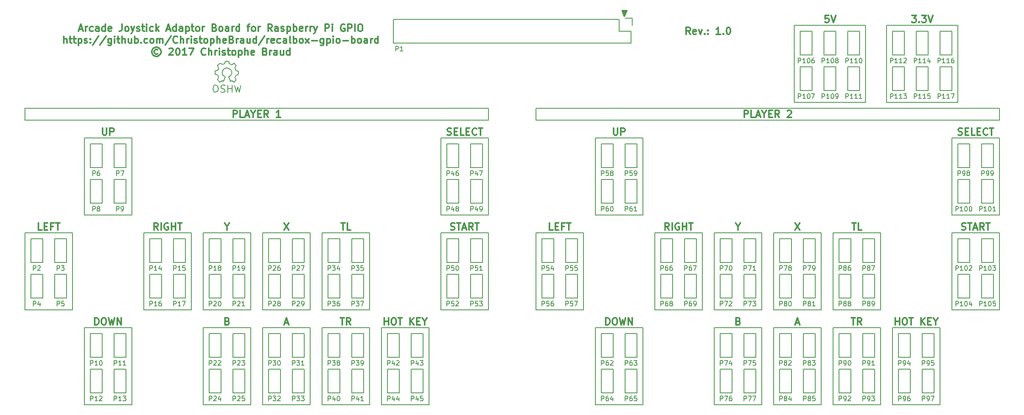
<source format=gto>
G04 #@! TF.FileFunction,Legend,Top*
%FSLAX46Y46*%
G04 Gerber Fmt 4.6, Leading zero omitted, Abs format (unit mm)*
G04 Created by KiCad (PCBNEW 4.0.4-snap1-stable) date Tue Jun 27 15:23:53 2017*
%MOMM*%
%LPD*%
G01*
G04 APERTURE LIST*
%ADD10C,0.100000*%
%ADD11C,0.200000*%
%ADD12C,0.300000*%
%ADD13C,0.150000*%
G04 APERTURE END LIST*
D10*
D11*
X212725000Y-53340000D02*
X227965000Y-53340000D01*
X232410000Y-53340000D02*
X247650000Y-53340000D01*
X227965000Y-69850000D02*
X227965000Y-53340000D01*
X212725000Y-69850000D02*
X227965000Y-69850000D01*
X212725000Y-53340000D02*
X212725000Y-69850000D01*
X247650000Y-69850000D02*
X247650000Y-53340000D01*
X232410000Y-69850000D02*
X247650000Y-69850000D01*
X232410000Y-53340000D02*
X232410000Y-69850000D01*
D12*
X237815715Y-51248571D02*
X238744286Y-51248571D01*
X238244286Y-51820000D01*
X238458572Y-51820000D01*
X238601429Y-51891429D01*
X238672858Y-51962857D01*
X238744286Y-52105714D01*
X238744286Y-52462857D01*
X238672858Y-52605714D01*
X238601429Y-52677143D01*
X238458572Y-52748571D01*
X238030000Y-52748571D01*
X237887143Y-52677143D01*
X237815715Y-52605714D01*
X239387143Y-52605714D02*
X239458571Y-52677143D01*
X239387143Y-52748571D01*
X239315714Y-52677143D01*
X239387143Y-52605714D01*
X239387143Y-52748571D01*
X239958572Y-51248571D02*
X240887143Y-51248571D01*
X240387143Y-51820000D01*
X240601429Y-51820000D01*
X240744286Y-51891429D01*
X240815715Y-51962857D01*
X240887143Y-52105714D01*
X240887143Y-52462857D01*
X240815715Y-52605714D01*
X240744286Y-52677143D01*
X240601429Y-52748571D01*
X240172857Y-52748571D01*
X240030000Y-52677143D01*
X239958572Y-52605714D01*
X241315714Y-51248571D02*
X241815714Y-52748571D01*
X242315714Y-51248571D01*
X220059287Y-51248571D02*
X219345001Y-51248571D01*
X219273572Y-51962857D01*
X219345001Y-51891429D01*
X219487858Y-51820000D01*
X219845001Y-51820000D01*
X219987858Y-51891429D01*
X220059287Y-51962857D01*
X220130715Y-52105714D01*
X220130715Y-52462857D01*
X220059287Y-52605714D01*
X219987858Y-52677143D01*
X219845001Y-52748571D01*
X219487858Y-52748571D01*
X219345001Y-52677143D01*
X219273572Y-52605714D01*
X220559286Y-51248571D02*
X221059286Y-52748571D01*
X221559286Y-51248571D01*
D11*
X170180000Y-134620000D02*
X170180000Y-118110000D01*
D12*
X176780000Y-50300000D02*
X176065714Y-50300000D01*
X176780000Y-50371429D02*
X176065714Y-50371429D01*
X176708571Y-50442858D02*
X176137143Y-50442858D01*
X176708571Y-50514286D02*
X176137143Y-50514286D01*
X176708571Y-50585715D02*
X176137143Y-50585715D01*
X176637143Y-50657143D02*
X176208571Y-50657143D01*
X176637143Y-50728572D02*
X176208571Y-50728572D01*
X176637143Y-50800000D02*
X176208571Y-50800000D01*
X176565714Y-50871429D02*
X176280000Y-50871429D01*
X176565714Y-50942858D02*
X176280000Y-50942858D01*
X176494286Y-51014286D02*
X176351429Y-51014286D01*
X176494286Y-51085715D02*
X176351429Y-51085715D01*
X176494286Y-51157143D02*
X176351429Y-51157143D01*
X176422857Y-51228572D02*
X176422857Y-51157143D01*
X176780000Y-50228572D02*
X176422857Y-51300000D01*
X176065714Y-50228572D01*
X176422857Y-51371429D02*
X175994286Y-50228572D01*
X176851429Y-50228572D01*
X176422857Y-51371429D01*
X190488572Y-55288571D02*
X189988572Y-54574286D01*
X189631429Y-55288571D02*
X189631429Y-53788571D01*
X190202857Y-53788571D01*
X190345715Y-53860000D01*
X190417143Y-53931429D01*
X190488572Y-54074286D01*
X190488572Y-54288571D01*
X190417143Y-54431429D01*
X190345715Y-54502857D01*
X190202857Y-54574286D01*
X189631429Y-54574286D01*
X191702857Y-55217143D02*
X191560000Y-55288571D01*
X191274286Y-55288571D01*
X191131429Y-55217143D01*
X191060000Y-55074286D01*
X191060000Y-54502857D01*
X191131429Y-54360000D01*
X191274286Y-54288571D01*
X191560000Y-54288571D01*
X191702857Y-54360000D01*
X191774286Y-54502857D01*
X191774286Y-54645714D01*
X191060000Y-54788571D01*
X192274286Y-54288571D02*
X192631429Y-55288571D01*
X192988571Y-54288571D01*
X193560000Y-55145714D02*
X193631428Y-55217143D01*
X193560000Y-55288571D01*
X193488571Y-55217143D01*
X193560000Y-55145714D01*
X193560000Y-55288571D01*
X194274286Y-55145714D02*
X194345714Y-55217143D01*
X194274286Y-55288571D01*
X194202857Y-55217143D01*
X194274286Y-55145714D01*
X194274286Y-55288571D01*
X194274286Y-54360000D02*
X194345714Y-54431429D01*
X194274286Y-54502857D01*
X194202857Y-54431429D01*
X194274286Y-54360000D01*
X194274286Y-54502857D01*
X196917143Y-55288571D02*
X196060000Y-55288571D01*
X196488572Y-55288571D02*
X196488572Y-53788571D01*
X196345715Y-54002857D01*
X196202857Y-54145714D01*
X196060000Y-54217143D01*
X197560000Y-55145714D02*
X197631428Y-55217143D01*
X197560000Y-55288571D01*
X197488571Y-55217143D01*
X197560000Y-55145714D01*
X197560000Y-55288571D01*
X198560000Y-53788571D02*
X198702857Y-53788571D01*
X198845714Y-53860000D01*
X198917143Y-53931429D01*
X198988572Y-54074286D01*
X199060000Y-54360000D01*
X199060000Y-54717143D01*
X198988572Y-55002857D01*
X198917143Y-55145714D01*
X198845714Y-55217143D01*
X198702857Y-55288571D01*
X198560000Y-55288571D01*
X198417143Y-55217143D01*
X198345714Y-55145714D01*
X198274286Y-55002857D01*
X198202857Y-54717143D01*
X198202857Y-54360000D01*
X198274286Y-54074286D01*
X198345714Y-53931429D01*
X198417143Y-53860000D01*
X198560000Y-53788571D01*
X224881429Y-116018571D02*
X225738572Y-116018571D01*
X225310001Y-117518571D02*
X225310001Y-116018571D01*
X227095715Y-117518571D02*
X226595715Y-116804286D01*
X226238572Y-117518571D02*
X226238572Y-116018571D01*
X226810000Y-116018571D01*
X226952858Y-116090000D01*
X227024286Y-116161429D01*
X227095715Y-116304286D01*
X227095715Y-116518571D01*
X227024286Y-116661429D01*
X226952858Y-116732857D01*
X226810000Y-116804286D01*
X226238572Y-116804286D01*
X213002857Y-117090000D02*
X213717143Y-117090000D01*
X212860000Y-117518571D02*
X213360000Y-116018571D01*
X213860000Y-117518571D01*
X200767143Y-116732857D02*
X200981429Y-116804286D01*
X201052857Y-116875714D01*
X201124286Y-117018571D01*
X201124286Y-117232857D01*
X201052857Y-117375714D01*
X200981429Y-117447143D01*
X200838571Y-117518571D01*
X200267143Y-117518571D01*
X200267143Y-116018571D01*
X200767143Y-116018571D01*
X200910000Y-116090000D01*
X200981429Y-116161429D01*
X201052857Y-116304286D01*
X201052857Y-116447143D01*
X200981429Y-116590000D01*
X200910000Y-116661429D01*
X200767143Y-116732857D01*
X200267143Y-116732857D01*
X248495715Y-97127143D02*
X248710001Y-97198571D01*
X249067144Y-97198571D01*
X249210001Y-97127143D01*
X249281430Y-97055714D01*
X249352858Y-96912857D01*
X249352858Y-96770000D01*
X249281430Y-96627143D01*
X249210001Y-96555714D01*
X249067144Y-96484286D01*
X248781430Y-96412857D01*
X248638572Y-96341429D01*
X248567144Y-96270000D01*
X248495715Y-96127143D01*
X248495715Y-95984286D01*
X248567144Y-95841429D01*
X248638572Y-95770000D01*
X248781430Y-95698571D01*
X249138572Y-95698571D01*
X249352858Y-95770000D01*
X249781429Y-95698571D02*
X250638572Y-95698571D01*
X250210001Y-97198571D02*
X250210001Y-95698571D01*
X251067143Y-96770000D02*
X251781429Y-96770000D01*
X250924286Y-97198571D02*
X251424286Y-95698571D01*
X251924286Y-97198571D01*
X253281429Y-97198571D02*
X252781429Y-96484286D01*
X252424286Y-97198571D02*
X252424286Y-95698571D01*
X252995714Y-95698571D01*
X253138572Y-95770000D01*
X253210000Y-95841429D01*
X253281429Y-95984286D01*
X253281429Y-96198571D01*
X253210000Y-96341429D01*
X253138572Y-96412857D01*
X252995714Y-96484286D01*
X252424286Y-96484286D01*
X253710000Y-95698571D02*
X254567143Y-95698571D01*
X254138572Y-97198571D02*
X254138572Y-95698571D01*
X247745714Y-76807143D02*
X247960000Y-76878571D01*
X248317143Y-76878571D01*
X248460000Y-76807143D01*
X248531429Y-76735714D01*
X248602857Y-76592857D01*
X248602857Y-76450000D01*
X248531429Y-76307143D01*
X248460000Y-76235714D01*
X248317143Y-76164286D01*
X248031429Y-76092857D01*
X247888571Y-76021429D01*
X247817143Y-75950000D01*
X247745714Y-75807143D01*
X247745714Y-75664286D01*
X247817143Y-75521429D01*
X247888571Y-75450000D01*
X248031429Y-75378571D01*
X248388571Y-75378571D01*
X248602857Y-75450000D01*
X249245714Y-76092857D02*
X249745714Y-76092857D01*
X249960000Y-76878571D02*
X249245714Y-76878571D01*
X249245714Y-75378571D01*
X249960000Y-75378571D01*
X251317143Y-76878571D02*
X250602857Y-76878571D01*
X250602857Y-75378571D01*
X251817143Y-76092857D02*
X252317143Y-76092857D01*
X252531429Y-76878571D02*
X251817143Y-76878571D01*
X251817143Y-75378571D01*
X252531429Y-75378571D01*
X254031429Y-76735714D02*
X253960000Y-76807143D01*
X253745714Y-76878571D01*
X253602857Y-76878571D01*
X253388572Y-76807143D01*
X253245714Y-76664286D01*
X253174286Y-76521429D01*
X253102857Y-76235714D01*
X253102857Y-76021429D01*
X253174286Y-75735714D01*
X253245714Y-75592857D01*
X253388572Y-75450000D01*
X253602857Y-75378571D01*
X253745714Y-75378571D01*
X253960000Y-75450000D01*
X254031429Y-75521429D01*
X254460000Y-75378571D02*
X255317143Y-75378571D01*
X254888572Y-76878571D02*
X254888572Y-75378571D01*
X234331429Y-117518571D02*
X234331429Y-116018571D01*
X234331429Y-116732857D02*
X235188572Y-116732857D01*
X235188572Y-117518571D02*
X235188572Y-116018571D01*
X236188572Y-116018571D02*
X236474286Y-116018571D01*
X236617144Y-116090000D01*
X236760001Y-116232857D01*
X236831429Y-116518571D01*
X236831429Y-117018571D01*
X236760001Y-117304286D01*
X236617144Y-117447143D01*
X236474286Y-117518571D01*
X236188572Y-117518571D01*
X236045715Y-117447143D01*
X235902858Y-117304286D01*
X235831429Y-117018571D01*
X235831429Y-116518571D01*
X235902858Y-116232857D01*
X236045715Y-116090000D01*
X236188572Y-116018571D01*
X237260001Y-116018571D02*
X238117144Y-116018571D01*
X237688573Y-117518571D02*
X237688573Y-116018571D01*
X239760001Y-117518571D02*
X239760001Y-116018571D01*
X240617144Y-117518571D02*
X239974287Y-116661429D01*
X240617144Y-116018571D02*
X239760001Y-116875714D01*
X241260001Y-116732857D02*
X241760001Y-116732857D01*
X241974287Y-117518571D02*
X241260001Y-117518571D01*
X241260001Y-116018571D01*
X241974287Y-116018571D01*
X242902858Y-116804286D02*
X242902858Y-117518571D01*
X242402858Y-116018571D02*
X242902858Y-116804286D01*
X243402858Y-116018571D01*
X225024286Y-95698571D02*
X225881429Y-95698571D01*
X225452858Y-97198571D02*
X225452858Y-95698571D01*
X227095715Y-97198571D02*
X226381429Y-97198571D01*
X226381429Y-95698571D01*
X212860001Y-95698571D02*
X213860001Y-97198571D01*
X213860001Y-95698571D02*
X212860001Y-97198571D01*
X200660000Y-96484286D02*
X200660000Y-97198571D01*
X200160000Y-95698571D02*
X200660000Y-96484286D01*
X201160000Y-95698571D01*
X185960000Y-97198571D02*
X185460000Y-96484286D01*
X185102857Y-97198571D02*
X185102857Y-95698571D01*
X185674285Y-95698571D01*
X185817143Y-95770000D01*
X185888571Y-95841429D01*
X185960000Y-95984286D01*
X185960000Y-96198571D01*
X185888571Y-96341429D01*
X185817143Y-96412857D01*
X185674285Y-96484286D01*
X185102857Y-96484286D01*
X186602857Y-97198571D02*
X186602857Y-95698571D01*
X188102857Y-95770000D02*
X187960000Y-95698571D01*
X187745714Y-95698571D01*
X187531429Y-95770000D01*
X187388571Y-95912857D01*
X187317143Y-96055714D01*
X187245714Y-96341429D01*
X187245714Y-96555714D01*
X187317143Y-96841429D01*
X187388571Y-96984286D01*
X187531429Y-97127143D01*
X187745714Y-97198571D01*
X187888571Y-97198571D01*
X188102857Y-97127143D01*
X188174286Y-97055714D01*
X188174286Y-96555714D01*
X187888571Y-96555714D01*
X188817143Y-97198571D02*
X188817143Y-95698571D01*
X188817143Y-96412857D02*
X189674286Y-96412857D01*
X189674286Y-97198571D02*
X189674286Y-95698571D01*
X190174286Y-95698571D02*
X191031429Y-95698571D01*
X190602858Y-97198571D02*
X190602858Y-95698571D01*
X172438571Y-117518571D02*
X172438571Y-116018571D01*
X172795714Y-116018571D01*
X173009999Y-116090000D01*
X173152857Y-116232857D01*
X173224285Y-116375714D01*
X173295714Y-116661429D01*
X173295714Y-116875714D01*
X173224285Y-117161429D01*
X173152857Y-117304286D01*
X173009999Y-117447143D01*
X172795714Y-117518571D01*
X172438571Y-117518571D01*
X174224285Y-116018571D02*
X174509999Y-116018571D01*
X174652857Y-116090000D01*
X174795714Y-116232857D01*
X174867142Y-116518571D01*
X174867142Y-117018571D01*
X174795714Y-117304286D01*
X174652857Y-117447143D01*
X174509999Y-117518571D01*
X174224285Y-117518571D01*
X174081428Y-117447143D01*
X173938571Y-117304286D01*
X173867142Y-117018571D01*
X173867142Y-116518571D01*
X173938571Y-116232857D01*
X174081428Y-116090000D01*
X174224285Y-116018571D01*
X175367143Y-116018571D02*
X175724286Y-117518571D01*
X176010000Y-116447143D01*
X176295714Y-117518571D01*
X176652857Y-116018571D01*
X177224286Y-117518571D02*
X177224286Y-116018571D01*
X178081429Y-117518571D01*
X178081429Y-116018571D01*
X174081429Y-75378571D02*
X174081429Y-76592857D01*
X174152857Y-76735714D01*
X174224286Y-76807143D01*
X174367143Y-76878571D01*
X174652857Y-76878571D01*
X174795715Y-76807143D01*
X174867143Y-76735714D01*
X174938572Y-76592857D01*
X174938572Y-75378571D01*
X175652858Y-76878571D02*
X175652858Y-75378571D01*
X176224286Y-75378571D01*
X176367144Y-75450000D01*
X176438572Y-75521429D01*
X176510001Y-75664286D01*
X176510001Y-75878571D01*
X176438572Y-76021429D01*
X176367144Y-76092857D01*
X176224286Y-76164286D01*
X175652858Y-76164286D01*
X161131429Y-97198571D02*
X160417143Y-97198571D01*
X160417143Y-95698571D01*
X161631429Y-96412857D02*
X162131429Y-96412857D01*
X162345715Y-97198571D02*
X161631429Y-97198571D01*
X161631429Y-95698571D01*
X162345715Y-95698571D01*
X163488572Y-96412857D02*
X162988572Y-96412857D01*
X162988572Y-97198571D02*
X162988572Y-95698571D01*
X163702858Y-95698571D01*
X164060000Y-95698571D02*
X164917143Y-95698571D01*
X164488572Y-97198571D02*
X164488572Y-95698571D01*
X59884286Y-54215000D02*
X60598572Y-54215000D01*
X59741429Y-54643571D02*
X60241429Y-53143571D01*
X60741429Y-54643571D01*
X61241429Y-54643571D02*
X61241429Y-53643571D01*
X61241429Y-53929286D02*
X61312857Y-53786429D01*
X61384286Y-53715000D01*
X61527143Y-53643571D01*
X61670000Y-53643571D01*
X62812857Y-54572143D02*
X62670000Y-54643571D01*
X62384286Y-54643571D01*
X62241428Y-54572143D01*
X62170000Y-54500714D01*
X62098571Y-54357857D01*
X62098571Y-53929286D01*
X62170000Y-53786429D01*
X62241428Y-53715000D01*
X62384286Y-53643571D01*
X62670000Y-53643571D01*
X62812857Y-53715000D01*
X64098571Y-54643571D02*
X64098571Y-53857857D01*
X64027142Y-53715000D01*
X63884285Y-53643571D01*
X63598571Y-53643571D01*
X63455714Y-53715000D01*
X64098571Y-54572143D02*
X63955714Y-54643571D01*
X63598571Y-54643571D01*
X63455714Y-54572143D01*
X63384285Y-54429286D01*
X63384285Y-54286429D01*
X63455714Y-54143571D01*
X63598571Y-54072143D01*
X63955714Y-54072143D01*
X64098571Y-54000714D01*
X65455714Y-54643571D02*
X65455714Y-53143571D01*
X65455714Y-54572143D02*
X65312857Y-54643571D01*
X65027143Y-54643571D01*
X64884285Y-54572143D01*
X64812857Y-54500714D01*
X64741428Y-54357857D01*
X64741428Y-53929286D01*
X64812857Y-53786429D01*
X64884285Y-53715000D01*
X65027143Y-53643571D01*
X65312857Y-53643571D01*
X65455714Y-53715000D01*
X66741428Y-54572143D02*
X66598571Y-54643571D01*
X66312857Y-54643571D01*
X66170000Y-54572143D01*
X66098571Y-54429286D01*
X66098571Y-53857857D01*
X66170000Y-53715000D01*
X66312857Y-53643571D01*
X66598571Y-53643571D01*
X66741428Y-53715000D01*
X66812857Y-53857857D01*
X66812857Y-54000714D01*
X66098571Y-54143571D01*
X69027142Y-53143571D02*
X69027142Y-54215000D01*
X68955714Y-54429286D01*
X68812857Y-54572143D01*
X68598571Y-54643571D01*
X68455714Y-54643571D01*
X69955714Y-54643571D02*
X69812856Y-54572143D01*
X69741428Y-54500714D01*
X69669999Y-54357857D01*
X69669999Y-53929286D01*
X69741428Y-53786429D01*
X69812856Y-53715000D01*
X69955714Y-53643571D01*
X70169999Y-53643571D01*
X70312856Y-53715000D01*
X70384285Y-53786429D01*
X70455714Y-53929286D01*
X70455714Y-54357857D01*
X70384285Y-54500714D01*
X70312856Y-54572143D01*
X70169999Y-54643571D01*
X69955714Y-54643571D01*
X70955714Y-53643571D02*
X71312857Y-54643571D01*
X71669999Y-53643571D02*
X71312857Y-54643571D01*
X71169999Y-55000714D01*
X71098571Y-55072143D01*
X70955714Y-55143571D01*
X72169999Y-54572143D02*
X72312856Y-54643571D01*
X72598571Y-54643571D01*
X72741428Y-54572143D01*
X72812856Y-54429286D01*
X72812856Y-54357857D01*
X72741428Y-54215000D01*
X72598571Y-54143571D01*
X72384285Y-54143571D01*
X72241428Y-54072143D01*
X72169999Y-53929286D01*
X72169999Y-53857857D01*
X72241428Y-53715000D01*
X72384285Y-53643571D01*
X72598571Y-53643571D01*
X72741428Y-53715000D01*
X73241428Y-53643571D02*
X73812857Y-53643571D01*
X73455714Y-53143571D02*
X73455714Y-54429286D01*
X73527142Y-54572143D01*
X73670000Y-54643571D01*
X73812857Y-54643571D01*
X74312857Y-54643571D02*
X74312857Y-53643571D01*
X74312857Y-53143571D02*
X74241428Y-53215000D01*
X74312857Y-53286429D01*
X74384285Y-53215000D01*
X74312857Y-53143571D01*
X74312857Y-53286429D01*
X75670000Y-54572143D02*
X75527143Y-54643571D01*
X75241429Y-54643571D01*
X75098571Y-54572143D01*
X75027143Y-54500714D01*
X74955714Y-54357857D01*
X74955714Y-53929286D01*
X75027143Y-53786429D01*
X75098571Y-53715000D01*
X75241429Y-53643571D01*
X75527143Y-53643571D01*
X75670000Y-53715000D01*
X76312857Y-54643571D02*
X76312857Y-53143571D01*
X76455714Y-54072143D02*
X76884285Y-54643571D01*
X76884285Y-53643571D02*
X76312857Y-54215000D01*
X78598571Y-54215000D02*
X79312857Y-54215000D01*
X78455714Y-54643571D02*
X78955714Y-53143571D01*
X79455714Y-54643571D01*
X80598571Y-54643571D02*
X80598571Y-53143571D01*
X80598571Y-54572143D02*
X80455714Y-54643571D01*
X80170000Y-54643571D01*
X80027142Y-54572143D01*
X79955714Y-54500714D01*
X79884285Y-54357857D01*
X79884285Y-53929286D01*
X79955714Y-53786429D01*
X80027142Y-53715000D01*
X80170000Y-53643571D01*
X80455714Y-53643571D01*
X80598571Y-53715000D01*
X81955714Y-54643571D02*
X81955714Y-53857857D01*
X81884285Y-53715000D01*
X81741428Y-53643571D01*
X81455714Y-53643571D01*
X81312857Y-53715000D01*
X81955714Y-54572143D02*
X81812857Y-54643571D01*
X81455714Y-54643571D01*
X81312857Y-54572143D01*
X81241428Y-54429286D01*
X81241428Y-54286429D01*
X81312857Y-54143571D01*
X81455714Y-54072143D01*
X81812857Y-54072143D01*
X81955714Y-54000714D01*
X82670000Y-53643571D02*
X82670000Y-55143571D01*
X82670000Y-53715000D02*
X82812857Y-53643571D01*
X83098571Y-53643571D01*
X83241428Y-53715000D01*
X83312857Y-53786429D01*
X83384286Y-53929286D01*
X83384286Y-54357857D01*
X83312857Y-54500714D01*
X83241428Y-54572143D01*
X83098571Y-54643571D01*
X82812857Y-54643571D01*
X82670000Y-54572143D01*
X83812857Y-53643571D02*
X84384286Y-53643571D01*
X84027143Y-53143571D02*
X84027143Y-54429286D01*
X84098571Y-54572143D01*
X84241429Y-54643571D01*
X84384286Y-54643571D01*
X85098572Y-54643571D02*
X84955714Y-54572143D01*
X84884286Y-54500714D01*
X84812857Y-54357857D01*
X84812857Y-53929286D01*
X84884286Y-53786429D01*
X84955714Y-53715000D01*
X85098572Y-53643571D01*
X85312857Y-53643571D01*
X85455714Y-53715000D01*
X85527143Y-53786429D01*
X85598572Y-53929286D01*
X85598572Y-54357857D01*
X85527143Y-54500714D01*
X85455714Y-54572143D01*
X85312857Y-54643571D01*
X85098572Y-54643571D01*
X86241429Y-54643571D02*
X86241429Y-53643571D01*
X86241429Y-53929286D02*
X86312857Y-53786429D01*
X86384286Y-53715000D01*
X86527143Y-53643571D01*
X86670000Y-53643571D01*
X88812857Y-53857857D02*
X89027143Y-53929286D01*
X89098571Y-54000714D01*
X89170000Y-54143571D01*
X89170000Y-54357857D01*
X89098571Y-54500714D01*
X89027143Y-54572143D01*
X88884285Y-54643571D01*
X88312857Y-54643571D01*
X88312857Y-53143571D01*
X88812857Y-53143571D01*
X88955714Y-53215000D01*
X89027143Y-53286429D01*
X89098571Y-53429286D01*
X89098571Y-53572143D01*
X89027143Y-53715000D01*
X88955714Y-53786429D01*
X88812857Y-53857857D01*
X88312857Y-53857857D01*
X90027143Y-54643571D02*
X89884285Y-54572143D01*
X89812857Y-54500714D01*
X89741428Y-54357857D01*
X89741428Y-53929286D01*
X89812857Y-53786429D01*
X89884285Y-53715000D01*
X90027143Y-53643571D01*
X90241428Y-53643571D01*
X90384285Y-53715000D01*
X90455714Y-53786429D01*
X90527143Y-53929286D01*
X90527143Y-54357857D01*
X90455714Y-54500714D01*
X90384285Y-54572143D01*
X90241428Y-54643571D01*
X90027143Y-54643571D01*
X91812857Y-54643571D02*
X91812857Y-53857857D01*
X91741428Y-53715000D01*
X91598571Y-53643571D01*
X91312857Y-53643571D01*
X91170000Y-53715000D01*
X91812857Y-54572143D02*
X91670000Y-54643571D01*
X91312857Y-54643571D01*
X91170000Y-54572143D01*
X91098571Y-54429286D01*
X91098571Y-54286429D01*
X91170000Y-54143571D01*
X91312857Y-54072143D01*
X91670000Y-54072143D01*
X91812857Y-54000714D01*
X92527143Y-54643571D02*
X92527143Y-53643571D01*
X92527143Y-53929286D02*
X92598571Y-53786429D01*
X92670000Y-53715000D01*
X92812857Y-53643571D01*
X92955714Y-53643571D01*
X94098571Y-54643571D02*
X94098571Y-53143571D01*
X94098571Y-54572143D02*
X93955714Y-54643571D01*
X93670000Y-54643571D01*
X93527142Y-54572143D01*
X93455714Y-54500714D01*
X93384285Y-54357857D01*
X93384285Y-53929286D01*
X93455714Y-53786429D01*
X93527142Y-53715000D01*
X93670000Y-53643571D01*
X93955714Y-53643571D01*
X94098571Y-53715000D01*
X95741428Y-53643571D02*
X96312857Y-53643571D01*
X95955714Y-54643571D02*
X95955714Y-53357857D01*
X96027142Y-53215000D01*
X96170000Y-53143571D01*
X96312857Y-53143571D01*
X97027143Y-54643571D02*
X96884285Y-54572143D01*
X96812857Y-54500714D01*
X96741428Y-54357857D01*
X96741428Y-53929286D01*
X96812857Y-53786429D01*
X96884285Y-53715000D01*
X97027143Y-53643571D01*
X97241428Y-53643571D01*
X97384285Y-53715000D01*
X97455714Y-53786429D01*
X97527143Y-53929286D01*
X97527143Y-54357857D01*
X97455714Y-54500714D01*
X97384285Y-54572143D01*
X97241428Y-54643571D01*
X97027143Y-54643571D01*
X98170000Y-54643571D02*
X98170000Y-53643571D01*
X98170000Y-53929286D02*
X98241428Y-53786429D01*
X98312857Y-53715000D01*
X98455714Y-53643571D01*
X98598571Y-53643571D01*
X101098571Y-54643571D02*
X100598571Y-53929286D01*
X100241428Y-54643571D02*
X100241428Y-53143571D01*
X100812856Y-53143571D01*
X100955714Y-53215000D01*
X101027142Y-53286429D01*
X101098571Y-53429286D01*
X101098571Y-53643571D01*
X101027142Y-53786429D01*
X100955714Y-53857857D01*
X100812856Y-53929286D01*
X100241428Y-53929286D01*
X102384285Y-54643571D02*
X102384285Y-53857857D01*
X102312856Y-53715000D01*
X102169999Y-53643571D01*
X101884285Y-53643571D01*
X101741428Y-53715000D01*
X102384285Y-54572143D02*
X102241428Y-54643571D01*
X101884285Y-54643571D01*
X101741428Y-54572143D01*
X101669999Y-54429286D01*
X101669999Y-54286429D01*
X101741428Y-54143571D01*
X101884285Y-54072143D01*
X102241428Y-54072143D01*
X102384285Y-54000714D01*
X103027142Y-54572143D02*
X103169999Y-54643571D01*
X103455714Y-54643571D01*
X103598571Y-54572143D01*
X103669999Y-54429286D01*
X103669999Y-54357857D01*
X103598571Y-54215000D01*
X103455714Y-54143571D01*
X103241428Y-54143571D01*
X103098571Y-54072143D01*
X103027142Y-53929286D01*
X103027142Y-53857857D01*
X103098571Y-53715000D01*
X103241428Y-53643571D01*
X103455714Y-53643571D01*
X103598571Y-53715000D01*
X104312857Y-53643571D02*
X104312857Y-55143571D01*
X104312857Y-53715000D02*
X104455714Y-53643571D01*
X104741428Y-53643571D01*
X104884285Y-53715000D01*
X104955714Y-53786429D01*
X105027143Y-53929286D01*
X105027143Y-54357857D01*
X104955714Y-54500714D01*
X104884285Y-54572143D01*
X104741428Y-54643571D01*
X104455714Y-54643571D01*
X104312857Y-54572143D01*
X105670000Y-54643571D02*
X105670000Y-53143571D01*
X105670000Y-53715000D02*
X105812857Y-53643571D01*
X106098571Y-53643571D01*
X106241428Y-53715000D01*
X106312857Y-53786429D01*
X106384286Y-53929286D01*
X106384286Y-54357857D01*
X106312857Y-54500714D01*
X106241428Y-54572143D01*
X106098571Y-54643571D01*
X105812857Y-54643571D01*
X105670000Y-54572143D01*
X107598571Y-54572143D02*
X107455714Y-54643571D01*
X107170000Y-54643571D01*
X107027143Y-54572143D01*
X106955714Y-54429286D01*
X106955714Y-53857857D01*
X107027143Y-53715000D01*
X107170000Y-53643571D01*
X107455714Y-53643571D01*
X107598571Y-53715000D01*
X107670000Y-53857857D01*
X107670000Y-54000714D01*
X106955714Y-54143571D01*
X108312857Y-54643571D02*
X108312857Y-53643571D01*
X108312857Y-53929286D02*
X108384285Y-53786429D01*
X108455714Y-53715000D01*
X108598571Y-53643571D01*
X108741428Y-53643571D01*
X109241428Y-54643571D02*
X109241428Y-53643571D01*
X109241428Y-53929286D02*
X109312856Y-53786429D01*
X109384285Y-53715000D01*
X109527142Y-53643571D01*
X109669999Y-53643571D01*
X110027142Y-53643571D02*
X110384285Y-54643571D01*
X110741427Y-53643571D02*
X110384285Y-54643571D01*
X110241427Y-55000714D01*
X110169999Y-55072143D01*
X110027142Y-55143571D01*
X112455713Y-54643571D02*
X112455713Y-53143571D01*
X113027141Y-53143571D01*
X113169999Y-53215000D01*
X113241427Y-53286429D01*
X113312856Y-53429286D01*
X113312856Y-53643571D01*
X113241427Y-53786429D01*
X113169999Y-53857857D01*
X113027141Y-53929286D01*
X112455713Y-53929286D01*
X113955713Y-54643571D02*
X113955713Y-53643571D01*
X113955713Y-53143571D02*
X113884284Y-53215000D01*
X113955713Y-53286429D01*
X114027141Y-53215000D01*
X113955713Y-53143571D01*
X113955713Y-53286429D01*
X116598570Y-53215000D02*
X116455713Y-53143571D01*
X116241427Y-53143571D01*
X116027142Y-53215000D01*
X115884284Y-53357857D01*
X115812856Y-53500714D01*
X115741427Y-53786429D01*
X115741427Y-54000714D01*
X115812856Y-54286429D01*
X115884284Y-54429286D01*
X116027142Y-54572143D01*
X116241427Y-54643571D01*
X116384284Y-54643571D01*
X116598570Y-54572143D01*
X116669999Y-54500714D01*
X116669999Y-54000714D01*
X116384284Y-54000714D01*
X117312856Y-54643571D02*
X117312856Y-53143571D01*
X117884284Y-53143571D01*
X118027142Y-53215000D01*
X118098570Y-53286429D01*
X118169999Y-53429286D01*
X118169999Y-53643571D01*
X118098570Y-53786429D01*
X118027142Y-53857857D01*
X117884284Y-53929286D01*
X117312856Y-53929286D01*
X118812856Y-54643571D02*
X118812856Y-53143571D01*
X119812856Y-53143571D02*
X120098570Y-53143571D01*
X120241428Y-53215000D01*
X120384285Y-53357857D01*
X120455713Y-53643571D01*
X120455713Y-54143571D01*
X120384285Y-54429286D01*
X120241428Y-54572143D01*
X120098570Y-54643571D01*
X119812856Y-54643571D01*
X119669999Y-54572143D01*
X119527142Y-54429286D01*
X119455713Y-54143571D01*
X119455713Y-53643571D01*
X119527142Y-53357857D01*
X119669999Y-53215000D01*
X119812856Y-53143571D01*
X56598569Y-57193571D02*
X56598569Y-55693571D01*
X57241426Y-57193571D02*
X57241426Y-56407857D01*
X57169997Y-56265000D01*
X57027140Y-56193571D01*
X56812855Y-56193571D01*
X56669997Y-56265000D01*
X56598569Y-56336429D01*
X57741426Y-56193571D02*
X58312855Y-56193571D01*
X57955712Y-55693571D02*
X57955712Y-56979286D01*
X58027140Y-57122143D01*
X58169998Y-57193571D01*
X58312855Y-57193571D01*
X58598569Y-56193571D02*
X59169998Y-56193571D01*
X58812855Y-55693571D02*
X58812855Y-56979286D01*
X58884283Y-57122143D01*
X59027141Y-57193571D01*
X59169998Y-57193571D01*
X59669998Y-56193571D02*
X59669998Y-57693571D01*
X59669998Y-56265000D02*
X59812855Y-56193571D01*
X60098569Y-56193571D01*
X60241426Y-56265000D01*
X60312855Y-56336429D01*
X60384284Y-56479286D01*
X60384284Y-56907857D01*
X60312855Y-57050714D01*
X60241426Y-57122143D01*
X60098569Y-57193571D01*
X59812855Y-57193571D01*
X59669998Y-57122143D01*
X60955712Y-57122143D02*
X61098569Y-57193571D01*
X61384284Y-57193571D01*
X61527141Y-57122143D01*
X61598569Y-56979286D01*
X61598569Y-56907857D01*
X61527141Y-56765000D01*
X61384284Y-56693571D01*
X61169998Y-56693571D01*
X61027141Y-56622143D01*
X60955712Y-56479286D01*
X60955712Y-56407857D01*
X61027141Y-56265000D01*
X61169998Y-56193571D01*
X61384284Y-56193571D01*
X61527141Y-56265000D01*
X62241427Y-57050714D02*
X62312855Y-57122143D01*
X62241427Y-57193571D01*
X62169998Y-57122143D01*
X62241427Y-57050714D01*
X62241427Y-57193571D01*
X62241427Y-56265000D02*
X62312855Y-56336429D01*
X62241427Y-56407857D01*
X62169998Y-56336429D01*
X62241427Y-56265000D01*
X62241427Y-56407857D01*
X64027141Y-55622143D02*
X62741427Y-57550714D01*
X65598570Y-55622143D02*
X64312856Y-57550714D01*
X66741428Y-56193571D02*
X66741428Y-57407857D01*
X66669999Y-57550714D01*
X66598571Y-57622143D01*
X66455714Y-57693571D01*
X66241428Y-57693571D01*
X66098571Y-57622143D01*
X66741428Y-57122143D02*
X66598571Y-57193571D01*
X66312857Y-57193571D01*
X66169999Y-57122143D01*
X66098571Y-57050714D01*
X66027142Y-56907857D01*
X66027142Y-56479286D01*
X66098571Y-56336429D01*
X66169999Y-56265000D01*
X66312857Y-56193571D01*
X66598571Y-56193571D01*
X66741428Y-56265000D01*
X67455714Y-57193571D02*
X67455714Y-56193571D01*
X67455714Y-55693571D02*
X67384285Y-55765000D01*
X67455714Y-55836429D01*
X67527142Y-55765000D01*
X67455714Y-55693571D01*
X67455714Y-55836429D01*
X67955714Y-56193571D02*
X68527143Y-56193571D01*
X68170000Y-55693571D02*
X68170000Y-56979286D01*
X68241428Y-57122143D01*
X68384286Y-57193571D01*
X68527143Y-57193571D01*
X69027143Y-57193571D02*
X69027143Y-55693571D01*
X69670000Y-57193571D02*
X69670000Y-56407857D01*
X69598571Y-56265000D01*
X69455714Y-56193571D01*
X69241429Y-56193571D01*
X69098571Y-56265000D01*
X69027143Y-56336429D01*
X71027143Y-56193571D02*
X71027143Y-57193571D01*
X70384286Y-56193571D02*
X70384286Y-56979286D01*
X70455714Y-57122143D01*
X70598572Y-57193571D01*
X70812857Y-57193571D01*
X70955714Y-57122143D01*
X71027143Y-57050714D01*
X71741429Y-57193571D02*
X71741429Y-55693571D01*
X71741429Y-56265000D02*
X71884286Y-56193571D01*
X72170000Y-56193571D01*
X72312857Y-56265000D01*
X72384286Y-56336429D01*
X72455715Y-56479286D01*
X72455715Y-56907857D01*
X72384286Y-57050714D01*
X72312857Y-57122143D01*
X72170000Y-57193571D01*
X71884286Y-57193571D01*
X71741429Y-57122143D01*
X73098572Y-57050714D02*
X73170000Y-57122143D01*
X73098572Y-57193571D01*
X73027143Y-57122143D01*
X73098572Y-57050714D01*
X73098572Y-57193571D01*
X74455715Y-57122143D02*
X74312858Y-57193571D01*
X74027144Y-57193571D01*
X73884286Y-57122143D01*
X73812858Y-57050714D01*
X73741429Y-56907857D01*
X73741429Y-56479286D01*
X73812858Y-56336429D01*
X73884286Y-56265000D01*
X74027144Y-56193571D01*
X74312858Y-56193571D01*
X74455715Y-56265000D01*
X75312858Y-57193571D02*
X75170000Y-57122143D01*
X75098572Y-57050714D01*
X75027143Y-56907857D01*
X75027143Y-56479286D01*
X75098572Y-56336429D01*
X75170000Y-56265000D01*
X75312858Y-56193571D01*
X75527143Y-56193571D01*
X75670000Y-56265000D01*
X75741429Y-56336429D01*
X75812858Y-56479286D01*
X75812858Y-56907857D01*
X75741429Y-57050714D01*
X75670000Y-57122143D01*
X75527143Y-57193571D01*
X75312858Y-57193571D01*
X76455715Y-57193571D02*
X76455715Y-56193571D01*
X76455715Y-56336429D02*
X76527143Y-56265000D01*
X76670001Y-56193571D01*
X76884286Y-56193571D01*
X77027143Y-56265000D01*
X77098572Y-56407857D01*
X77098572Y-57193571D01*
X77098572Y-56407857D02*
X77170001Y-56265000D01*
X77312858Y-56193571D01*
X77527143Y-56193571D01*
X77670001Y-56265000D01*
X77741429Y-56407857D01*
X77741429Y-57193571D01*
X79527143Y-55622143D02*
X78241429Y-57550714D01*
X80884287Y-57050714D02*
X80812858Y-57122143D01*
X80598572Y-57193571D01*
X80455715Y-57193571D01*
X80241430Y-57122143D01*
X80098572Y-56979286D01*
X80027144Y-56836429D01*
X79955715Y-56550714D01*
X79955715Y-56336429D01*
X80027144Y-56050714D01*
X80098572Y-55907857D01*
X80241430Y-55765000D01*
X80455715Y-55693571D01*
X80598572Y-55693571D01*
X80812858Y-55765000D01*
X80884287Y-55836429D01*
X81527144Y-57193571D02*
X81527144Y-55693571D01*
X82170001Y-57193571D02*
X82170001Y-56407857D01*
X82098572Y-56265000D01*
X81955715Y-56193571D01*
X81741430Y-56193571D01*
X81598572Y-56265000D01*
X81527144Y-56336429D01*
X82884287Y-57193571D02*
X82884287Y-56193571D01*
X82884287Y-56479286D02*
X82955715Y-56336429D01*
X83027144Y-56265000D01*
X83170001Y-56193571D01*
X83312858Y-56193571D01*
X83812858Y-57193571D02*
X83812858Y-56193571D01*
X83812858Y-55693571D02*
X83741429Y-55765000D01*
X83812858Y-55836429D01*
X83884286Y-55765000D01*
X83812858Y-55693571D01*
X83812858Y-55836429D01*
X84455715Y-57122143D02*
X84598572Y-57193571D01*
X84884287Y-57193571D01*
X85027144Y-57122143D01*
X85098572Y-56979286D01*
X85098572Y-56907857D01*
X85027144Y-56765000D01*
X84884287Y-56693571D01*
X84670001Y-56693571D01*
X84527144Y-56622143D01*
X84455715Y-56479286D01*
X84455715Y-56407857D01*
X84527144Y-56265000D01*
X84670001Y-56193571D01*
X84884287Y-56193571D01*
X85027144Y-56265000D01*
X85527144Y-56193571D02*
X86098573Y-56193571D01*
X85741430Y-55693571D02*
X85741430Y-56979286D01*
X85812858Y-57122143D01*
X85955716Y-57193571D01*
X86098573Y-57193571D01*
X86812859Y-57193571D02*
X86670001Y-57122143D01*
X86598573Y-57050714D01*
X86527144Y-56907857D01*
X86527144Y-56479286D01*
X86598573Y-56336429D01*
X86670001Y-56265000D01*
X86812859Y-56193571D01*
X87027144Y-56193571D01*
X87170001Y-56265000D01*
X87241430Y-56336429D01*
X87312859Y-56479286D01*
X87312859Y-56907857D01*
X87241430Y-57050714D01*
X87170001Y-57122143D01*
X87027144Y-57193571D01*
X86812859Y-57193571D01*
X87955716Y-56193571D02*
X87955716Y-57693571D01*
X87955716Y-56265000D02*
X88098573Y-56193571D01*
X88384287Y-56193571D01*
X88527144Y-56265000D01*
X88598573Y-56336429D01*
X88670002Y-56479286D01*
X88670002Y-56907857D01*
X88598573Y-57050714D01*
X88527144Y-57122143D01*
X88384287Y-57193571D01*
X88098573Y-57193571D01*
X87955716Y-57122143D01*
X89312859Y-57193571D02*
X89312859Y-55693571D01*
X89955716Y-57193571D02*
X89955716Y-56407857D01*
X89884287Y-56265000D01*
X89741430Y-56193571D01*
X89527145Y-56193571D01*
X89384287Y-56265000D01*
X89312859Y-56336429D01*
X91241430Y-57122143D02*
X91098573Y-57193571D01*
X90812859Y-57193571D01*
X90670002Y-57122143D01*
X90598573Y-56979286D01*
X90598573Y-56407857D01*
X90670002Y-56265000D01*
X90812859Y-56193571D01*
X91098573Y-56193571D01*
X91241430Y-56265000D01*
X91312859Y-56407857D01*
X91312859Y-56550714D01*
X90598573Y-56693571D01*
X92455716Y-56407857D02*
X92670002Y-56479286D01*
X92741430Y-56550714D01*
X92812859Y-56693571D01*
X92812859Y-56907857D01*
X92741430Y-57050714D01*
X92670002Y-57122143D01*
X92527144Y-57193571D01*
X91955716Y-57193571D01*
X91955716Y-55693571D01*
X92455716Y-55693571D01*
X92598573Y-55765000D01*
X92670002Y-55836429D01*
X92741430Y-55979286D01*
X92741430Y-56122143D01*
X92670002Y-56265000D01*
X92598573Y-56336429D01*
X92455716Y-56407857D01*
X91955716Y-56407857D01*
X93455716Y-57193571D02*
X93455716Y-56193571D01*
X93455716Y-56479286D02*
X93527144Y-56336429D01*
X93598573Y-56265000D01*
X93741430Y-56193571D01*
X93884287Y-56193571D01*
X95027144Y-57193571D02*
X95027144Y-56407857D01*
X94955715Y-56265000D01*
X94812858Y-56193571D01*
X94527144Y-56193571D01*
X94384287Y-56265000D01*
X95027144Y-57122143D02*
X94884287Y-57193571D01*
X94527144Y-57193571D01*
X94384287Y-57122143D01*
X94312858Y-56979286D01*
X94312858Y-56836429D01*
X94384287Y-56693571D01*
X94527144Y-56622143D01*
X94884287Y-56622143D01*
X95027144Y-56550714D01*
X96384287Y-56193571D02*
X96384287Y-57193571D01*
X95741430Y-56193571D02*
X95741430Y-56979286D01*
X95812858Y-57122143D01*
X95955716Y-57193571D01*
X96170001Y-57193571D01*
X96312858Y-57122143D01*
X96384287Y-57050714D01*
X97741430Y-57193571D02*
X97741430Y-55693571D01*
X97741430Y-57122143D02*
X97598573Y-57193571D01*
X97312859Y-57193571D01*
X97170001Y-57122143D01*
X97098573Y-57050714D01*
X97027144Y-56907857D01*
X97027144Y-56479286D01*
X97098573Y-56336429D01*
X97170001Y-56265000D01*
X97312859Y-56193571D01*
X97598573Y-56193571D01*
X97741430Y-56265000D01*
X99527144Y-55622143D02*
X98241430Y-57550714D01*
X100027145Y-57193571D02*
X100027145Y-56193571D01*
X100027145Y-56479286D02*
X100098573Y-56336429D01*
X100170002Y-56265000D01*
X100312859Y-56193571D01*
X100455716Y-56193571D01*
X101527144Y-57122143D02*
X101384287Y-57193571D01*
X101098573Y-57193571D01*
X100955716Y-57122143D01*
X100884287Y-56979286D01*
X100884287Y-56407857D01*
X100955716Y-56265000D01*
X101098573Y-56193571D01*
X101384287Y-56193571D01*
X101527144Y-56265000D01*
X101598573Y-56407857D01*
X101598573Y-56550714D01*
X100884287Y-56693571D01*
X102884287Y-57122143D02*
X102741430Y-57193571D01*
X102455716Y-57193571D01*
X102312858Y-57122143D01*
X102241430Y-57050714D01*
X102170001Y-56907857D01*
X102170001Y-56479286D01*
X102241430Y-56336429D01*
X102312858Y-56265000D01*
X102455716Y-56193571D01*
X102741430Y-56193571D01*
X102884287Y-56265000D01*
X104170001Y-57193571D02*
X104170001Y-56407857D01*
X104098572Y-56265000D01*
X103955715Y-56193571D01*
X103670001Y-56193571D01*
X103527144Y-56265000D01*
X104170001Y-57122143D02*
X104027144Y-57193571D01*
X103670001Y-57193571D01*
X103527144Y-57122143D01*
X103455715Y-56979286D01*
X103455715Y-56836429D01*
X103527144Y-56693571D01*
X103670001Y-56622143D01*
X104027144Y-56622143D01*
X104170001Y-56550714D01*
X105098573Y-57193571D02*
X104955715Y-57122143D01*
X104884287Y-56979286D01*
X104884287Y-55693571D01*
X105670001Y-57193571D02*
X105670001Y-55693571D01*
X105670001Y-56265000D02*
X105812858Y-56193571D01*
X106098572Y-56193571D01*
X106241429Y-56265000D01*
X106312858Y-56336429D01*
X106384287Y-56479286D01*
X106384287Y-56907857D01*
X106312858Y-57050714D01*
X106241429Y-57122143D01*
X106098572Y-57193571D01*
X105812858Y-57193571D01*
X105670001Y-57122143D01*
X107241430Y-57193571D02*
X107098572Y-57122143D01*
X107027144Y-57050714D01*
X106955715Y-56907857D01*
X106955715Y-56479286D01*
X107027144Y-56336429D01*
X107098572Y-56265000D01*
X107241430Y-56193571D01*
X107455715Y-56193571D01*
X107598572Y-56265000D01*
X107670001Y-56336429D01*
X107741430Y-56479286D01*
X107741430Y-56907857D01*
X107670001Y-57050714D01*
X107598572Y-57122143D01*
X107455715Y-57193571D01*
X107241430Y-57193571D01*
X108241430Y-57193571D02*
X109027144Y-56193571D01*
X108241430Y-56193571D02*
X109027144Y-57193571D01*
X109598573Y-56622143D02*
X110741430Y-56622143D01*
X112098573Y-56193571D02*
X112098573Y-57407857D01*
X112027144Y-57550714D01*
X111955716Y-57622143D01*
X111812859Y-57693571D01*
X111598573Y-57693571D01*
X111455716Y-57622143D01*
X112098573Y-57122143D02*
X111955716Y-57193571D01*
X111670002Y-57193571D01*
X111527144Y-57122143D01*
X111455716Y-57050714D01*
X111384287Y-56907857D01*
X111384287Y-56479286D01*
X111455716Y-56336429D01*
X111527144Y-56265000D01*
X111670002Y-56193571D01*
X111955716Y-56193571D01*
X112098573Y-56265000D01*
X112812859Y-56193571D02*
X112812859Y-57693571D01*
X112812859Y-56265000D02*
X112955716Y-56193571D01*
X113241430Y-56193571D01*
X113384287Y-56265000D01*
X113455716Y-56336429D01*
X113527145Y-56479286D01*
X113527145Y-56907857D01*
X113455716Y-57050714D01*
X113384287Y-57122143D01*
X113241430Y-57193571D01*
X112955716Y-57193571D01*
X112812859Y-57122143D01*
X114170002Y-57193571D02*
X114170002Y-56193571D01*
X114170002Y-55693571D02*
X114098573Y-55765000D01*
X114170002Y-55836429D01*
X114241430Y-55765000D01*
X114170002Y-55693571D01*
X114170002Y-55836429D01*
X115098574Y-57193571D02*
X114955716Y-57122143D01*
X114884288Y-57050714D01*
X114812859Y-56907857D01*
X114812859Y-56479286D01*
X114884288Y-56336429D01*
X114955716Y-56265000D01*
X115098574Y-56193571D01*
X115312859Y-56193571D01*
X115455716Y-56265000D01*
X115527145Y-56336429D01*
X115598574Y-56479286D01*
X115598574Y-56907857D01*
X115527145Y-57050714D01*
X115455716Y-57122143D01*
X115312859Y-57193571D01*
X115098574Y-57193571D01*
X116241431Y-56622143D02*
X117384288Y-56622143D01*
X118098574Y-57193571D02*
X118098574Y-55693571D01*
X118098574Y-56265000D02*
X118241431Y-56193571D01*
X118527145Y-56193571D01*
X118670002Y-56265000D01*
X118741431Y-56336429D01*
X118812860Y-56479286D01*
X118812860Y-56907857D01*
X118741431Y-57050714D01*
X118670002Y-57122143D01*
X118527145Y-57193571D01*
X118241431Y-57193571D01*
X118098574Y-57122143D01*
X119670003Y-57193571D02*
X119527145Y-57122143D01*
X119455717Y-57050714D01*
X119384288Y-56907857D01*
X119384288Y-56479286D01*
X119455717Y-56336429D01*
X119527145Y-56265000D01*
X119670003Y-56193571D01*
X119884288Y-56193571D01*
X120027145Y-56265000D01*
X120098574Y-56336429D01*
X120170003Y-56479286D01*
X120170003Y-56907857D01*
X120098574Y-57050714D01*
X120027145Y-57122143D01*
X119884288Y-57193571D01*
X119670003Y-57193571D01*
X121455717Y-57193571D02*
X121455717Y-56407857D01*
X121384288Y-56265000D01*
X121241431Y-56193571D01*
X120955717Y-56193571D01*
X120812860Y-56265000D01*
X121455717Y-57122143D02*
X121312860Y-57193571D01*
X120955717Y-57193571D01*
X120812860Y-57122143D01*
X120741431Y-56979286D01*
X120741431Y-56836429D01*
X120812860Y-56693571D01*
X120955717Y-56622143D01*
X121312860Y-56622143D01*
X121455717Y-56550714D01*
X122170003Y-57193571D02*
X122170003Y-56193571D01*
X122170003Y-56479286D02*
X122241431Y-56336429D01*
X122312860Y-56265000D01*
X122455717Y-56193571D01*
X122598574Y-56193571D01*
X123741431Y-57193571D02*
X123741431Y-55693571D01*
X123741431Y-57122143D02*
X123598574Y-57193571D01*
X123312860Y-57193571D01*
X123170002Y-57122143D01*
X123098574Y-57050714D01*
X123027145Y-56907857D01*
X123027145Y-56479286D01*
X123098574Y-56336429D01*
X123170002Y-56265000D01*
X123312860Y-56193571D01*
X123598574Y-56193571D01*
X123741431Y-56265000D01*
X76670001Y-58600714D02*
X76527143Y-58529286D01*
X76241429Y-58529286D01*
X76098572Y-58600714D01*
X75955715Y-58743571D01*
X75884286Y-58886429D01*
X75884286Y-59172143D01*
X75955715Y-59315000D01*
X76098572Y-59457857D01*
X76241429Y-59529286D01*
X76527143Y-59529286D01*
X76670001Y-59457857D01*
X76384286Y-58029286D02*
X76027143Y-58100714D01*
X75670001Y-58315000D01*
X75455715Y-58672143D01*
X75384286Y-59029286D01*
X75455715Y-59386429D01*
X75670001Y-59743571D01*
X76027143Y-59957857D01*
X76384286Y-60029286D01*
X76741429Y-59957857D01*
X77098572Y-59743571D01*
X77312858Y-59386429D01*
X77384286Y-59029286D01*
X77312858Y-58672143D01*
X77098572Y-58315000D01*
X76741429Y-58100714D01*
X76384286Y-58029286D01*
X79098572Y-58386429D02*
X79170001Y-58315000D01*
X79312858Y-58243571D01*
X79670001Y-58243571D01*
X79812858Y-58315000D01*
X79884287Y-58386429D01*
X79955715Y-58529286D01*
X79955715Y-58672143D01*
X79884287Y-58886429D01*
X79027144Y-59743571D01*
X79955715Y-59743571D01*
X80884286Y-58243571D02*
X81027143Y-58243571D01*
X81170000Y-58315000D01*
X81241429Y-58386429D01*
X81312858Y-58529286D01*
X81384286Y-58815000D01*
X81384286Y-59172143D01*
X81312858Y-59457857D01*
X81241429Y-59600714D01*
X81170000Y-59672143D01*
X81027143Y-59743571D01*
X80884286Y-59743571D01*
X80741429Y-59672143D01*
X80670000Y-59600714D01*
X80598572Y-59457857D01*
X80527143Y-59172143D01*
X80527143Y-58815000D01*
X80598572Y-58529286D01*
X80670000Y-58386429D01*
X80741429Y-58315000D01*
X80884286Y-58243571D01*
X82812857Y-59743571D02*
X81955714Y-59743571D01*
X82384286Y-59743571D02*
X82384286Y-58243571D01*
X82241429Y-58457857D01*
X82098571Y-58600714D01*
X81955714Y-58672143D01*
X83312857Y-58243571D02*
X84312857Y-58243571D01*
X83670000Y-59743571D01*
X86884285Y-59600714D02*
X86812856Y-59672143D01*
X86598570Y-59743571D01*
X86455713Y-59743571D01*
X86241428Y-59672143D01*
X86098570Y-59529286D01*
X86027142Y-59386429D01*
X85955713Y-59100714D01*
X85955713Y-58886429D01*
X86027142Y-58600714D01*
X86098570Y-58457857D01*
X86241428Y-58315000D01*
X86455713Y-58243571D01*
X86598570Y-58243571D01*
X86812856Y-58315000D01*
X86884285Y-58386429D01*
X87527142Y-59743571D02*
X87527142Y-58243571D01*
X88169999Y-59743571D02*
X88169999Y-58957857D01*
X88098570Y-58815000D01*
X87955713Y-58743571D01*
X87741428Y-58743571D01*
X87598570Y-58815000D01*
X87527142Y-58886429D01*
X88884285Y-59743571D02*
X88884285Y-58743571D01*
X88884285Y-59029286D02*
X88955713Y-58886429D01*
X89027142Y-58815000D01*
X89169999Y-58743571D01*
X89312856Y-58743571D01*
X89812856Y-59743571D02*
X89812856Y-58743571D01*
X89812856Y-58243571D02*
X89741427Y-58315000D01*
X89812856Y-58386429D01*
X89884284Y-58315000D01*
X89812856Y-58243571D01*
X89812856Y-58386429D01*
X90455713Y-59672143D02*
X90598570Y-59743571D01*
X90884285Y-59743571D01*
X91027142Y-59672143D01*
X91098570Y-59529286D01*
X91098570Y-59457857D01*
X91027142Y-59315000D01*
X90884285Y-59243571D01*
X90669999Y-59243571D01*
X90527142Y-59172143D01*
X90455713Y-59029286D01*
X90455713Y-58957857D01*
X90527142Y-58815000D01*
X90669999Y-58743571D01*
X90884285Y-58743571D01*
X91027142Y-58815000D01*
X91527142Y-58743571D02*
X92098571Y-58743571D01*
X91741428Y-58243571D02*
X91741428Y-59529286D01*
X91812856Y-59672143D01*
X91955714Y-59743571D01*
X92098571Y-59743571D01*
X92812857Y-59743571D02*
X92669999Y-59672143D01*
X92598571Y-59600714D01*
X92527142Y-59457857D01*
X92527142Y-59029286D01*
X92598571Y-58886429D01*
X92669999Y-58815000D01*
X92812857Y-58743571D01*
X93027142Y-58743571D01*
X93169999Y-58815000D01*
X93241428Y-58886429D01*
X93312857Y-59029286D01*
X93312857Y-59457857D01*
X93241428Y-59600714D01*
X93169999Y-59672143D01*
X93027142Y-59743571D01*
X92812857Y-59743571D01*
X93955714Y-58743571D02*
X93955714Y-60243571D01*
X93955714Y-58815000D02*
X94098571Y-58743571D01*
X94384285Y-58743571D01*
X94527142Y-58815000D01*
X94598571Y-58886429D01*
X94670000Y-59029286D01*
X94670000Y-59457857D01*
X94598571Y-59600714D01*
X94527142Y-59672143D01*
X94384285Y-59743571D01*
X94098571Y-59743571D01*
X93955714Y-59672143D01*
X95312857Y-59743571D02*
X95312857Y-58243571D01*
X95955714Y-59743571D02*
X95955714Y-58957857D01*
X95884285Y-58815000D01*
X95741428Y-58743571D01*
X95527143Y-58743571D01*
X95384285Y-58815000D01*
X95312857Y-58886429D01*
X97241428Y-59672143D02*
X97098571Y-59743571D01*
X96812857Y-59743571D01*
X96670000Y-59672143D01*
X96598571Y-59529286D01*
X96598571Y-58957857D01*
X96670000Y-58815000D01*
X96812857Y-58743571D01*
X97098571Y-58743571D01*
X97241428Y-58815000D01*
X97312857Y-58957857D01*
X97312857Y-59100714D01*
X96598571Y-59243571D01*
X99598571Y-58957857D02*
X99812857Y-59029286D01*
X99884285Y-59100714D01*
X99955714Y-59243571D01*
X99955714Y-59457857D01*
X99884285Y-59600714D01*
X99812857Y-59672143D01*
X99669999Y-59743571D01*
X99098571Y-59743571D01*
X99098571Y-58243571D01*
X99598571Y-58243571D01*
X99741428Y-58315000D01*
X99812857Y-58386429D01*
X99884285Y-58529286D01*
X99884285Y-58672143D01*
X99812857Y-58815000D01*
X99741428Y-58886429D01*
X99598571Y-58957857D01*
X99098571Y-58957857D01*
X100598571Y-59743571D02*
X100598571Y-58743571D01*
X100598571Y-59029286D02*
X100669999Y-58886429D01*
X100741428Y-58815000D01*
X100884285Y-58743571D01*
X101027142Y-58743571D01*
X102169999Y-59743571D02*
X102169999Y-58957857D01*
X102098570Y-58815000D01*
X101955713Y-58743571D01*
X101669999Y-58743571D01*
X101527142Y-58815000D01*
X102169999Y-59672143D02*
X102027142Y-59743571D01*
X101669999Y-59743571D01*
X101527142Y-59672143D01*
X101455713Y-59529286D01*
X101455713Y-59386429D01*
X101527142Y-59243571D01*
X101669999Y-59172143D01*
X102027142Y-59172143D01*
X102169999Y-59100714D01*
X103527142Y-58743571D02*
X103527142Y-59743571D01*
X102884285Y-58743571D02*
X102884285Y-59529286D01*
X102955713Y-59672143D01*
X103098571Y-59743571D01*
X103312856Y-59743571D01*
X103455713Y-59672143D01*
X103527142Y-59600714D01*
X104884285Y-59743571D02*
X104884285Y-58243571D01*
X104884285Y-59672143D02*
X104741428Y-59743571D01*
X104455714Y-59743571D01*
X104312856Y-59672143D01*
X104241428Y-59600714D01*
X104169999Y-59457857D01*
X104169999Y-59029286D01*
X104241428Y-58886429D01*
X104312856Y-58815000D01*
X104455714Y-58743571D01*
X104741428Y-58743571D01*
X104884285Y-58815000D01*
X139275715Y-97127143D02*
X139490001Y-97198571D01*
X139847144Y-97198571D01*
X139990001Y-97127143D01*
X140061430Y-97055714D01*
X140132858Y-96912857D01*
X140132858Y-96770000D01*
X140061430Y-96627143D01*
X139990001Y-96555714D01*
X139847144Y-96484286D01*
X139561430Y-96412857D01*
X139418572Y-96341429D01*
X139347144Y-96270000D01*
X139275715Y-96127143D01*
X139275715Y-95984286D01*
X139347144Y-95841429D01*
X139418572Y-95770000D01*
X139561430Y-95698571D01*
X139918572Y-95698571D01*
X140132858Y-95770000D01*
X140561429Y-95698571D02*
X141418572Y-95698571D01*
X140990001Y-97198571D02*
X140990001Y-95698571D01*
X141847143Y-96770000D02*
X142561429Y-96770000D01*
X141704286Y-97198571D02*
X142204286Y-95698571D01*
X142704286Y-97198571D01*
X144061429Y-97198571D02*
X143561429Y-96484286D01*
X143204286Y-97198571D02*
X143204286Y-95698571D01*
X143775714Y-95698571D01*
X143918572Y-95770000D01*
X143990000Y-95841429D01*
X144061429Y-95984286D01*
X144061429Y-96198571D01*
X143990000Y-96341429D01*
X143918572Y-96412857D01*
X143775714Y-96484286D01*
X143204286Y-96484286D01*
X144490000Y-95698571D02*
X145347143Y-95698571D01*
X144918572Y-97198571D02*
X144918572Y-95698571D01*
X138525714Y-76807143D02*
X138740000Y-76878571D01*
X139097143Y-76878571D01*
X139240000Y-76807143D01*
X139311429Y-76735714D01*
X139382857Y-76592857D01*
X139382857Y-76450000D01*
X139311429Y-76307143D01*
X139240000Y-76235714D01*
X139097143Y-76164286D01*
X138811429Y-76092857D01*
X138668571Y-76021429D01*
X138597143Y-75950000D01*
X138525714Y-75807143D01*
X138525714Y-75664286D01*
X138597143Y-75521429D01*
X138668571Y-75450000D01*
X138811429Y-75378571D01*
X139168571Y-75378571D01*
X139382857Y-75450000D01*
X140025714Y-76092857D02*
X140525714Y-76092857D01*
X140740000Y-76878571D02*
X140025714Y-76878571D01*
X140025714Y-75378571D01*
X140740000Y-75378571D01*
X142097143Y-76878571D02*
X141382857Y-76878571D01*
X141382857Y-75378571D01*
X142597143Y-76092857D02*
X143097143Y-76092857D01*
X143311429Y-76878571D02*
X142597143Y-76878571D01*
X142597143Y-75378571D01*
X143311429Y-75378571D01*
X144811429Y-76735714D02*
X144740000Y-76807143D01*
X144525714Y-76878571D01*
X144382857Y-76878571D01*
X144168572Y-76807143D01*
X144025714Y-76664286D01*
X143954286Y-76521429D01*
X143882857Y-76235714D01*
X143882857Y-76021429D01*
X143954286Y-75735714D01*
X144025714Y-75592857D01*
X144168572Y-75450000D01*
X144382857Y-75378571D01*
X144525714Y-75378571D01*
X144740000Y-75450000D01*
X144811429Y-75521429D01*
X145240000Y-75378571D02*
X146097143Y-75378571D01*
X145668572Y-76878571D02*
X145668572Y-75378571D01*
X125111429Y-117518571D02*
X125111429Y-116018571D01*
X125111429Y-116732857D02*
X125968572Y-116732857D01*
X125968572Y-117518571D02*
X125968572Y-116018571D01*
X126968572Y-116018571D02*
X127254286Y-116018571D01*
X127397144Y-116090000D01*
X127540001Y-116232857D01*
X127611429Y-116518571D01*
X127611429Y-117018571D01*
X127540001Y-117304286D01*
X127397144Y-117447143D01*
X127254286Y-117518571D01*
X126968572Y-117518571D01*
X126825715Y-117447143D01*
X126682858Y-117304286D01*
X126611429Y-117018571D01*
X126611429Y-116518571D01*
X126682858Y-116232857D01*
X126825715Y-116090000D01*
X126968572Y-116018571D01*
X128040001Y-116018571D02*
X128897144Y-116018571D01*
X128468573Y-117518571D02*
X128468573Y-116018571D01*
X130540001Y-117518571D02*
X130540001Y-116018571D01*
X131397144Y-117518571D02*
X130754287Y-116661429D01*
X131397144Y-116018571D02*
X130540001Y-116875714D01*
X132040001Y-116732857D02*
X132540001Y-116732857D01*
X132754287Y-117518571D02*
X132040001Y-117518571D01*
X132040001Y-116018571D01*
X132754287Y-116018571D01*
X133682858Y-116804286D02*
X133682858Y-117518571D01*
X133182858Y-116018571D02*
X133682858Y-116804286D01*
X134182858Y-116018571D01*
X115661429Y-116018571D02*
X116518572Y-116018571D01*
X116090001Y-117518571D02*
X116090001Y-116018571D01*
X117875715Y-117518571D02*
X117375715Y-116804286D01*
X117018572Y-117518571D02*
X117018572Y-116018571D01*
X117590000Y-116018571D01*
X117732858Y-116090000D01*
X117804286Y-116161429D01*
X117875715Y-116304286D01*
X117875715Y-116518571D01*
X117804286Y-116661429D01*
X117732858Y-116732857D01*
X117590000Y-116804286D01*
X117018572Y-116804286D01*
X103782857Y-117090000D02*
X104497143Y-117090000D01*
X103640000Y-117518571D02*
X104140000Y-116018571D01*
X104640000Y-117518571D01*
X91547143Y-116732857D02*
X91761429Y-116804286D01*
X91832857Y-116875714D01*
X91904286Y-117018571D01*
X91904286Y-117232857D01*
X91832857Y-117375714D01*
X91761429Y-117447143D01*
X91618571Y-117518571D01*
X91047143Y-117518571D01*
X91047143Y-116018571D01*
X91547143Y-116018571D01*
X91690000Y-116090000D01*
X91761429Y-116161429D01*
X91832857Y-116304286D01*
X91832857Y-116447143D01*
X91761429Y-116590000D01*
X91690000Y-116661429D01*
X91547143Y-116732857D01*
X91047143Y-116732857D01*
X115804286Y-95698571D02*
X116661429Y-95698571D01*
X116232858Y-97198571D02*
X116232858Y-95698571D01*
X117875715Y-97198571D02*
X117161429Y-97198571D01*
X117161429Y-95698571D01*
X103640001Y-95698571D02*
X104640001Y-97198571D01*
X104640001Y-95698571D02*
X103640001Y-97198571D01*
X91440000Y-96484286D02*
X91440000Y-97198571D01*
X90940000Y-95698571D02*
X91440000Y-96484286D01*
X91940000Y-95698571D01*
X63218571Y-117518571D02*
X63218571Y-116018571D01*
X63575714Y-116018571D01*
X63789999Y-116090000D01*
X63932857Y-116232857D01*
X64004285Y-116375714D01*
X64075714Y-116661429D01*
X64075714Y-116875714D01*
X64004285Y-117161429D01*
X63932857Y-117304286D01*
X63789999Y-117447143D01*
X63575714Y-117518571D01*
X63218571Y-117518571D01*
X65004285Y-116018571D02*
X65289999Y-116018571D01*
X65432857Y-116090000D01*
X65575714Y-116232857D01*
X65647142Y-116518571D01*
X65647142Y-117018571D01*
X65575714Y-117304286D01*
X65432857Y-117447143D01*
X65289999Y-117518571D01*
X65004285Y-117518571D01*
X64861428Y-117447143D01*
X64718571Y-117304286D01*
X64647142Y-117018571D01*
X64647142Y-116518571D01*
X64718571Y-116232857D01*
X64861428Y-116090000D01*
X65004285Y-116018571D01*
X66147143Y-116018571D02*
X66504286Y-117518571D01*
X66790000Y-116447143D01*
X67075714Y-117518571D01*
X67432857Y-116018571D01*
X68004286Y-117518571D02*
X68004286Y-116018571D01*
X68861429Y-117518571D01*
X68861429Y-116018571D01*
X76740000Y-97198571D02*
X76240000Y-96484286D01*
X75882857Y-97198571D02*
X75882857Y-95698571D01*
X76454285Y-95698571D01*
X76597143Y-95770000D01*
X76668571Y-95841429D01*
X76740000Y-95984286D01*
X76740000Y-96198571D01*
X76668571Y-96341429D01*
X76597143Y-96412857D01*
X76454285Y-96484286D01*
X75882857Y-96484286D01*
X77382857Y-97198571D02*
X77382857Y-95698571D01*
X78882857Y-95770000D02*
X78740000Y-95698571D01*
X78525714Y-95698571D01*
X78311429Y-95770000D01*
X78168571Y-95912857D01*
X78097143Y-96055714D01*
X78025714Y-96341429D01*
X78025714Y-96555714D01*
X78097143Y-96841429D01*
X78168571Y-96984286D01*
X78311429Y-97127143D01*
X78525714Y-97198571D01*
X78668571Y-97198571D01*
X78882857Y-97127143D01*
X78954286Y-97055714D01*
X78954286Y-96555714D01*
X78668571Y-96555714D01*
X79597143Y-97198571D02*
X79597143Y-95698571D01*
X79597143Y-96412857D02*
X80454286Y-96412857D01*
X80454286Y-97198571D02*
X80454286Y-95698571D01*
X80954286Y-95698571D02*
X81811429Y-95698571D01*
X81382858Y-97198571D02*
X81382858Y-95698571D01*
X51911429Y-97198571D02*
X51197143Y-97198571D01*
X51197143Y-95698571D01*
X52411429Y-96412857D02*
X52911429Y-96412857D01*
X53125715Y-97198571D02*
X52411429Y-97198571D01*
X52411429Y-95698571D01*
X53125715Y-95698571D01*
X54268572Y-96412857D02*
X53768572Y-96412857D01*
X53768572Y-97198571D02*
X53768572Y-95698571D01*
X54482858Y-95698571D01*
X54840000Y-95698571D02*
X55697143Y-95698571D01*
X55268572Y-97198571D02*
X55268572Y-95698571D01*
D11*
X48260000Y-71120000D02*
X49530000Y-71120000D01*
X48260000Y-73660000D02*
X48260000Y-71120000D01*
D12*
X202010001Y-73068571D02*
X202010001Y-71568571D01*
X202581429Y-71568571D01*
X202724287Y-71640000D01*
X202795715Y-71711429D01*
X202867144Y-71854286D01*
X202867144Y-72068571D01*
X202795715Y-72211429D01*
X202724287Y-72282857D01*
X202581429Y-72354286D01*
X202010001Y-72354286D01*
X204224287Y-73068571D02*
X203510001Y-73068571D01*
X203510001Y-71568571D01*
X204652858Y-72640000D02*
X205367144Y-72640000D01*
X204510001Y-73068571D02*
X205010001Y-71568571D01*
X205510001Y-73068571D01*
X206295715Y-72354286D02*
X206295715Y-73068571D01*
X205795715Y-71568571D02*
X206295715Y-72354286D01*
X206795715Y-71568571D01*
X207295715Y-72282857D02*
X207795715Y-72282857D01*
X208010001Y-73068571D02*
X207295715Y-73068571D01*
X207295715Y-71568571D01*
X208010001Y-71568571D01*
X209510001Y-73068571D02*
X209010001Y-72354286D01*
X208652858Y-73068571D02*
X208652858Y-71568571D01*
X209224286Y-71568571D01*
X209367144Y-71640000D01*
X209438572Y-71711429D01*
X209510001Y-71854286D01*
X209510001Y-72068571D01*
X209438572Y-72211429D01*
X209367144Y-72282857D01*
X209224286Y-72354286D01*
X208652858Y-72354286D01*
X211224286Y-71711429D02*
X211295715Y-71640000D01*
X211438572Y-71568571D01*
X211795715Y-71568571D01*
X211938572Y-71640000D01*
X212010001Y-71711429D01*
X212081429Y-71854286D01*
X212081429Y-71997143D01*
X212010001Y-72211429D01*
X211152858Y-73068571D01*
X212081429Y-73068571D01*
D11*
X256540000Y-73660000D02*
X157480000Y-73660000D01*
X256540000Y-71120000D02*
X256540000Y-73660000D01*
X157480000Y-71120000D02*
X256540000Y-71120000D01*
X157480000Y-73660000D02*
X157480000Y-71120000D01*
X147320000Y-71120000D02*
X147320000Y-73660000D01*
X49530000Y-71120000D02*
X147320000Y-71120000D01*
D12*
X92790001Y-73068571D02*
X92790001Y-71568571D01*
X93361429Y-71568571D01*
X93504287Y-71640000D01*
X93575715Y-71711429D01*
X93647144Y-71854286D01*
X93647144Y-72068571D01*
X93575715Y-72211429D01*
X93504287Y-72282857D01*
X93361429Y-72354286D01*
X92790001Y-72354286D01*
X95004287Y-73068571D02*
X94290001Y-73068571D01*
X94290001Y-71568571D01*
X95432858Y-72640000D02*
X96147144Y-72640000D01*
X95290001Y-73068571D02*
X95790001Y-71568571D01*
X96290001Y-73068571D01*
X97075715Y-72354286D02*
X97075715Y-73068571D01*
X96575715Y-71568571D02*
X97075715Y-72354286D01*
X97575715Y-71568571D01*
X98075715Y-72282857D02*
X98575715Y-72282857D01*
X98790001Y-73068571D02*
X98075715Y-73068571D01*
X98075715Y-71568571D01*
X98790001Y-71568571D01*
X100290001Y-73068571D02*
X99790001Y-72354286D01*
X99432858Y-73068571D02*
X99432858Y-71568571D01*
X100004286Y-71568571D01*
X100147144Y-71640000D01*
X100218572Y-71711429D01*
X100290001Y-71854286D01*
X100290001Y-72068571D01*
X100218572Y-72211429D01*
X100147144Y-72282857D01*
X100004286Y-72354286D01*
X99432858Y-72354286D01*
X102861429Y-73068571D02*
X102004286Y-73068571D01*
X102432858Y-73068571D02*
X102432858Y-71568571D01*
X102290001Y-71782857D01*
X102147143Y-71925714D01*
X102004286Y-71997143D01*
D11*
X48260000Y-73660000D02*
X147320000Y-73660000D01*
X246380000Y-93980000D02*
X246380000Y-77470000D01*
X256540000Y-93980000D02*
X246380000Y-93980000D01*
X256540000Y-77470000D02*
X256540000Y-93980000D01*
X246380000Y-77470000D02*
X256540000Y-77470000D01*
X243840000Y-134620000D02*
X233680000Y-134620000D01*
X243840000Y-118110000D02*
X243840000Y-134620000D01*
X233680000Y-118110000D02*
X243840000Y-118110000D01*
X233680000Y-134620000D02*
X233680000Y-118110000D01*
X220980000Y-134620000D02*
X220980000Y-118110000D01*
X231140000Y-134620000D02*
X220980000Y-134620000D01*
X231140000Y-118110000D02*
X231140000Y-134620000D01*
X220980000Y-118110000D02*
X231140000Y-118110000D01*
X246380000Y-114300000D02*
X246380000Y-97790000D01*
X256540000Y-114300000D02*
X246380000Y-114300000D01*
X256540000Y-97790000D02*
X256540000Y-114300000D01*
X246380000Y-97790000D02*
X256540000Y-97790000D01*
X220980000Y-114300000D02*
X220980000Y-97790000D01*
X231140000Y-114300000D02*
X220980000Y-114300000D01*
X231140000Y-97790000D02*
X231140000Y-114300000D01*
X220980000Y-97790000D02*
X231140000Y-97790000D01*
X208280000Y-134620000D02*
X208280000Y-118110000D01*
X218440000Y-134620000D02*
X208280000Y-134620000D01*
X218440000Y-118110000D02*
X218440000Y-134620000D01*
X208280000Y-118110000D02*
X218440000Y-118110000D01*
X208280000Y-114300000D02*
X208280000Y-97790000D01*
X218440000Y-114300000D02*
X208280000Y-114300000D01*
X218440000Y-97790000D02*
X218440000Y-114300000D01*
X208280000Y-97790000D02*
X218440000Y-97790000D01*
X195580000Y-134620000D02*
X195580000Y-118110000D01*
X205740000Y-134620000D02*
X195580000Y-134620000D01*
X205740000Y-118110000D02*
X205740000Y-134620000D01*
X195580000Y-118110000D02*
X205740000Y-118110000D01*
X195580000Y-114300000D02*
X195580000Y-97790000D01*
X205740000Y-114300000D02*
X195580000Y-114300000D01*
X205740000Y-97790000D02*
X205740000Y-114300000D01*
X195580000Y-97790000D02*
X205740000Y-97790000D01*
X193040000Y-114300000D02*
X193040000Y-97790000D01*
X182880000Y-114300000D02*
X193040000Y-114300000D01*
X182880000Y-97790000D02*
X182880000Y-114300000D01*
X180340000Y-134620000D02*
X170180000Y-134620000D01*
X180340000Y-118110000D02*
X180340000Y-134620000D01*
X170180000Y-118110000D02*
X180340000Y-118110000D01*
X182880000Y-97790000D02*
X193040000Y-97790000D01*
X170180000Y-93980000D02*
X170180000Y-77470000D01*
X180340000Y-93980000D02*
X170180000Y-93980000D01*
X180340000Y-77470000D02*
X180340000Y-93980000D01*
X170180000Y-77470000D02*
X180340000Y-77470000D01*
X157480000Y-114300000D02*
X157480000Y-97790000D01*
X167640000Y-114300000D02*
X157480000Y-114300000D01*
X167640000Y-97790000D02*
X167640000Y-114300000D01*
X157480000Y-97790000D02*
X167640000Y-97790000D01*
X137160000Y-93980000D02*
X137160000Y-77470000D01*
X147320000Y-93980000D02*
X137160000Y-93980000D01*
X147320000Y-77470000D02*
X147320000Y-93980000D01*
X137160000Y-77470000D02*
X147320000Y-77470000D01*
X137160000Y-114300000D02*
X137160000Y-97790000D01*
X147320000Y-114300000D02*
X137160000Y-114300000D01*
X147320000Y-97790000D02*
X147320000Y-114300000D01*
X137160000Y-97790000D02*
X147320000Y-97790000D01*
X124460000Y-134620000D02*
X124460000Y-118110000D01*
X134620000Y-134620000D02*
X124460000Y-134620000D01*
X134620000Y-118110000D02*
X134620000Y-134620000D01*
X124460000Y-118110000D02*
X134620000Y-118110000D01*
X111760000Y-134620000D02*
X111760000Y-118110000D01*
X121920000Y-134620000D02*
X111760000Y-134620000D01*
X121920000Y-118110000D02*
X121920000Y-134620000D01*
X111760000Y-118110000D02*
X121920000Y-118110000D01*
X111760000Y-114300000D02*
X111760000Y-97790000D01*
X121920000Y-114300000D02*
X111760000Y-114300000D01*
X121920000Y-97790000D02*
X121920000Y-114300000D01*
X111760000Y-97790000D02*
X121920000Y-97790000D01*
X99060000Y-134620000D02*
X99060000Y-118110000D01*
X109220000Y-134620000D02*
X99060000Y-134620000D01*
X109220000Y-118110000D02*
X109220000Y-134620000D01*
X99060000Y-118110000D02*
X109220000Y-118110000D01*
X99060000Y-114300000D02*
X99060000Y-97790000D01*
X109220000Y-114300000D02*
X99060000Y-114300000D01*
X109220000Y-97790000D02*
X109220000Y-114300000D01*
X99060000Y-97790000D02*
X109220000Y-97790000D01*
X86360000Y-134620000D02*
X86360000Y-118110000D01*
X96520000Y-134620000D02*
X86360000Y-134620000D01*
X96520000Y-118110000D02*
X96520000Y-134620000D01*
X86360000Y-118110000D02*
X96520000Y-118110000D01*
X86360000Y-114300000D02*
X86360000Y-97790000D01*
X96520000Y-114300000D02*
X86360000Y-114300000D01*
X96520000Y-97790000D02*
X96520000Y-114300000D01*
X86360000Y-97790000D02*
X96520000Y-97790000D01*
X73660000Y-114300000D02*
X73660000Y-97790000D01*
X83820000Y-114300000D02*
X73660000Y-114300000D01*
X83820000Y-97790000D02*
X83820000Y-114300000D01*
X73660000Y-97790000D02*
X83820000Y-97790000D01*
X60960000Y-134620000D02*
X60960000Y-118110000D01*
X71120000Y-134620000D02*
X60960000Y-134620000D01*
X71120000Y-118110000D02*
X71120000Y-134620000D01*
X60960000Y-118110000D02*
X71120000Y-118110000D01*
X48260000Y-114300000D02*
X48260000Y-97790000D01*
X58420000Y-114300000D02*
X48260000Y-114300000D01*
X58420000Y-97790000D02*
X58420000Y-114300000D01*
X48260000Y-97790000D02*
X58420000Y-97790000D01*
D12*
X64861429Y-75378571D02*
X64861429Y-76592857D01*
X64932857Y-76735714D01*
X65004286Y-76807143D01*
X65147143Y-76878571D01*
X65432857Y-76878571D01*
X65575715Y-76807143D01*
X65647143Y-76735714D01*
X65718572Y-76592857D01*
X65718572Y-75378571D01*
X66432858Y-76878571D02*
X66432858Y-75378571D01*
X67004286Y-75378571D01*
X67147144Y-75450000D01*
X67218572Y-75521429D01*
X67290001Y-75664286D01*
X67290001Y-75878571D01*
X67218572Y-76021429D01*
X67147144Y-76092857D01*
X67004286Y-76164286D01*
X66432858Y-76164286D01*
D11*
X71120000Y-77470000D02*
X60960000Y-77470000D01*
X71120000Y-93980000D02*
X71120000Y-77470000D01*
X60960000Y-93980000D02*
X71120000Y-93980000D01*
X60960000Y-77470000D02*
X60960000Y-93980000D01*
D13*
X127000000Y-57150000D02*
X177800000Y-57150000D01*
X175260000Y-52070000D02*
X127000000Y-52070000D01*
X127000000Y-57150000D02*
X127000000Y-52070000D01*
X177800000Y-57150000D02*
X177800000Y-54610000D01*
X178080000Y-53340000D02*
X178080000Y-51790000D01*
X177800000Y-54610000D02*
X175260000Y-54610000D01*
X175260000Y-54610000D02*
X175260000Y-52070000D01*
X178080000Y-51790000D02*
X176530000Y-51790000D01*
X49530000Y-104140000D02*
X49530000Y-99060000D01*
X49530000Y-99060000D02*
X52070000Y-99060000D01*
X52070000Y-99060000D02*
X52070000Y-104140000D01*
X52070000Y-104140000D02*
X49530000Y-104140000D01*
X54610000Y-104140000D02*
X54610000Y-99060000D01*
X54610000Y-99060000D02*
X57150000Y-99060000D01*
X57150000Y-99060000D02*
X57150000Y-104140000D01*
X57150000Y-104140000D02*
X54610000Y-104140000D01*
X49530000Y-111760000D02*
X49530000Y-106680000D01*
X49530000Y-106680000D02*
X52070000Y-106680000D01*
X52070000Y-106680000D02*
X52070000Y-111760000D01*
X52070000Y-111760000D02*
X49530000Y-111760000D01*
X54610000Y-111760000D02*
X54610000Y-106680000D01*
X54610000Y-106680000D02*
X57150000Y-106680000D01*
X57150000Y-106680000D02*
X57150000Y-111760000D01*
X57150000Y-111760000D02*
X54610000Y-111760000D01*
X62230000Y-83820000D02*
X62230000Y-78740000D01*
X62230000Y-78740000D02*
X64770000Y-78740000D01*
X64770000Y-78740000D02*
X64770000Y-83820000D01*
X64770000Y-83820000D02*
X62230000Y-83820000D01*
X67310000Y-83820000D02*
X67310000Y-78740000D01*
X67310000Y-78740000D02*
X69850000Y-78740000D01*
X69850000Y-78740000D02*
X69850000Y-83820000D01*
X69850000Y-83820000D02*
X67310000Y-83820000D01*
X62230000Y-91440000D02*
X62230000Y-86360000D01*
X62230000Y-86360000D02*
X64770000Y-86360000D01*
X64770000Y-86360000D02*
X64770000Y-91440000D01*
X64770000Y-91440000D02*
X62230000Y-91440000D01*
X67310000Y-91440000D02*
X67310000Y-86360000D01*
X67310000Y-86360000D02*
X69850000Y-86360000D01*
X69850000Y-86360000D02*
X69850000Y-91440000D01*
X69850000Y-91440000D02*
X67310000Y-91440000D01*
X62230000Y-124460000D02*
X62230000Y-119380000D01*
X62230000Y-119380000D02*
X64770000Y-119380000D01*
X64770000Y-119380000D02*
X64770000Y-124460000D01*
X64770000Y-124460000D02*
X62230000Y-124460000D01*
X67310000Y-124460000D02*
X67310000Y-119380000D01*
X67310000Y-119380000D02*
X69850000Y-119380000D01*
X69850000Y-119380000D02*
X69850000Y-124460000D01*
X69850000Y-124460000D02*
X67310000Y-124460000D01*
X62230000Y-132080000D02*
X62230000Y-127000000D01*
X62230000Y-127000000D02*
X64770000Y-127000000D01*
X64770000Y-127000000D02*
X64770000Y-132080000D01*
X64770000Y-132080000D02*
X62230000Y-132080000D01*
X67310000Y-132080000D02*
X67310000Y-127000000D01*
X67310000Y-127000000D02*
X69850000Y-127000000D01*
X69850000Y-127000000D02*
X69850000Y-132080000D01*
X69850000Y-132080000D02*
X67310000Y-132080000D01*
X74930000Y-104140000D02*
X74930000Y-99060000D01*
X74930000Y-99060000D02*
X77470000Y-99060000D01*
X77470000Y-99060000D02*
X77470000Y-104140000D01*
X77470000Y-104140000D02*
X74930000Y-104140000D01*
X80010000Y-104140000D02*
X80010000Y-99060000D01*
X80010000Y-99060000D02*
X82550000Y-99060000D01*
X82550000Y-99060000D02*
X82550000Y-104140000D01*
X82550000Y-104140000D02*
X80010000Y-104140000D01*
X74930000Y-111760000D02*
X74930000Y-106680000D01*
X74930000Y-106680000D02*
X77470000Y-106680000D01*
X77470000Y-106680000D02*
X77470000Y-111760000D01*
X77470000Y-111760000D02*
X74930000Y-111760000D01*
X80010000Y-111760000D02*
X80010000Y-106680000D01*
X80010000Y-106680000D02*
X82550000Y-106680000D01*
X82550000Y-106680000D02*
X82550000Y-111760000D01*
X82550000Y-111760000D02*
X80010000Y-111760000D01*
X87630000Y-104140000D02*
X87630000Y-99060000D01*
X87630000Y-99060000D02*
X90170000Y-99060000D01*
X90170000Y-99060000D02*
X90170000Y-104140000D01*
X90170000Y-104140000D02*
X87630000Y-104140000D01*
X92710000Y-104140000D02*
X92710000Y-99060000D01*
X92710000Y-99060000D02*
X95250000Y-99060000D01*
X95250000Y-99060000D02*
X95250000Y-104140000D01*
X95250000Y-104140000D02*
X92710000Y-104140000D01*
X87630000Y-111760000D02*
X87630000Y-106680000D01*
X87630000Y-106680000D02*
X90170000Y-106680000D01*
X90170000Y-106680000D02*
X90170000Y-111760000D01*
X90170000Y-111760000D02*
X87630000Y-111760000D01*
X92710000Y-111760000D02*
X92710000Y-106680000D01*
X92710000Y-106680000D02*
X95250000Y-106680000D01*
X95250000Y-106680000D02*
X95250000Y-111760000D01*
X95250000Y-111760000D02*
X92710000Y-111760000D01*
X87630000Y-124460000D02*
X87630000Y-119380000D01*
X87630000Y-119380000D02*
X90170000Y-119380000D01*
X90170000Y-119380000D02*
X90170000Y-124460000D01*
X90170000Y-124460000D02*
X87630000Y-124460000D01*
X92710000Y-124460000D02*
X92710000Y-119380000D01*
X92710000Y-119380000D02*
X95250000Y-119380000D01*
X95250000Y-119380000D02*
X95250000Y-124460000D01*
X95250000Y-124460000D02*
X92710000Y-124460000D01*
X87630000Y-132080000D02*
X87630000Y-127000000D01*
X87630000Y-127000000D02*
X90170000Y-127000000D01*
X90170000Y-127000000D02*
X90170000Y-132080000D01*
X90170000Y-132080000D02*
X87630000Y-132080000D01*
X92710000Y-132080000D02*
X92710000Y-127000000D01*
X92710000Y-127000000D02*
X95250000Y-127000000D01*
X95250000Y-127000000D02*
X95250000Y-132080000D01*
X95250000Y-132080000D02*
X92710000Y-132080000D01*
X100330000Y-104140000D02*
X100330000Y-99060000D01*
X100330000Y-99060000D02*
X102870000Y-99060000D01*
X102870000Y-99060000D02*
X102870000Y-104140000D01*
X102870000Y-104140000D02*
X100330000Y-104140000D01*
X105410000Y-104140000D02*
X105410000Y-99060000D01*
X105410000Y-99060000D02*
X107950000Y-99060000D01*
X107950000Y-99060000D02*
X107950000Y-104140000D01*
X107950000Y-104140000D02*
X105410000Y-104140000D01*
X100330000Y-111760000D02*
X100330000Y-106680000D01*
X100330000Y-106680000D02*
X102870000Y-106680000D01*
X102870000Y-106680000D02*
X102870000Y-111760000D01*
X102870000Y-111760000D02*
X100330000Y-111760000D01*
X105410000Y-111760000D02*
X105410000Y-106680000D01*
X105410000Y-106680000D02*
X107950000Y-106680000D01*
X107950000Y-106680000D02*
X107950000Y-111760000D01*
X107950000Y-111760000D02*
X105410000Y-111760000D01*
X100330000Y-124460000D02*
X100330000Y-119380000D01*
X100330000Y-119380000D02*
X102870000Y-119380000D01*
X102870000Y-119380000D02*
X102870000Y-124460000D01*
X102870000Y-124460000D02*
X100330000Y-124460000D01*
X105410000Y-124460000D02*
X105410000Y-119380000D01*
X105410000Y-119380000D02*
X107950000Y-119380000D01*
X107950000Y-119380000D02*
X107950000Y-124460000D01*
X107950000Y-124460000D02*
X105410000Y-124460000D01*
X100330000Y-132080000D02*
X100330000Y-127000000D01*
X100330000Y-127000000D02*
X102870000Y-127000000D01*
X102870000Y-127000000D02*
X102870000Y-132080000D01*
X102870000Y-132080000D02*
X100330000Y-132080000D01*
X105410000Y-132080000D02*
X105410000Y-127000000D01*
X105410000Y-127000000D02*
X107950000Y-127000000D01*
X107950000Y-127000000D02*
X107950000Y-132080000D01*
X107950000Y-132080000D02*
X105410000Y-132080000D01*
X113030000Y-104140000D02*
X113030000Y-99060000D01*
X113030000Y-99060000D02*
X115570000Y-99060000D01*
X115570000Y-99060000D02*
X115570000Y-104140000D01*
X115570000Y-104140000D02*
X113030000Y-104140000D01*
X118110000Y-104140000D02*
X118110000Y-99060000D01*
X118110000Y-99060000D02*
X120650000Y-99060000D01*
X120650000Y-99060000D02*
X120650000Y-104140000D01*
X120650000Y-104140000D02*
X118110000Y-104140000D01*
X113030000Y-111760000D02*
X113030000Y-106680000D01*
X113030000Y-106680000D02*
X115570000Y-106680000D01*
X115570000Y-106680000D02*
X115570000Y-111760000D01*
X115570000Y-111760000D02*
X113030000Y-111760000D01*
X118110000Y-111760000D02*
X118110000Y-106680000D01*
X118110000Y-106680000D02*
X120650000Y-106680000D01*
X120650000Y-106680000D02*
X120650000Y-111760000D01*
X120650000Y-111760000D02*
X118110000Y-111760000D01*
X113030000Y-124460000D02*
X113030000Y-119380000D01*
X113030000Y-119380000D02*
X115570000Y-119380000D01*
X115570000Y-119380000D02*
X115570000Y-124460000D01*
X115570000Y-124460000D02*
X113030000Y-124460000D01*
X118110000Y-124460000D02*
X118110000Y-119380000D01*
X118110000Y-119380000D02*
X120650000Y-119380000D01*
X120650000Y-119380000D02*
X120650000Y-124460000D01*
X120650000Y-124460000D02*
X118110000Y-124460000D01*
X113030000Y-132080000D02*
X113030000Y-127000000D01*
X113030000Y-127000000D02*
X115570000Y-127000000D01*
X115570000Y-127000000D02*
X115570000Y-132080000D01*
X115570000Y-132080000D02*
X113030000Y-132080000D01*
X118110000Y-132080000D02*
X118110000Y-127000000D01*
X118110000Y-127000000D02*
X120650000Y-127000000D01*
X120650000Y-127000000D02*
X120650000Y-132080000D01*
X120650000Y-132080000D02*
X118110000Y-132080000D01*
X125730000Y-124460000D02*
X125730000Y-119380000D01*
X125730000Y-119380000D02*
X128270000Y-119380000D01*
X128270000Y-119380000D02*
X128270000Y-124460000D01*
X128270000Y-124460000D02*
X125730000Y-124460000D01*
X130810000Y-124460000D02*
X130810000Y-119380000D01*
X130810000Y-119380000D02*
X133350000Y-119380000D01*
X133350000Y-119380000D02*
X133350000Y-124460000D01*
X133350000Y-124460000D02*
X130810000Y-124460000D01*
X125730000Y-132080000D02*
X125730000Y-127000000D01*
X125730000Y-127000000D02*
X128270000Y-127000000D01*
X128270000Y-127000000D02*
X128270000Y-132080000D01*
X128270000Y-132080000D02*
X125730000Y-132080000D01*
X130810000Y-132080000D02*
X130810000Y-127000000D01*
X130810000Y-127000000D02*
X133350000Y-127000000D01*
X133350000Y-127000000D02*
X133350000Y-132080000D01*
X133350000Y-132080000D02*
X130810000Y-132080000D01*
X138430000Y-83820000D02*
X138430000Y-78740000D01*
X138430000Y-78740000D02*
X140970000Y-78740000D01*
X140970000Y-78740000D02*
X140970000Y-83820000D01*
X140970000Y-83820000D02*
X138430000Y-83820000D01*
X143510000Y-83820000D02*
X143510000Y-78740000D01*
X143510000Y-78740000D02*
X146050000Y-78740000D01*
X146050000Y-78740000D02*
X146050000Y-83820000D01*
X146050000Y-83820000D02*
X143510000Y-83820000D01*
X138430000Y-91440000D02*
X138430000Y-86360000D01*
X138430000Y-86360000D02*
X140970000Y-86360000D01*
X140970000Y-86360000D02*
X140970000Y-91440000D01*
X140970000Y-91440000D02*
X138430000Y-91440000D01*
X143510000Y-91440000D02*
X143510000Y-86360000D01*
X143510000Y-86360000D02*
X146050000Y-86360000D01*
X146050000Y-86360000D02*
X146050000Y-91440000D01*
X146050000Y-91440000D02*
X143510000Y-91440000D01*
X138430000Y-104140000D02*
X138430000Y-99060000D01*
X138430000Y-99060000D02*
X140970000Y-99060000D01*
X140970000Y-99060000D02*
X140970000Y-104140000D01*
X140970000Y-104140000D02*
X138430000Y-104140000D01*
X143510000Y-104140000D02*
X143510000Y-99060000D01*
X143510000Y-99060000D02*
X146050000Y-99060000D01*
X146050000Y-99060000D02*
X146050000Y-104140000D01*
X146050000Y-104140000D02*
X143510000Y-104140000D01*
X138430000Y-111760000D02*
X138430000Y-106680000D01*
X138430000Y-106680000D02*
X140970000Y-106680000D01*
X140970000Y-106680000D02*
X140970000Y-111760000D01*
X140970000Y-111760000D02*
X138430000Y-111760000D01*
X143510000Y-111760000D02*
X143510000Y-106680000D01*
X143510000Y-106680000D02*
X146050000Y-106680000D01*
X146050000Y-106680000D02*
X146050000Y-111760000D01*
X146050000Y-111760000D02*
X143510000Y-111760000D01*
X158750000Y-104140000D02*
X158750000Y-99060000D01*
X158750000Y-99060000D02*
X161290000Y-99060000D01*
X161290000Y-99060000D02*
X161290000Y-104140000D01*
X161290000Y-104140000D02*
X158750000Y-104140000D01*
X163830000Y-104140000D02*
X163830000Y-99060000D01*
X163830000Y-99060000D02*
X166370000Y-99060000D01*
X166370000Y-99060000D02*
X166370000Y-104140000D01*
X166370000Y-104140000D02*
X163830000Y-104140000D01*
X158750000Y-111760000D02*
X158750000Y-106680000D01*
X158750000Y-106680000D02*
X161290000Y-106680000D01*
X161290000Y-106680000D02*
X161290000Y-111760000D01*
X161290000Y-111760000D02*
X158750000Y-111760000D01*
X163830000Y-111760000D02*
X163830000Y-106680000D01*
X163830000Y-106680000D02*
X166370000Y-106680000D01*
X166370000Y-106680000D02*
X166370000Y-111760000D01*
X166370000Y-111760000D02*
X163830000Y-111760000D01*
X171450000Y-83820000D02*
X171450000Y-78740000D01*
X171450000Y-78740000D02*
X173990000Y-78740000D01*
X173990000Y-78740000D02*
X173990000Y-83820000D01*
X173990000Y-83820000D02*
X171450000Y-83820000D01*
X176530000Y-83820000D02*
X176530000Y-78740000D01*
X176530000Y-78740000D02*
X179070000Y-78740000D01*
X179070000Y-78740000D02*
X179070000Y-83820000D01*
X179070000Y-83820000D02*
X176530000Y-83820000D01*
X171450000Y-91440000D02*
X171450000Y-86360000D01*
X171450000Y-86360000D02*
X173990000Y-86360000D01*
X173990000Y-86360000D02*
X173990000Y-91440000D01*
X173990000Y-91440000D02*
X171450000Y-91440000D01*
X176530000Y-91440000D02*
X176530000Y-86360000D01*
X176530000Y-86360000D02*
X179070000Y-86360000D01*
X179070000Y-86360000D02*
X179070000Y-91440000D01*
X179070000Y-91440000D02*
X176530000Y-91440000D01*
X171450000Y-124460000D02*
X171450000Y-119380000D01*
X171450000Y-119380000D02*
X173990000Y-119380000D01*
X173990000Y-119380000D02*
X173990000Y-124460000D01*
X173990000Y-124460000D02*
X171450000Y-124460000D01*
X176530000Y-124460000D02*
X176530000Y-119380000D01*
X176530000Y-119380000D02*
X179070000Y-119380000D01*
X179070000Y-119380000D02*
X179070000Y-124460000D01*
X179070000Y-124460000D02*
X176530000Y-124460000D01*
X171450000Y-132080000D02*
X171450000Y-127000000D01*
X171450000Y-127000000D02*
X173990000Y-127000000D01*
X173990000Y-127000000D02*
X173990000Y-132080000D01*
X173990000Y-132080000D02*
X171450000Y-132080000D01*
X176530000Y-132080000D02*
X176530000Y-127000000D01*
X176530000Y-127000000D02*
X179070000Y-127000000D01*
X179070000Y-127000000D02*
X179070000Y-132080000D01*
X179070000Y-132080000D02*
X176530000Y-132080000D01*
X184150000Y-104140000D02*
X184150000Y-99060000D01*
X184150000Y-99060000D02*
X186690000Y-99060000D01*
X186690000Y-99060000D02*
X186690000Y-104140000D01*
X186690000Y-104140000D02*
X184150000Y-104140000D01*
X189230000Y-104140000D02*
X189230000Y-99060000D01*
X189230000Y-99060000D02*
X191770000Y-99060000D01*
X191770000Y-99060000D02*
X191770000Y-104140000D01*
X191770000Y-104140000D02*
X189230000Y-104140000D01*
X184150000Y-111760000D02*
X184150000Y-106680000D01*
X184150000Y-106680000D02*
X186690000Y-106680000D01*
X186690000Y-106680000D02*
X186690000Y-111760000D01*
X186690000Y-111760000D02*
X184150000Y-111760000D01*
X189230000Y-111760000D02*
X189230000Y-106680000D01*
X189230000Y-106680000D02*
X191770000Y-106680000D01*
X191770000Y-106680000D02*
X191770000Y-111760000D01*
X191770000Y-111760000D02*
X189230000Y-111760000D01*
X196850000Y-104140000D02*
X196850000Y-99060000D01*
X196850000Y-99060000D02*
X199390000Y-99060000D01*
X199390000Y-99060000D02*
X199390000Y-104140000D01*
X199390000Y-104140000D02*
X196850000Y-104140000D01*
X201930000Y-104140000D02*
X201930000Y-99060000D01*
X201930000Y-99060000D02*
X204470000Y-99060000D01*
X204470000Y-99060000D02*
X204470000Y-104140000D01*
X204470000Y-104140000D02*
X201930000Y-104140000D01*
X196850000Y-111760000D02*
X196850000Y-106680000D01*
X196850000Y-106680000D02*
X199390000Y-106680000D01*
X199390000Y-106680000D02*
X199390000Y-111760000D01*
X199390000Y-111760000D02*
X196850000Y-111760000D01*
X201930000Y-111760000D02*
X201930000Y-106680000D01*
X201930000Y-106680000D02*
X204470000Y-106680000D01*
X204470000Y-106680000D02*
X204470000Y-111760000D01*
X204470000Y-111760000D02*
X201930000Y-111760000D01*
X196850000Y-124460000D02*
X196850000Y-119380000D01*
X196850000Y-119380000D02*
X199390000Y-119380000D01*
X199390000Y-119380000D02*
X199390000Y-124460000D01*
X199390000Y-124460000D02*
X196850000Y-124460000D01*
X201930000Y-124460000D02*
X201930000Y-119380000D01*
X201930000Y-119380000D02*
X204470000Y-119380000D01*
X204470000Y-119380000D02*
X204470000Y-124460000D01*
X204470000Y-124460000D02*
X201930000Y-124460000D01*
X196850000Y-132080000D02*
X196850000Y-127000000D01*
X196850000Y-127000000D02*
X199390000Y-127000000D01*
X199390000Y-127000000D02*
X199390000Y-132080000D01*
X199390000Y-132080000D02*
X196850000Y-132080000D01*
X201930000Y-132080000D02*
X201930000Y-127000000D01*
X201930000Y-127000000D02*
X204470000Y-127000000D01*
X204470000Y-127000000D02*
X204470000Y-132080000D01*
X204470000Y-132080000D02*
X201930000Y-132080000D01*
X209550000Y-104140000D02*
X209550000Y-99060000D01*
X209550000Y-99060000D02*
X212090000Y-99060000D01*
X212090000Y-99060000D02*
X212090000Y-104140000D01*
X212090000Y-104140000D02*
X209550000Y-104140000D01*
X214630000Y-104140000D02*
X214630000Y-99060000D01*
X214630000Y-99060000D02*
X217170000Y-99060000D01*
X217170000Y-99060000D02*
X217170000Y-104140000D01*
X217170000Y-104140000D02*
X214630000Y-104140000D01*
X209550000Y-111760000D02*
X209550000Y-106680000D01*
X209550000Y-106680000D02*
X212090000Y-106680000D01*
X212090000Y-106680000D02*
X212090000Y-111760000D01*
X212090000Y-111760000D02*
X209550000Y-111760000D01*
X214630000Y-111760000D02*
X214630000Y-106680000D01*
X214630000Y-106680000D02*
X217170000Y-106680000D01*
X217170000Y-106680000D02*
X217170000Y-111760000D01*
X217170000Y-111760000D02*
X214630000Y-111760000D01*
X209550000Y-124460000D02*
X209550000Y-119380000D01*
X209550000Y-119380000D02*
X212090000Y-119380000D01*
X212090000Y-119380000D02*
X212090000Y-124460000D01*
X212090000Y-124460000D02*
X209550000Y-124460000D01*
X214630000Y-124460000D02*
X214630000Y-119380000D01*
X214630000Y-119380000D02*
X217170000Y-119380000D01*
X217170000Y-119380000D02*
X217170000Y-124460000D01*
X217170000Y-124460000D02*
X214630000Y-124460000D01*
X209550000Y-132080000D02*
X209550000Y-127000000D01*
X209550000Y-127000000D02*
X212090000Y-127000000D01*
X212090000Y-127000000D02*
X212090000Y-132080000D01*
X212090000Y-132080000D02*
X209550000Y-132080000D01*
X214630000Y-132080000D02*
X214630000Y-127000000D01*
X214630000Y-127000000D02*
X217170000Y-127000000D01*
X217170000Y-127000000D02*
X217170000Y-132080000D01*
X217170000Y-132080000D02*
X214630000Y-132080000D01*
X222250000Y-104140000D02*
X222250000Y-99060000D01*
X222250000Y-99060000D02*
X224790000Y-99060000D01*
X224790000Y-99060000D02*
X224790000Y-104140000D01*
X224790000Y-104140000D02*
X222250000Y-104140000D01*
X227330000Y-104140000D02*
X227330000Y-99060000D01*
X227330000Y-99060000D02*
X229870000Y-99060000D01*
X229870000Y-99060000D02*
X229870000Y-104140000D01*
X229870000Y-104140000D02*
X227330000Y-104140000D01*
X222250000Y-111760000D02*
X222250000Y-106680000D01*
X222250000Y-106680000D02*
X224790000Y-106680000D01*
X224790000Y-106680000D02*
X224790000Y-111760000D01*
X224790000Y-111760000D02*
X222250000Y-111760000D01*
X227330000Y-111760000D02*
X227330000Y-106680000D01*
X227330000Y-106680000D02*
X229870000Y-106680000D01*
X229870000Y-106680000D02*
X229870000Y-111760000D01*
X229870000Y-111760000D02*
X227330000Y-111760000D01*
X222250000Y-124460000D02*
X222250000Y-119380000D01*
X222250000Y-119380000D02*
X224790000Y-119380000D01*
X224790000Y-119380000D02*
X224790000Y-124460000D01*
X224790000Y-124460000D02*
X222250000Y-124460000D01*
X227330000Y-124460000D02*
X227330000Y-119380000D01*
X227330000Y-119380000D02*
X229870000Y-119380000D01*
X229870000Y-119380000D02*
X229870000Y-124460000D01*
X229870000Y-124460000D02*
X227330000Y-124460000D01*
X222250000Y-132080000D02*
X222250000Y-127000000D01*
X222250000Y-127000000D02*
X224790000Y-127000000D01*
X224790000Y-127000000D02*
X224790000Y-132080000D01*
X224790000Y-132080000D02*
X222250000Y-132080000D01*
X227330000Y-132080000D02*
X227330000Y-127000000D01*
X227330000Y-127000000D02*
X229870000Y-127000000D01*
X229870000Y-127000000D02*
X229870000Y-132080000D01*
X229870000Y-132080000D02*
X227330000Y-132080000D01*
X234950000Y-124460000D02*
X234950000Y-119380000D01*
X234950000Y-119380000D02*
X237490000Y-119380000D01*
X237490000Y-119380000D02*
X237490000Y-124460000D01*
X237490000Y-124460000D02*
X234950000Y-124460000D01*
X240030000Y-124460000D02*
X240030000Y-119380000D01*
X240030000Y-119380000D02*
X242570000Y-119380000D01*
X242570000Y-119380000D02*
X242570000Y-124460000D01*
X242570000Y-124460000D02*
X240030000Y-124460000D01*
X234950000Y-132080000D02*
X234950000Y-127000000D01*
X234950000Y-127000000D02*
X237490000Y-127000000D01*
X237490000Y-127000000D02*
X237490000Y-132080000D01*
X237490000Y-132080000D02*
X234950000Y-132080000D01*
X240030000Y-132080000D02*
X240030000Y-127000000D01*
X240030000Y-127000000D02*
X242570000Y-127000000D01*
X242570000Y-127000000D02*
X242570000Y-132080000D01*
X242570000Y-132080000D02*
X240030000Y-132080000D01*
X247650000Y-83820000D02*
X247650000Y-78740000D01*
X247650000Y-78740000D02*
X250190000Y-78740000D01*
X250190000Y-78740000D02*
X250190000Y-83820000D01*
X250190000Y-83820000D02*
X247650000Y-83820000D01*
X252730000Y-83820000D02*
X252730000Y-78740000D01*
X252730000Y-78740000D02*
X255270000Y-78740000D01*
X255270000Y-78740000D02*
X255270000Y-83820000D01*
X255270000Y-83820000D02*
X252730000Y-83820000D01*
X247650000Y-91440000D02*
X247650000Y-86360000D01*
X247650000Y-86360000D02*
X250190000Y-86360000D01*
X250190000Y-86360000D02*
X250190000Y-91440000D01*
X250190000Y-91440000D02*
X247650000Y-91440000D01*
X252730000Y-91440000D02*
X252730000Y-86360000D01*
X252730000Y-86360000D02*
X255270000Y-86360000D01*
X255270000Y-86360000D02*
X255270000Y-91440000D01*
X255270000Y-91440000D02*
X252730000Y-91440000D01*
X247650000Y-104140000D02*
X247650000Y-99060000D01*
X247650000Y-99060000D02*
X250190000Y-99060000D01*
X250190000Y-99060000D02*
X250190000Y-104140000D01*
X250190000Y-104140000D02*
X247650000Y-104140000D01*
X252730000Y-104140000D02*
X252730000Y-99060000D01*
X252730000Y-99060000D02*
X255270000Y-99060000D01*
X255270000Y-99060000D02*
X255270000Y-104140000D01*
X255270000Y-104140000D02*
X252730000Y-104140000D01*
X247650000Y-111760000D02*
X247650000Y-106680000D01*
X247650000Y-106680000D02*
X250190000Y-106680000D01*
X250190000Y-106680000D02*
X250190000Y-111760000D01*
X250190000Y-111760000D02*
X247650000Y-111760000D01*
X252730000Y-111760000D02*
X252730000Y-106680000D01*
X252730000Y-106680000D02*
X255270000Y-106680000D01*
X255270000Y-106680000D02*
X255270000Y-111760000D01*
X255270000Y-111760000D02*
X252730000Y-111760000D01*
X93108780Y-66189860D02*
X93469460Y-67660520D01*
X93469460Y-67660520D02*
X93748860Y-66598800D01*
X93748860Y-66598800D02*
X94058740Y-67670680D01*
X94058740Y-67670680D02*
X94399100Y-66220340D01*
X91688920Y-66880740D02*
X92478860Y-66870580D01*
X92478860Y-66870580D02*
X92489020Y-66880740D01*
X92489020Y-66880740D02*
X92489020Y-66870580D01*
X92529660Y-66159380D02*
X92529660Y-67701160D01*
X91640660Y-66149220D02*
X91640660Y-67718940D01*
X91640660Y-67718940D02*
X91650820Y-67708780D01*
X91089480Y-66250820D02*
X90738960Y-66169540D01*
X90738960Y-66169540D02*
X90418920Y-66159380D01*
X90418920Y-66159380D02*
X90180160Y-66360040D01*
X90180160Y-66360040D02*
X90149680Y-66629280D01*
X90149680Y-66629280D02*
X90390980Y-66870580D01*
X90390980Y-66870580D02*
X90779600Y-67000120D01*
X90779600Y-67000120D02*
X90959940Y-67160140D01*
X90959940Y-67160140D02*
X91000580Y-67459860D01*
X91000580Y-67459860D02*
X90769440Y-67680840D01*
X90769440Y-67680840D02*
X90449400Y-67708780D01*
X90449400Y-67708780D02*
X90098880Y-67599560D01*
X89060020Y-66149220D02*
X88811100Y-66169540D01*
X88811100Y-66169540D02*
X88569800Y-66410840D01*
X88569800Y-66410840D02*
X88480900Y-66901060D01*
X88480900Y-66901060D02*
X88508840Y-67249040D01*
X88508840Y-67249040D02*
X88709500Y-67569080D01*
X88709500Y-67569080D02*
X88960960Y-67691000D01*
X88960960Y-67691000D02*
X89270840Y-67619880D01*
X89270840Y-67619880D02*
X89489280Y-67439540D01*
X89489280Y-67439540D02*
X89560400Y-66979800D01*
X89560400Y-66979800D02*
X89509600Y-66570860D01*
X89509600Y-66570860D02*
X89400380Y-66288920D01*
X89400380Y-66288920D02*
X89039700Y-66159380D01*
X89659460Y-64429640D02*
X89400380Y-64990980D01*
X89400380Y-64990980D02*
X89938860Y-65509140D01*
X89938860Y-65509140D02*
X90459560Y-65239900D01*
X90459560Y-65239900D02*
X90738960Y-65399920D01*
X92179140Y-65379600D02*
X92509340Y-65189100D01*
X92509340Y-65189100D02*
X92948760Y-65519300D01*
X92948760Y-65519300D02*
X93421200Y-65029080D01*
X93421200Y-65029080D02*
X93139260Y-64549020D01*
X93139260Y-64549020D02*
X93329760Y-64079120D01*
X93329760Y-64079120D02*
X93939360Y-63891160D01*
X93939360Y-63891160D02*
X93939360Y-63210440D01*
X93939360Y-63210440D02*
X93380560Y-63070740D01*
X93380560Y-63070740D02*
X93179900Y-62499240D01*
X93179900Y-62499240D02*
X93449140Y-62029340D01*
X93449140Y-62029340D02*
X92979240Y-61518800D01*
X92979240Y-61518800D02*
X92461080Y-61780420D01*
X92461080Y-61780420D02*
X91991180Y-61579760D01*
X91991180Y-61579760D02*
X91821000Y-61038740D01*
X91821000Y-61038740D02*
X91130120Y-61020960D01*
X91130120Y-61020960D02*
X90919300Y-61569600D01*
X90919300Y-61569600D02*
X90500200Y-61739780D01*
X90500200Y-61739780D02*
X89949020Y-61470540D01*
X89949020Y-61470540D02*
X89430860Y-61998860D01*
X89430860Y-61998860D02*
X89679780Y-62539880D01*
X89679780Y-62539880D02*
X89509600Y-63019940D01*
X89509600Y-63019940D02*
X88960960Y-63119000D01*
X88960960Y-63119000D02*
X88950800Y-63820040D01*
X88950800Y-63820040D02*
X89509600Y-64020700D01*
X89509600Y-64020700D02*
X89649300Y-64419480D01*
X91790520Y-64399160D02*
X92090240Y-64249300D01*
X92090240Y-64249300D02*
X92290900Y-64051180D01*
X92290900Y-64051180D02*
X92440760Y-63649860D01*
X92440760Y-63649860D02*
X92440760Y-63251080D01*
X92440760Y-63251080D02*
X92290900Y-62900560D01*
X92290900Y-62900560D02*
X91838780Y-62550040D01*
X91838780Y-62550040D02*
X91389200Y-62499240D01*
X91389200Y-62499240D02*
X90990420Y-62600840D01*
X90990420Y-62600840D02*
X90589100Y-62948820D01*
X90589100Y-62948820D02*
X90439240Y-63400940D01*
X90439240Y-63400940D02*
X90490040Y-63898780D01*
X90490040Y-63898780D02*
X90738960Y-64201040D01*
X90738960Y-64201040D02*
X91089480Y-64399160D01*
X91089480Y-64399160D02*
X90738960Y-65399920D01*
X91790520Y-64399160D02*
X92189300Y-65399920D01*
X213995000Y-59690000D02*
X213995000Y-54610000D01*
X213995000Y-54610000D02*
X216535000Y-54610000D01*
X216535000Y-54610000D02*
X216535000Y-59690000D01*
X216535000Y-59690000D02*
X213995000Y-59690000D01*
X213995000Y-67310000D02*
X213995000Y-62230000D01*
X213995000Y-62230000D02*
X216535000Y-62230000D01*
X216535000Y-62230000D02*
X216535000Y-67310000D01*
X216535000Y-67310000D02*
X213995000Y-67310000D01*
X219075000Y-59690000D02*
X219075000Y-54610000D01*
X219075000Y-54610000D02*
X221615000Y-54610000D01*
X221615000Y-54610000D02*
X221615000Y-59690000D01*
X221615000Y-59690000D02*
X219075000Y-59690000D01*
X219075000Y-67310000D02*
X219075000Y-62230000D01*
X219075000Y-62230000D02*
X221615000Y-62230000D01*
X221615000Y-62230000D02*
X221615000Y-67310000D01*
X221615000Y-67310000D02*
X219075000Y-67310000D01*
X224155000Y-59690000D02*
X224155000Y-54610000D01*
X224155000Y-54610000D02*
X226695000Y-54610000D01*
X226695000Y-54610000D02*
X226695000Y-59690000D01*
X226695000Y-59690000D02*
X224155000Y-59690000D01*
X224155000Y-67310000D02*
X224155000Y-62230000D01*
X224155000Y-62230000D02*
X226695000Y-62230000D01*
X226695000Y-62230000D02*
X226695000Y-67310000D01*
X226695000Y-67310000D02*
X224155000Y-67310000D01*
X233680000Y-59690000D02*
X233680000Y-54610000D01*
X233680000Y-54610000D02*
X236220000Y-54610000D01*
X236220000Y-54610000D02*
X236220000Y-59690000D01*
X236220000Y-59690000D02*
X233680000Y-59690000D01*
X233680000Y-67310000D02*
X233680000Y-62230000D01*
X233680000Y-62230000D02*
X236220000Y-62230000D01*
X236220000Y-62230000D02*
X236220000Y-67310000D01*
X236220000Y-67310000D02*
X233680000Y-67310000D01*
X238760000Y-59690000D02*
X238760000Y-54610000D01*
X238760000Y-54610000D02*
X241300000Y-54610000D01*
X241300000Y-54610000D02*
X241300000Y-59690000D01*
X241300000Y-59690000D02*
X238760000Y-59690000D01*
X238760000Y-67310000D02*
X238760000Y-62230000D01*
X238760000Y-62230000D02*
X241300000Y-62230000D01*
X241300000Y-62230000D02*
X241300000Y-67310000D01*
X241300000Y-67310000D02*
X238760000Y-67310000D01*
X243840000Y-59690000D02*
X243840000Y-54610000D01*
X243840000Y-54610000D02*
X246380000Y-54610000D01*
X246380000Y-54610000D02*
X246380000Y-59690000D01*
X246380000Y-59690000D02*
X243840000Y-59690000D01*
X243840000Y-67310000D02*
X243840000Y-62230000D01*
X243840000Y-62230000D02*
X246380000Y-62230000D01*
X246380000Y-62230000D02*
X246380000Y-67310000D01*
X246380000Y-67310000D02*
X243840000Y-67310000D01*
X127531905Y-58872381D02*
X127531905Y-57872381D01*
X127912858Y-57872381D01*
X128008096Y-57920000D01*
X128055715Y-57967619D01*
X128103334Y-58062857D01*
X128103334Y-58205714D01*
X128055715Y-58300952D01*
X128008096Y-58348571D01*
X127912858Y-58396190D01*
X127531905Y-58396190D01*
X129055715Y-58872381D02*
X128484286Y-58872381D01*
X128770000Y-58872381D02*
X128770000Y-57872381D01*
X128674762Y-58015238D01*
X128579524Y-58110476D01*
X128484286Y-58158095D01*
X50061905Y-105862381D02*
X50061905Y-104862381D01*
X50442858Y-104862381D01*
X50538096Y-104910000D01*
X50585715Y-104957619D01*
X50633334Y-105052857D01*
X50633334Y-105195714D01*
X50585715Y-105290952D01*
X50538096Y-105338571D01*
X50442858Y-105386190D01*
X50061905Y-105386190D01*
X51014286Y-104957619D02*
X51061905Y-104910000D01*
X51157143Y-104862381D01*
X51395239Y-104862381D01*
X51490477Y-104910000D01*
X51538096Y-104957619D01*
X51585715Y-105052857D01*
X51585715Y-105148095D01*
X51538096Y-105290952D01*
X50966667Y-105862381D01*
X51585715Y-105862381D01*
X55141905Y-105862381D02*
X55141905Y-104862381D01*
X55522858Y-104862381D01*
X55618096Y-104910000D01*
X55665715Y-104957619D01*
X55713334Y-105052857D01*
X55713334Y-105195714D01*
X55665715Y-105290952D01*
X55618096Y-105338571D01*
X55522858Y-105386190D01*
X55141905Y-105386190D01*
X56046667Y-104862381D02*
X56665715Y-104862381D01*
X56332381Y-105243333D01*
X56475239Y-105243333D01*
X56570477Y-105290952D01*
X56618096Y-105338571D01*
X56665715Y-105433810D01*
X56665715Y-105671905D01*
X56618096Y-105767143D01*
X56570477Y-105814762D01*
X56475239Y-105862381D01*
X56189524Y-105862381D01*
X56094286Y-105814762D01*
X56046667Y-105767143D01*
X50061905Y-113482381D02*
X50061905Y-112482381D01*
X50442858Y-112482381D01*
X50538096Y-112530000D01*
X50585715Y-112577619D01*
X50633334Y-112672857D01*
X50633334Y-112815714D01*
X50585715Y-112910952D01*
X50538096Y-112958571D01*
X50442858Y-113006190D01*
X50061905Y-113006190D01*
X51490477Y-112815714D02*
X51490477Y-113482381D01*
X51252381Y-112434762D02*
X51014286Y-113149048D01*
X51633334Y-113149048D01*
X55141905Y-113482381D02*
X55141905Y-112482381D01*
X55522858Y-112482381D01*
X55618096Y-112530000D01*
X55665715Y-112577619D01*
X55713334Y-112672857D01*
X55713334Y-112815714D01*
X55665715Y-112910952D01*
X55618096Y-112958571D01*
X55522858Y-113006190D01*
X55141905Y-113006190D01*
X56618096Y-112482381D02*
X56141905Y-112482381D01*
X56094286Y-112958571D01*
X56141905Y-112910952D01*
X56237143Y-112863333D01*
X56475239Y-112863333D01*
X56570477Y-112910952D01*
X56618096Y-112958571D01*
X56665715Y-113053810D01*
X56665715Y-113291905D01*
X56618096Y-113387143D01*
X56570477Y-113434762D01*
X56475239Y-113482381D01*
X56237143Y-113482381D01*
X56141905Y-113434762D01*
X56094286Y-113387143D01*
X62761905Y-85542381D02*
X62761905Y-84542381D01*
X63142858Y-84542381D01*
X63238096Y-84590000D01*
X63285715Y-84637619D01*
X63333334Y-84732857D01*
X63333334Y-84875714D01*
X63285715Y-84970952D01*
X63238096Y-85018571D01*
X63142858Y-85066190D01*
X62761905Y-85066190D01*
X64190477Y-84542381D02*
X64000000Y-84542381D01*
X63904762Y-84590000D01*
X63857143Y-84637619D01*
X63761905Y-84780476D01*
X63714286Y-84970952D01*
X63714286Y-85351905D01*
X63761905Y-85447143D01*
X63809524Y-85494762D01*
X63904762Y-85542381D01*
X64095239Y-85542381D01*
X64190477Y-85494762D01*
X64238096Y-85447143D01*
X64285715Y-85351905D01*
X64285715Y-85113810D01*
X64238096Y-85018571D01*
X64190477Y-84970952D01*
X64095239Y-84923333D01*
X63904762Y-84923333D01*
X63809524Y-84970952D01*
X63761905Y-85018571D01*
X63714286Y-85113810D01*
X67841905Y-85542381D02*
X67841905Y-84542381D01*
X68222858Y-84542381D01*
X68318096Y-84590000D01*
X68365715Y-84637619D01*
X68413334Y-84732857D01*
X68413334Y-84875714D01*
X68365715Y-84970952D01*
X68318096Y-85018571D01*
X68222858Y-85066190D01*
X67841905Y-85066190D01*
X68746667Y-84542381D02*
X69413334Y-84542381D01*
X68984762Y-85542381D01*
X62761905Y-93162381D02*
X62761905Y-92162381D01*
X63142858Y-92162381D01*
X63238096Y-92210000D01*
X63285715Y-92257619D01*
X63333334Y-92352857D01*
X63333334Y-92495714D01*
X63285715Y-92590952D01*
X63238096Y-92638571D01*
X63142858Y-92686190D01*
X62761905Y-92686190D01*
X63904762Y-92590952D02*
X63809524Y-92543333D01*
X63761905Y-92495714D01*
X63714286Y-92400476D01*
X63714286Y-92352857D01*
X63761905Y-92257619D01*
X63809524Y-92210000D01*
X63904762Y-92162381D01*
X64095239Y-92162381D01*
X64190477Y-92210000D01*
X64238096Y-92257619D01*
X64285715Y-92352857D01*
X64285715Y-92400476D01*
X64238096Y-92495714D01*
X64190477Y-92543333D01*
X64095239Y-92590952D01*
X63904762Y-92590952D01*
X63809524Y-92638571D01*
X63761905Y-92686190D01*
X63714286Y-92781429D01*
X63714286Y-92971905D01*
X63761905Y-93067143D01*
X63809524Y-93114762D01*
X63904762Y-93162381D01*
X64095239Y-93162381D01*
X64190477Y-93114762D01*
X64238096Y-93067143D01*
X64285715Y-92971905D01*
X64285715Y-92781429D01*
X64238096Y-92686190D01*
X64190477Y-92638571D01*
X64095239Y-92590952D01*
X67841905Y-93162381D02*
X67841905Y-92162381D01*
X68222858Y-92162381D01*
X68318096Y-92210000D01*
X68365715Y-92257619D01*
X68413334Y-92352857D01*
X68413334Y-92495714D01*
X68365715Y-92590952D01*
X68318096Y-92638571D01*
X68222858Y-92686190D01*
X67841905Y-92686190D01*
X68889524Y-93162381D02*
X69080000Y-93162381D01*
X69175239Y-93114762D01*
X69222858Y-93067143D01*
X69318096Y-92924286D01*
X69365715Y-92733810D01*
X69365715Y-92352857D01*
X69318096Y-92257619D01*
X69270477Y-92210000D01*
X69175239Y-92162381D01*
X68984762Y-92162381D01*
X68889524Y-92210000D01*
X68841905Y-92257619D01*
X68794286Y-92352857D01*
X68794286Y-92590952D01*
X68841905Y-92686190D01*
X68889524Y-92733810D01*
X68984762Y-92781429D01*
X69175239Y-92781429D01*
X69270477Y-92733810D01*
X69318096Y-92686190D01*
X69365715Y-92590952D01*
X62285714Y-126182381D02*
X62285714Y-125182381D01*
X62666667Y-125182381D01*
X62761905Y-125230000D01*
X62809524Y-125277619D01*
X62857143Y-125372857D01*
X62857143Y-125515714D01*
X62809524Y-125610952D01*
X62761905Y-125658571D01*
X62666667Y-125706190D01*
X62285714Y-125706190D01*
X63809524Y-126182381D02*
X63238095Y-126182381D01*
X63523809Y-126182381D02*
X63523809Y-125182381D01*
X63428571Y-125325238D01*
X63333333Y-125420476D01*
X63238095Y-125468095D01*
X64428571Y-125182381D02*
X64523810Y-125182381D01*
X64619048Y-125230000D01*
X64666667Y-125277619D01*
X64714286Y-125372857D01*
X64761905Y-125563333D01*
X64761905Y-125801429D01*
X64714286Y-125991905D01*
X64666667Y-126087143D01*
X64619048Y-126134762D01*
X64523810Y-126182381D01*
X64428571Y-126182381D01*
X64333333Y-126134762D01*
X64285714Y-126087143D01*
X64238095Y-125991905D01*
X64190476Y-125801429D01*
X64190476Y-125563333D01*
X64238095Y-125372857D01*
X64285714Y-125277619D01*
X64333333Y-125230000D01*
X64428571Y-125182381D01*
X67365714Y-126182381D02*
X67365714Y-125182381D01*
X67746667Y-125182381D01*
X67841905Y-125230000D01*
X67889524Y-125277619D01*
X67937143Y-125372857D01*
X67937143Y-125515714D01*
X67889524Y-125610952D01*
X67841905Y-125658571D01*
X67746667Y-125706190D01*
X67365714Y-125706190D01*
X68889524Y-126182381D02*
X68318095Y-126182381D01*
X68603809Y-126182381D02*
X68603809Y-125182381D01*
X68508571Y-125325238D01*
X68413333Y-125420476D01*
X68318095Y-125468095D01*
X69841905Y-126182381D02*
X69270476Y-126182381D01*
X69556190Y-126182381D02*
X69556190Y-125182381D01*
X69460952Y-125325238D01*
X69365714Y-125420476D01*
X69270476Y-125468095D01*
X62285714Y-133802381D02*
X62285714Y-132802381D01*
X62666667Y-132802381D01*
X62761905Y-132850000D01*
X62809524Y-132897619D01*
X62857143Y-132992857D01*
X62857143Y-133135714D01*
X62809524Y-133230952D01*
X62761905Y-133278571D01*
X62666667Y-133326190D01*
X62285714Y-133326190D01*
X63809524Y-133802381D02*
X63238095Y-133802381D01*
X63523809Y-133802381D02*
X63523809Y-132802381D01*
X63428571Y-132945238D01*
X63333333Y-133040476D01*
X63238095Y-133088095D01*
X64190476Y-132897619D02*
X64238095Y-132850000D01*
X64333333Y-132802381D01*
X64571429Y-132802381D01*
X64666667Y-132850000D01*
X64714286Y-132897619D01*
X64761905Y-132992857D01*
X64761905Y-133088095D01*
X64714286Y-133230952D01*
X64142857Y-133802381D01*
X64761905Y-133802381D01*
X67365714Y-133802381D02*
X67365714Y-132802381D01*
X67746667Y-132802381D01*
X67841905Y-132850000D01*
X67889524Y-132897619D01*
X67937143Y-132992857D01*
X67937143Y-133135714D01*
X67889524Y-133230952D01*
X67841905Y-133278571D01*
X67746667Y-133326190D01*
X67365714Y-133326190D01*
X68889524Y-133802381D02*
X68318095Y-133802381D01*
X68603809Y-133802381D02*
X68603809Y-132802381D01*
X68508571Y-132945238D01*
X68413333Y-133040476D01*
X68318095Y-133088095D01*
X69222857Y-132802381D02*
X69841905Y-132802381D01*
X69508571Y-133183333D01*
X69651429Y-133183333D01*
X69746667Y-133230952D01*
X69794286Y-133278571D01*
X69841905Y-133373810D01*
X69841905Y-133611905D01*
X69794286Y-133707143D01*
X69746667Y-133754762D01*
X69651429Y-133802381D01*
X69365714Y-133802381D01*
X69270476Y-133754762D01*
X69222857Y-133707143D01*
X74985714Y-105862381D02*
X74985714Y-104862381D01*
X75366667Y-104862381D01*
X75461905Y-104910000D01*
X75509524Y-104957619D01*
X75557143Y-105052857D01*
X75557143Y-105195714D01*
X75509524Y-105290952D01*
X75461905Y-105338571D01*
X75366667Y-105386190D01*
X74985714Y-105386190D01*
X76509524Y-105862381D02*
X75938095Y-105862381D01*
X76223809Y-105862381D02*
X76223809Y-104862381D01*
X76128571Y-105005238D01*
X76033333Y-105100476D01*
X75938095Y-105148095D01*
X77366667Y-105195714D02*
X77366667Y-105862381D01*
X77128571Y-104814762D02*
X76890476Y-105529048D01*
X77509524Y-105529048D01*
X80065714Y-105862381D02*
X80065714Y-104862381D01*
X80446667Y-104862381D01*
X80541905Y-104910000D01*
X80589524Y-104957619D01*
X80637143Y-105052857D01*
X80637143Y-105195714D01*
X80589524Y-105290952D01*
X80541905Y-105338571D01*
X80446667Y-105386190D01*
X80065714Y-105386190D01*
X81589524Y-105862381D02*
X81018095Y-105862381D01*
X81303809Y-105862381D02*
X81303809Y-104862381D01*
X81208571Y-105005238D01*
X81113333Y-105100476D01*
X81018095Y-105148095D01*
X82494286Y-104862381D02*
X82018095Y-104862381D01*
X81970476Y-105338571D01*
X82018095Y-105290952D01*
X82113333Y-105243333D01*
X82351429Y-105243333D01*
X82446667Y-105290952D01*
X82494286Y-105338571D01*
X82541905Y-105433810D01*
X82541905Y-105671905D01*
X82494286Y-105767143D01*
X82446667Y-105814762D01*
X82351429Y-105862381D01*
X82113333Y-105862381D01*
X82018095Y-105814762D01*
X81970476Y-105767143D01*
X74985714Y-113482381D02*
X74985714Y-112482381D01*
X75366667Y-112482381D01*
X75461905Y-112530000D01*
X75509524Y-112577619D01*
X75557143Y-112672857D01*
X75557143Y-112815714D01*
X75509524Y-112910952D01*
X75461905Y-112958571D01*
X75366667Y-113006190D01*
X74985714Y-113006190D01*
X76509524Y-113482381D02*
X75938095Y-113482381D01*
X76223809Y-113482381D02*
X76223809Y-112482381D01*
X76128571Y-112625238D01*
X76033333Y-112720476D01*
X75938095Y-112768095D01*
X77366667Y-112482381D02*
X77176190Y-112482381D01*
X77080952Y-112530000D01*
X77033333Y-112577619D01*
X76938095Y-112720476D01*
X76890476Y-112910952D01*
X76890476Y-113291905D01*
X76938095Y-113387143D01*
X76985714Y-113434762D01*
X77080952Y-113482381D01*
X77271429Y-113482381D01*
X77366667Y-113434762D01*
X77414286Y-113387143D01*
X77461905Y-113291905D01*
X77461905Y-113053810D01*
X77414286Y-112958571D01*
X77366667Y-112910952D01*
X77271429Y-112863333D01*
X77080952Y-112863333D01*
X76985714Y-112910952D01*
X76938095Y-112958571D01*
X76890476Y-113053810D01*
X80065714Y-113482381D02*
X80065714Y-112482381D01*
X80446667Y-112482381D01*
X80541905Y-112530000D01*
X80589524Y-112577619D01*
X80637143Y-112672857D01*
X80637143Y-112815714D01*
X80589524Y-112910952D01*
X80541905Y-112958571D01*
X80446667Y-113006190D01*
X80065714Y-113006190D01*
X81589524Y-113482381D02*
X81018095Y-113482381D01*
X81303809Y-113482381D02*
X81303809Y-112482381D01*
X81208571Y-112625238D01*
X81113333Y-112720476D01*
X81018095Y-112768095D01*
X81922857Y-112482381D02*
X82589524Y-112482381D01*
X82160952Y-113482381D01*
X87685714Y-105862381D02*
X87685714Y-104862381D01*
X88066667Y-104862381D01*
X88161905Y-104910000D01*
X88209524Y-104957619D01*
X88257143Y-105052857D01*
X88257143Y-105195714D01*
X88209524Y-105290952D01*
X88161905Y-105338571D01*
X88066667Y-105386190D01*
X87685714Y-105386190D01*
X89209524Y-105862381D02*
X88638095Y-105862381D01*
X88923809Y-105862381D02*
X88923809Y-104862381D01*
X88828571Y-105005238D01*
X88733333Y-105100476D01*
X88638095Y-105148095D01*
X89780952Y-105290952D02*
X89685714Y-105243333D01*
X89638095Y-105195714D01*
X89590476Y-105100476D01*
X89590476Y-105052857D01*
X89638095Y-104957619D01*
X89685714Y-104910000D01*
X89780952Y-104862381D01*
X89971429Y-104862381D01*
X90066667Y-104910000D01*
X90114286Y-104957619D01*
X90161905Y-105052857D01*
X90161905Y-105100476D01*
X90114286Y-105195714D01*
X90066667Y-105243333D01*
X89971429Y-105290952D01*
X89780952Y-105290952D01*
X89685714Y-105338571D01*
X89638095Y-105386190D01*
X89590476Y-105481429D01*
X89590476Y-105671905D01*
X89638095Y-105767143D01*
X89685714Y-105814762D01*
X89780952Y-105862381D01*
X89971429Y-105862381D01*
X90066667Y-105814762D01*
X90114286Y-105767143D01*
X90161905Y-105671905D01*
X90161905Y-105481429D01*
X90114286Y-105386190D01*
X90066667Y-105338571D01*
X89971429Y-105290952D01*
X92765714Y-105862381D02*
X92765714Y-104862381D01*
X93146667Y-104862381D01*
X93241905Y-104910000D01*
X93289524Y-104957619D01*
X93337143Y-105052857D01*
X93337143Y-105195714D01*
X93289524Y-105290952D01*
X93241905Y-105338571D01*
X93146667Y-105386190D01*
X92765714Y-105386190D01*
X94289524Y-105862381D02*
X93718095Y-105862381D01*
X94003809Y-105862381D02*
X94003809Y-104862381D01*
X93908571Y-105005238D01*
X93813333Y-105100476D01*
X93718095Y-105148095D01*
X94765714Y-105862381D02*
X94956190Y-105862381D01*
X95051429Y-105814762D01*
X95099048Y-105767143D01*
X95194286Y-105624286D01*
X95241905Y-105433810D01*
X95241905Y-105052857D01*
X95194286Y-104957619D01*
X95146667Y-104910000D01*
X95051429Y-104862381D01*
X94860952Y-104862381D01*
X94765714Y-104910000D01*
X94718095Y-104957619D01*
X94670476Y-105052857D01*
X94670476Y-105290952D01*
X94718095Y-105386190D01*
X94765714Y-105433810D01*
X94860952Y-105481429D01*
X95051429Y-105481429D01*
X95146667Y-105433810D01*
X95194286Y-105386190D01*
X95241905Y-105290952D01*
X87685714Y-113482381D02*
X87685714Y-112482381D01*
X88066667Y-112482381D01*
X88161905Y-112530000D01*
X88209524Y-112577619D01*
X88257143Y-112672857D01*
X88257143Y-112815714D01*
X88209524Y-112910952D01*
X88161905Y-112958571D01*
X88066667Y-113006190D01*
X87685714Y-113006190D01*
X88638095Y-112577619D02*
X88685714Y-112530000D01*
X88780952Y-112482381D01*
X89019048Y-112482381D01*
X89114286Y-112530000D01*
X89161905Y-112577619D01*
X89209524Y-112672857D01*
X89209524Y-112768095D01*
X89161905Y-112910952D01*
X88590476Y-113482381D01*
X89209524Y-113482381D01*
X89828571Y-112482381D02*
X89923810Y-112482381D01*
X90019048Y-112530000D01*
X90066667Y-112577619D01*
X90114286Y-112672857D01*
X90161905Y-112863333D01*
X90161905Y-113101429D01*
X90114286Y-113291905D01*
X90066667Y-113387143D01*
X90019048Y-113434762D01*
X89923810Y-113482381D01*
X89828571Y-113482381D01*
X89733333Y-113434762D01*
X89685714Y-113387143D01*
X89638095Y-113291905D01*
X89590476Y-113101429D01*
X89590476Y-112863333D01*
X89638095Y-112672857D01*
X89685714Y-112577619D01*
X89733333Y-112530000D01*
X89828571Y-112482381D01*
X92765714Y-113482381D02*
X92765714Y-112482381D01*
X93146667Y-112482381D01*
X93241905Y-112530000D01*
X93289524Y-112577619D01*
X93337143Y-112672857D01*
X93337143Y-112815714D01*
X93289524Y-112910952D01*
X93241905Y-112958571D01*
X93146667Y-113006190D01*
X92765714Y-113006190D01*
X93718095Y-112577619D02*
X93765714Y-112530000D01*
X93860952Y-112482381D01*
X94099048Y-112482381D01*
X94194286Y-112530000D01*
X94241905Y-112577619D01*
X94289524Y-112672857D01*
X94289524Y-112768095D01*
X94241905Y-112910952D01*
X93670476Y-113482381D01*
X94289524Y-113482381D01*
X95241905Y-113482381D02*
X94670476Y-113482381D01*
X94956190Y-113482381D02*
X94956190Y-112482381D01*
X94860952Y-112625238D01*
X94765714Y-112720476D01*
X94670476Y-112768095D01*
X87685714Y-126182381D02*
X87685714Y-125182381D01*
X88066667Y-125182381D01*
X88161905Y-125230000D01*
X88209524Y-125277619D01*
X88257143Y-125372857D01*
X88257143Y-125515714D01*
X88209524Y-125610952D01*
X88161905Y-125658571D01*
X88066667Y-125706190D01*
X87685714Y-125706190D01*
X88638095Y-125277619D02*
X88685714Y-125230000D01*
X88780952Y-125182381D01*
X89019048Y-125182381D01*
X89114286Y-125230000D01*
X89161905Y-125277619D01*
X89209524Y-125372857D01*
X89209524Y-125468095D01*
X89161905Y-125610952D01*
X88590476Y-126182381D01*
X89209524Y-126182381D01*
X89590476Y-125277619D02*
X89638095Y-125230000D01*
X89733333Y-125182381D01*
X89971429Y-125182381D01*
X90066667Y-125230000D01*
X90114286Y-125277619D01*
X90161905Y-125372857D01*
X90161905Y-125468095D01*
X90114286Y-125610952D01*
X89542857Y-126182381D01*
X90161905Y-126182381D01*
X92765714Y-126182381D02*
X92765714Y-125182381D01*
X93146667Y-125182381D01*
X93241905Y-125230000D01*
X93289524Y-125277619D01*
X93337143Y-125372857D01*
X93337143Y-125515714D01*
X93289524Y-125610952D01*
X93241905Y-125658571D01*
X93146667Y-125706190D01*
X92765714Y-125706190D01*
X93718095Y-125277619D02*
X93765714Y-125230000D01*
X93860952Y-125182381D01*
X94099048Y-125182381D01*
X94194286Y-125230000D01*
X94241905Y-125277619D01*
X94289524Y-125372857D01*
X94289524Y-125468095D01*
X94241905Y-125610952D01*
X93670476Y-126182381D01*
X94289524Y-126182381D01*
X94622857Y-125182381D02*
X95241905Y-125182381D01*
X94908571Y-125563333D01*
X95051429Y-125563333D01*
X95146667Y-125610952D01*
X95194286Y-125658571D01*
X95241905Y-125753810D01*
X95241905Y-125991905D01*
X95194286Y-126087143D01*
X95146667Y-126134762D01*
X95051429Y-126182381D01*
X94765714Y-126182381D01*
X94670476Y-126134762D01*
X94622857Y-126087143D01*
X87685714Y-133802381D02*
X87685714Y-132802381D01*
X88066667Y-132802381D01*
X88161905Y-132850000D01*
X88209524Y-132897619D01*
X88257143Y-132992857D01*
X88257143Y-133135714D01*
X88209524Y-133230952D01*
X88161905Y-133278571D01*
X88066667Y-133326190D01*
X87685714Y-133326190D01*
X88638095Y-132897619D02*
X88685714Y-132850000D01*
X88780952Y-132802381D01*
X89019048Y-132802381D01*
X89114286Y-132850000D01*
X89161905Y-132897619D01*
X89209524Y-132992857D01*
X89209524Y-133088095D01*
X89161905Y-133230952D01*
X88590476Y-133802381D01*
X89209524Y-133802381D01*
X90066667Y-133135714D02*
X90066667Y-133802381D01*
X89828571Y-132754762D02*
X89590476Y-133469048D01*
X90209524Y-133469048D01*
X92765714Y-133802381D02*
X92765714Y-132802381D01*
X93146667Y-132802381D01*
X93241905Y-132850000D01*
X93289524Y-132897619D01*
X93337143Y-132992857D01*
X93337143Y-133135714D01*
X93289524Y-133230952D01*
X93241905Y-133278571D01*
X93146667Y-133326190D01*
X92765714Y-133326190D01*
X93718095Y-132897619D02*
X93765714Y-132850000D01*
X93860952Y-132802381D01*
X94099048Y-132802381D01*
X94194286Y-132850000D01*
X94241905Y-132897619D01*
X94289524Y-132992857D01*
X94289524Y-133088095D01*
X94241905Y-133230952D01*
X93670476Y-133802381D01*
X94289524Y-133802381D01*
X95194286Y-132802381D02*
X94718095Y-132802381D01*
X94670476Y-133278571D01*
X94718095Y-133230952D01*
X94813333Y-133183333D01*
X95051429Y-133183333D01*
X95146667Y-133230952D01*
X95194286Y-133278571D01*
X95241905Y-133373810D01*
X95241905Y-133611905D01*
X95194286Y-133707143D01*
X95146667Y-133754762D01*
X95051429Y-133802381D01*
X94813333Y-133802381D01*
X94718095Y-133754762D01*
X94670476Y-133707143D01*
X100385714Y-105862381D02*
X100385714Y-104862381D01*
X100766667Y-104862381D01*
X100861905Y-104910000D01*
X100909524Y-104957619D01*
X100957143Y-105052857D01*
X100957143Y-105195714D01*
X100909524Y-105290952D01*
X100861905Y-105338571D01*
X100766667Y-105386190D01*
X100385714Y-105386190D01*
X101338095Y-104957619D02*
X101385714Y-104910000D01*
X101480952Y-104862381D01*
X101719048Y-104862381D01*
X101814286Y-104910000D01*
X101861905Y-104957619D01*
X101909524Y-105052857D01*
X101909524Y-105148095D01*
X101861905Y-105290952D01*
X101290476Y-105862381D01*
X101909524Y-105862381D01*
X102766667Y-104862381D02*
X102576190Y-104862381D01*
X102480952Y-104910000D01*
X102433333Y-104957619D01*
X102338095Y-105100476D01*
X102290476Y-105290952D01*
X102290476Y-105671905D01*
X102338095Y-105767143D01*
X102385714Y-105814762D01*
X102480952Y-105862381D01*
X102671429Y-105862381D01*
X102766667Y-105814762D01*
X102814286Y-105767143D01*
X102861905Y-105671905D01*
X102861905Y-105433810D01*
X102814286Y-105338571D01*
X102766667Y-105290952D01*
X102671429Y-105243333D01*
X102480952Y-105243333D01*
X102385714Y-105290952D01*
X102338095Y-105338571D01*
X102290476Y-105433810D01*
X105465714Y-105862381D02*
X105465714Y-104862381D01*
X105846667Y-104862381D01*
X105941905Y-104910000D01*
X105989524Y-104957619D01*
X106037143Y-105052857D01*
X106037143Y-105195714D01*
X105989524Y-105290952D01*
X105941905Y-105338571D01*
X105846667Y-105386190D01*
X105465714Y-105386190D01*
X106418095Y-104957619D02*
X106465714Y-104910000D01*
X106560952Y-104862381D01*
X106799048Y-104862381D01*
X106894286Y-104910000D01*
X106941905Y-104957619D01*
X106989524Y-105052857D01*
X106989524Y-105148095D01*
X106941905Y-105290952D01*
X106370476Y-105862381D01*
X106989524Y-105862381D01*
X107322857Y-104862381D02*
X107989524Y-104862381D01*
X107560952Y-105862381D01*
X100385714Y-113482381D02*
X100385714Y-112482381D01*
X100766667Y-112482381D01*
X100861905Y-112530000D01*
X100909524Y-112577619D01*
X100957143Y-112672857D01*
X100957143Y-112815714D01*
X100909524Y-112910952D01*
X100861905Y-112958571D01*
X100766667Y-113006190D01*
X100385714Y-113006190D01*
X101338095Y-112577619D02*
X101385714Y-112530000D01*
X101480952Y-112482381D01*
X101719048Y-112482381D01*
X101814286Y-112530000D01*
X101861905Y-112577619D01*
X101909524Y-112672857D01*
X101909524Y-112768095D01*
X101861905Y-112910952D01*
X101290476Y-113482381D01*
X101909524Y-113482381D01*
X102480952Y-112910952D02*
X102385714Y-112863333D01*
X102338095Y-112815714D01*
X102290476Y-112720476D01*
X102290476Y-112672857D01*
X102338095Y-112577619D01*
X102385714Y-112530000D01*
X102480952Y-112482381D01*
X102671429Y-112482381D01*
X102766667Y-112530000D01*
X102814286Y-112577619D01*
X102861905Y-112672857D01*
X102861905Y-112720476D01*
X102814286Y-112815714D01*
X102766667Y-112863333D01*
X102671429Y-112910952D01*
X102480952Y-112910952D01*
X102385714Y-112958571D01*
X102338095Y-113006190D01*
X102290476Y-113101429D01*
X102290476Y-113291905D01*
X102338095Y-113387143D01*
X102385714Y-113434762D01*
X102480952Y-113482381D01*
X102671429Y-113482381D01*
X102766667Y-113434762D01*
X102814286Y-113387143D01*
X102861905Y-113291905D01*
X102861905Y-113101429D01*
X102814286Y-113006190D01*
X102766667Y-112958571D01*
X102671429Y-112910952D01*
X105465714Y-113482381D02*
X105465714Y-112482381D01*
X105846667Y-112482381D01*
X105941905Y-112530000D01*
X105989524Y-112577619D01*
X106037143Y-112672857D01*
X106037143Y-112815714D01*
X105989524Y-112910952D01*
X105941905Y-112958571D01*
X105846667Y-113006190D01*
X105465714Y-113006190D01*
X106418095Y-112577619D02*
X106465714Y-112530000D01*
X106560952Y-112482381D01*
X106799048Y-112482381D01*
X106894286Y-112530000D01*
X106941905Y-112577619D01*
X106989524Y-112672857D01*
X106989524Y-112768095D01*
X106941905Y-112910952D01*
X106370476Y-113482381D01*
X106989524Y-113482381D01*
X107465714Y-113482381D02*
X107656190Y-113482381D01*
X107751429Y-113434762D01*
X107799048Y-113387143D01*
X107894286Y-113244286D01*
X107941905Y-113053810D01*
X107941905Y-112672857D01*
X107894286Y-112577619D01*
X107846667Y-112530000D01*
X107751429Y-112482381D01*
X107560952Y-112482381D01*
X107465714Y-112530000D01*
X107418095Y-112577619D01*
X107370476Y-112672857D01*
X107370476Y-112910952D01*
X107418095Y-113006190D01*
X107465714Y-113053810D01*
X107560952Y-113101429D01*
X107751429Y-113101429D01*
X107846667Y-113053810D01*
X107894286Y-113006190D01*
X107941905Y-112910952D01*
X100385714Y-126182381D02*
X100385714Y-125182381D01*
X100766667Y-125182381D01*
X100861905Y-125230000D01*
X100909524Y-125277619D01*
X100957143Y-125372857D01*
X100957143Y-125515714D01*
X100909524Y-125610952D01*
X100861905Y-125658571D01*
X100766667Y-125706190D01*
X100385714Y-125706190D01*
X101290476Y-125182381D02*
X101909524Y-125182381D01*
X101576190Y-125563333D01*
X101719048Y-125563333D01*
X101814286Y-125610952D01*
X101861905Y-125658571D01*
X101909524Y-125753810D01*
X101909524Y-125991905D01*
X101861905Y-126087143D01*
X101814286Y-126134762D01*
X101719048Y-126182381D01*
X101433333Y-126182381D01*
X101338095Y-126134762D01*
X101290476Y-126087143D01*
X102528571Y-125182381D02*
X102623810Y-125182381D01*
X102719048Y-125230000D01*
X102766667Y-125277619D01*
X102814286Y-125372857D01*
X102861905Y-125563333D01*
X102861905Y-125801429D01*
X102814286Y-125991905D01*
X102766667Y-126087143D01*
X102719048Y-126134762D01*
X102623810Y-126182381D01*
X102528571Y-126182381D01*
X102433333Y-126134762D01*
X102385714Y-126087143D01*
X102338095Y-125991905D01*
X102290476Y-125801429D01*
X102290476Y-125563333D01*
X102338095Y-125372857D01*
X102385714Y-125277619D01*
X102433333Y-125230000D01*
X102528571Y-125182381D01*
X105465714Y-126182381D02*
X105465714Y-125182381D01*
X105846667Y-125182381D01*
X105941905Y-125230000D01*
X105989524Y-125277619D01*
X106037143Y-125372857D01*
X106037143Y-125515714D01*
X105989524Y-125610952D01*
X105941905Y-125658571D01*
X105846667Y-125706190D01*
X105465714Y-125706190D01*
X106370476Y-125182381D02*
X106989524Y-125182381D01*
X106656190Y-125563333D01*
X106799048Y-125563333D01*
X106894286Y-125610952D01*
X106941905Y-125658571D01*
X106989524Y-125753810D01*
X106989524Y-125991905D01*
X106941905Y-126087143D01*
X106894286Y-126134762D01*
X106799048Y-126182381D01*
X106513333Y-126182381D01*
X106418095Y-126134762D01*
X106370476Y-126087143D01*
X107941905Y-126182381D02*
X107370476Y-126182381D01*
X107656190Y-126182381D02*
X107656190Y-125182381D01*
X107560952Y-125325238D01*
X107465714Y-125420476D01*
X107370476Y-125468095D01*
X100385714Y-133802381D02*
X100385714Y-132802381D01*
X100766667Y-132802381D01*
X100861905Y-132850000D01*
X100909524Y-132897619D01*
X100957143Y-132992857D01*
X100957143Y-133135714D01*
X100909524Y-133230952D01*
X100861905Y-133278571D01*
X100766667Y-133326190D01*
X100385714Y-133326190D01*
X101290476Y-132802381D02*
X101909524Y-132802381D01*
X101576190Y-133183333D01*
X101719048Y-133183333D01*
X101814286Y-133230952D01*
X101861905Y-133278571D01*
X101909524Y-133373810D01*
X101909524Y-133611905D01*
X101861905Y-133707143D01*
X101814286Y-133754762D01*
X101719048Y-133802381D01*
X101433333Y-133802381D01*
X101338095Y-133754762D01*
X101290476Y-133707143D01*
X102290476Y-132897619D02*
X102338095Y-132850000D01*
X102433333Y-132802381D01*
X102671429Y-132802381D01*
X102766667Y-132850000D01*
X102814286Y-132897619D01*
X102861905Y-132992857D01*
X102861905Y-133088095D01*
X102814286Y-133230952D01*
X102242857Y-133802381D01*
X102861905Y-133802381D01*
X105465714Y-133802381D02*
X105465714Y-132802381D01*
X105846667Y-132802381D01*
X105941905Y-132850000D01*
X105989524Y-132897619D01*
X106037143Y-132992857D01*
X106037143Y-133135714D01*
X105989524Y-133230952D01*
X105941905Y-133278571D01*
X105846667Y-133326190D01*
X105465714Y-133326190D01*
X106370476Y-132802381D02*
X106989524Y-132802381D01*
X106656190Y-133183333D01*
X106799048Y-133183333D01*
X106894286Y-133230952D01*
X106941905Y-133278571D01*
X106989524Y-133373810D01*
X106989524Y-133611905D01*
X106941905Y-133707143D01*
X106894286Y-133754762D01*
X106799048Y-133802381D01*
X106513333Y-133802381D01*
X106418095Y-133754762D01*
X106370476Y-133707143D01*
X107322857Y-132802381D02*
X107941905Y-132802381D01*
X107608571Y-133183333D01*
X107751429Y-133183333D01*
X107846667Y-133230952D01*
X107894286Y-133278571D01*
X107941905Y-133373810D01*
X107941905Y-133611905D01*
X107894286Y-133707143D01*
X107846667Y-133754762D01*
X107751429Y-133802381D01*
X107465714Y-133802381D01*
X107370476Y-133754762D01*
X107322857Y-133707143D01*
X113085714Y-105862381D02*
X113085714Y-104862381D01*
X113466667Y-104862381D01*
X113561905Y-104910000D01*
X113609524Y-104957619D01*
X113657143Y-105052857D01*
X113657143Y-105195714D01*
X113609524Y-105290952D01*
X113561905Y-105338571D01*
X113466667Y-105386190D01*
X113085714Y-105386190D01*
X113990476Y-104862381D02*
X114609524Y-104862381D01*
X114276190Y-105243333D01*
X114419048Y-105243333D01*
X114514286Y-105290952D01*
X114561905Y-105338571D01*
X114609524Y-105433810D01*
X114609524Y-105671905D01*
X114561905Y-105767143D01*
X114514286Y-105814762D01*
X114419048Y-105862381D01*
X114133333Y-105862381D01*
X114038095Y-105814762D01*
X113990476Y-105767143D01*
X115466667Y-105195714D02*
X115466667Y-105862381D01*
X115228571Y-104814762D02*
X114990476Y-105529048D01*
X115609524Y-105529048D01*
X118165714Y-105862381D02*
X118165714Y-104862381D01*
X118546667Y-104862381D01*
X118641905Y-104910000D01*
X118689524Y-104957619D01*
X118737143Y-105052857D01*
X118737143Y-105195714D01*
X118689524Y-105290952D01*
X118641905Y-105338571D01*
X118546667Y-105386190D01*
X118165714Y-105386190D01*
X119070476Y-104862381D02*
X119689524Y-104862381D01*
X119356190Y-105243333D01*
X119499048Y-105243333D01*
X119594286Y-105290952D01*
X119641905Y-105338571D01*
X119689524Y-105433810D01*
X119689524Y-105671905D01*
X119641905Y-105767143D01*
X119594286Y-105814762D01*
X119499048Y-105862381D01*
X119213333Y-105862381D01*
X119118095Y-105814762D01*
X119070476Y-105767143D01*
X120594286Y-104862381D02*
X120118095Y-104862381D01*
X120070476Y-105338571D01*
X120118095Y-105290952D01*
X120213333Y-105243333D01*
X120451429Y-105243333D01*
X120546667Y-105290952D01*
X120594286Y-105338571D01*
X120641905Y-105433810D01*
X120641905Y-105671905D01*
X120594286Y-105767143D01*
X120546667Y-105814762D01*
X120451429Y-105862381D01*
X120213333Y-105862381D01*
X120118095Y-105814762D01*
X120070476Y-105767143D01*
X113085714Y-113482381D02*
X113085714Y-112482381D01*
X113466667Y-112482381D01*
X113561905Y-112530000D01*
X113609524Y-112577619D01*
X113657143Y-112672857D01*
X113657143Y-112815714D01*
X113609524Y-112910952D01*
X113561905Y-112958571D01*
X113466667Y-113006190D01*
X113085714Y-113006190D01*
X113990476Y-112482381D02*
X114609524Y-112482381D01*
X114276190Y-112863333D01*
X114419048Y-112863333D01*
X114514286Y-112910952D01*
X114561905Y-112958571D01*
X114609524Y-113053810D01*
X114609524Y-113291905D01*
X114561905Y-113387143D01*
X114514286Y-113434762D01*
X114419048Y-113482381D01*
X114133333Y-113482381D01*
X114038095Y-113434762D01*
X113990476Y-113387143D01*
X115466667Y-112482381D02*
X115276190Y-112482381D01*
X115180952Y-112530000D01*
X115133333Y-112577619D01*
X115038095Y-112720476D01*
X114990476Y-112910952D01*
X114990476Y-113291905D01*
X115038095Y-113387143D01*
X115085714Y-113434762D01*
X115180952Y-113482381D01*
X115371429Y-113482381D01*
X115466667Y-113434762D01*
X115514286Y-113387143D01*
X115561905Y-113291905D01*
X115561905Y-113053810D01*
X115514286Y-112958571D01*
X115466667Y-112910952D01*
X115371429Y-112863333D01*
X115180952Y-112863333D01*
X115085714Y-112910952D01*
X115038095Y-112958571D01*
X114990476Y-113053810D01*
X118165714Y-113482381D02*
X118165714Y-112482381D01*
X118546667Y-112482381D01*
X118641905Y-112530000D01*
X118689524Y-112577619D01*
X118737143Y-112672857D01*
X118737143Y-112815714D01*
X118689524Y-112910952D01*
X118641905Y-112958571D01*
X118546667Y-113006190D01*
X118165714Y-113006190D01*
X119070476Y-112482381D02*
X119689524Y-112482381D01*
X119356190Y-112863333D01*
X119499048Y-112863333D01*
X119594286Y-112910952D01*
X119641905Y-112958571D01*
X119689524Y-113053810D01*
X119689524Y-113291905D01*
X119641905Y-113387143D01*
X119594286Y-113434762D01*
X119499048Y-113482381D01*
X119213333Y-113482381D01*
X119118095Y-113434762D01*
X119070476Y-113387143D01*
X120022857Y-112482381D02*
X120689524Y-112482381D01*
X120260952Y-113482381D01*
X113085714Y-126182381D02*
X113085714Y-125182381D01*
X113466667Y-125182381D01*
X113561905Y-125230000D01*
X113609524Y-125277619D01*
X113657143Y-125372857D01*
X113657143Y-125515714D01*
X113609524Y-125610952D01*
X113561905Y-125658571D01*
X113466667Y-125706190D01*
X113085714Y-125706190D01*
X113990476Y-125182381D02*
X114609524Y-125182381D01*
X114276190Y-125563333D01*
X114419048Y-125563333D01*
X114514286Y-125610952D01*
X114561905Y-125658571D01*
X114609524Y-125753810D01*
X114609524Y-125991905D01*
X114561905Y-126087143D01*
X114514286Y-126134762D01*
X114419048Y-126182381D01*
X114133333Y-126182381D01*
X114038095Y-126134762D01*
X113990476Y-126087143D01*
X115180952Y-125610952D02*
X115085714Y-125563333D01*
X115038095Y-125515714D01*
X114990476Y-125420476D01*
X114990476Y-125372857D01*
X115038095Y-125277619D01*
X115085714Y-125230000D01*
X115180952Y-125182381D01*
X115371429Y-125182381D01*
X115466667Y-125230000D01*
X115514286Y-125277619D01*
X115561905Y-125372857D01*
X115561905Y-125420476D01*
X115514286Y-125515714D01*
X115466667Y-125563333D01*
X115371429Y-125610952D01*
X115180952Y-125610952D01*
X115085714Y-125658571D01*
X115038095Y-125706190D01*
X114990476Y-125801429D01*
X114990476Y-125991905D01*
X115038095Y-126087143D01*
X115085714Y-126134762D01*
X115180952Y-126182381D01*
X115371429Y-126182381D01*
X115466667Y-126134762D01*
X115514286Y-126087143D01*
X115561905Y-125991905D01*
X115561905Y-125801429D01*
X115514286Y-125706190D01*
X115466667Y-125658571D01*
X115371429Y-125610952D01*
X118165714Y-126182381D02*
X118165714Y-125182381D01*
X118546667Y-125182381D01*
X118641905Y-125230000D01*
X118689524Y-125277619D01*
X118737143Y-125372857D01*
X118737143Y-125515714D01*
X118689524Y-125610952D01*
X118641905Y-125658571D01*
X118546667Y-125706190D01*
X118165714Y-125706190D01*
X119070476Y-125182381D02*
X119689524Y-125182381D01*
X119356190Y-125563333D01*
X119499048Y-125563333D01*
X119594286Y-125610952D01*
X119641905Y-125658571D01*
X119689524Y-125753810D01*
X119689524Y-125991905D01*
X119641905Y-126087143D01*
X119594286Y-126134762D01*
X119499048Y-126182381D01*
X119213333Y-126182381D01*
X119118095Y-126134762D01*
X119070476Y-126087143D01*
X120165714Y-126182381D02*
X120356190Y-126182381D01*
X120451429Y-126134762D01*
X120499048Y-126087143D01*
X120594286Y-125944286D01*
X120641905Y-125753810D01*
X120641905Y-125372857D01*
X120594286Y-125277619D01*
X120546667Y-125230000D01*
X120451429Y-125182381D01*
X120260952Y-125182381D01*
X120165714Y-125230000D01*
X120118095Y-125277619D01*
X120070476Y-125372857D01*
X120070476Y-125610952D01*
X120118095Y-125706190D01*
X120165714Y-125753810D01*
X120260952Y-125801429D01*
X120451429Y-125801429D01*
X120546667Y-125753810D01*
X120594286Y-125706190D01*
X120641905Y-125610952D01*
X113085714Y-133802381D02*
X113085714Y-132802381D01*
X113466667Y-132802381D01*
X113561905Y-132850000D01*
X113609524Y-132897619D01*
X113657143Y-132992857D01*
X113657143Y-133135714D01*
X113609524Y-133230952D01*
X113561905Y-133278571D01*
X113466667Y-133326190D01*
X113085714Y-133326190D01*
X114514286Y-133135714D02*
X114514286Y-133802381D01*
X114276190Y-132754762D02*
X114038095Y-133469048D01*
X114657143Y-133469048D01*
X115228571Y-132802381D02*
X115323810Y-132802381D01*
X115419048Y-132850000D01*
X115466667Y-132897619D01*
X115514286Y-132992857D01*
X115561905Y-133183333D01*
X115561905Y-133421429D01*
X115514286Y-133611905D01*
X115466667Y-133707143D01*
X115419048Y-133754762D01*
X115323810Y-133802381D01*
X115228571Y-133802381D01*
X115133333Y-133754762D01*
X115085714Y-133707143D01*
X115038095Y-133611905D01*
X114990476Y-133421429D01*
X114990476Y-133183333D01*
X115038095Y-132992857D01*
X115085714Y-132897619D01*
X115133333Y-132850000D01*
X115228571Y-132802381D01*
X118165714Y-133802381D02*
X118165714Y-132802381D01*
X118546667Y-132802381D01*
X118641905Y-132850000D01*
X118689524Y-132897619D01*
X118737143Y-132992857D01*
X118737143Y-133135714D01*
X118689524Y-133230952D01*
X118641905Y-133278571D01*
X118546667Y-133326190D01*
X118165714Y-133326190D01*
X119594286Y-133135714D02*
X119594286Y-133802381D01*
X119356190Y-132754762D02*
X119118095Y-133469048D01*
X119737143Y-133469048D01*
X120641905Y-133802381D02*
X120070476Y-133802381D01*
X120356190Y-133802381D02*
X120356190Y-132802381D01*
X120260952Y-132945238D01*
X120165714Y-133040476D01*
X120070476Y-133088095D01*
X125785714Y-126182381D02*
X125785714Y-125182381D01*
X126166667Y-125182381D01*
X126261905Y-125230000D01*
X126309524Y-125277619D01*
X126357143Y-125372857D01*
X126357143Y-125515714D01*
X126309524Y-125610952D01*
X126261905Y-125658571D01*
X126166667Y-125706190D01*
X125785714Y-125706190D01*
X127214286Y-125515714D02*
X127214286Y-126182381D01*
X126976190Y-125134762D02*
X126738095Y-125849048D01*
X127357143Y-125849048D01*
X127690476Y-125277619D02*
X127738095Y-125230000D01*
X127833333Y-125182381D01*
X128071429Y-125182381D01*
X128166667Y-125230000D01*
X128214286Y-125277619D01*
X128261905Y-125372857D01*
X128261905Y-125468095D01*
X128214286Y-125610952D01*
X127642857Y-126182381D01*
X128261905Y-126182381D01*
X130865714Y-126182381D02*
X130865714Y-125182381D01*
X131246667Y-125182381D01*
X131341905Y-125230000D01*
X131389524Y-125277619D01*
X131437143Y-125372857D01*
X131437143Y-125515714D01*
X131389524Y-125610952D01*
X131341905Y-125658571D01*
X131246667Y-125706190D01*
X130865714Y-125706190D01*
X132294286Y-125515714D02*
X132294286Y-126182381D01*
X132056190Y-125134762D02*
X131818095Y-125849048D01*
X132437143Y-125849048D01*
X132722857Y-125182381D02*
X133341905Y-125182381D01*
X133008571Y-125563333D01*
X133151429Y-125563333D01*
X133246667Y-125610952D01*
X133294286Y-125658571D01*
X133341905Y-125753810D01*
X133341905Y-125991905D01*
X133294286Y-126087143D01*
X133246667Y-126134762D01*
X133151429Y-126182381D01*
X132865714Y-126182381D01*
X132770476Y-126134762D01*
X132722857Y-126087143D01*
X125785714Y-133802381D02*
X125785714Y-132802381D01*
X126166667Y-132802381D01*
X126261905Y-132850000D01*
X126309524Y-132897619D01*
X126357143Y-132992857D01*
X126357143Y-133135714D01*
X126309524Y-133230952D01*
X126261905Y-133278571D01*
X126166667Y-133326190D01*
X125785714Y-133326190D01*
X127214286Y-133135714D02*
X127214286Y-133802381D01*
X126976190Y-132754762D02*
X126738095Y-133469048D01*
X127357143Y-133469048D01*
X128166667Y-133135714D02*
X128166667Y-133802381D01*
X127928571Y-132754762D02*
X127690476Y-133469048D01*
X128309524Y-133469048D01*
X130865714Y-133802381D02*
X130865714Y-132802381D01*
X131246667Y-132802381D01*
X131341905Y-132850000D01*
X131389524Y-132897619D01*
X131437143Y-132992857D01*
X131437143Y-133135714D01*
X131389524Y-133230952D01*
X131341905Y-133278571D01*
X131246667Y-133326190D01*
X130865714Y-133326190D01*
X132294286Y-133135714D02*
X132294286Y-133802381D01*
X132056190Y-132754762D02*
X131818095Y-133469048D01*
X132437143Y-133469048D01*
X133294286Y-132802381D02*
X132818095Y-132802381D01*
X132770476Y-133278571D01*
X132818095Y-133230952D01*
X132913333Y-133183333D01*
X133151429Y-133183333D01*
X133246667Y-133230952D01*
X133294286Y-133278571D01*
X133341905Y-133373810D01*
X133341905Y-133611905D01*
X133294286Y-133707143D01*
X133246667Y-133754762D01*
X133151429Y-133802381D01*
X132913333Y-133802381D01*
X132818095Y-133754762D01*
X132770476Y-133707143D01*
X138485714Y-85542381D02*
X138485714Y-84542381D01*
X138866667Y-84542381D01*
X138961905Y-84590000D01*
X139009524Y-84637619D01*
X139057143Y-84732857D01*
X139057143Y-84875714D01*
X139009524Y-84970952D01*
X138961905Y-85018571D01*
X138866667Y-85066190D01*
X138485714Y-85066190D01*
X139914286Y-84875714D02*
X139914286Y-85542381D01*
X139676190Y-84494762D02*
X139438095Y-85209048D01*
X140057143Y-85209048D01*
X140866667Y-84542381D02*
X140676190Y-84542381D01*
X140580952Y-84590000D01*
X140533333Y-84637619D01*
X140438095Y-84780476D01*
X140390476Y-84970952D01*
X140390476Y-85351905D01*
X140438095Y-85447143D01*
X140485714Y-85494762D01*
X140580952Y-85542381D01*
X140771429Y-85542381D01*
X140866667Y-85494762D01*
X140914286Y-85447143D01*
X140961905Y-85351905D01*
X140961905Y-85113810D01*
X140914286Y-85018571D01*
X140866667Y-84970952D01*
X140771429Y-84923333D01*
X140580952Y-84923333D01*
X140485714Y-84970952D01*
X140438095Y-85018571D01*
X140390476Y-85113810D01*
X143565714Y-85542381D02*
X143565714Y-84542381D01*
X143946667Y-84542381D01*
X144041905Y-84590000D01*
X144089524Y-84637619D01*
X144137143Y-84732857D01*
X144137143Y-84875714D01*
X144089524Y-84970952D01*
X144041905Y-85018571D01*
X143946667Y-85066190D01*
X143565714Y-85066190D01*
X144994286Y-84875714D02*
X144994286Y-85542381D01*
X144756190Y-84494762D02*
X144518095Y-85209048D01*
X145137143Y-85209048D01*
X145422857Y-84542381D02*
X146089524Y-84542381D01*
X145660952Y-85542381D01*
X138485714Y-93162381D02*
X138485714Y-92162381D01*
X138866667Y-92162381D01*
X138961905Y-92210000D01*
X139009524Y-92257619D01*
X139057143Y-92352857D01*
X139057143Y-92495714D01*
X139009524Y-92590952D01*
X138961905Y-92638571D01*
X138866667Y-92686190D01*
X138485714Y-92686190D01*
X139914286Y-92495714D02*
X139914286Y-93162381D01*
X139676190Y-92114762D02*
X139438095Y-92829048D01*
X140057143Y-92829048D01*
X140580952Y-92590952D02*
X140485714Y-92543333D01*
X140438095Y-92495714D01*
X140390476Y-92400476D01*
X140390476Y-92352857D01*
X140438095Y-92257619D01*
X140485714Y-92210000D01*
X140580952Y-92162381D01*
X140771429Y-92162381D01*
X140866667Y-92210000D01*
X140914286Y-92257619D01*
X140961905Y-92352857D01*
X140961905Y-92400476D01*
X140914286Y-92495714D01*
X140866667Y-92543333D01*
X140771429Y-92590952D01*
X140580952Y-92590952D01*
X140485714Y-92638571D01*
X140438095Y-92686190D01*
X140390476Y-92781429D01*
X140390476Y-92971905D01*
X140438095Y-93067143D01*
X140485714Y-93114762D01*
X140580952Y-93162381D01*
X140771429Y-93162381D01*
X140866667Y-93114762D01*
X140914286Y-93067143D01*
X140961905Y-92971905D01*
X140961905Y-92781429D01*
X140914286Y-92686190D01*
X140866667Y-92638571D01*
X140771429Y-92590952D01*
X143565714Y-93162381D02*
X143565714Y-92162381D01*
X143946667Y-92162381D01*
X144041905Y-92210000D01*
X144089524Y-92257619D01*
X144137143Y-92352857D01*
X144137143Y-92495714D01*
X144089524Y-92590952D01*
X144041905Y-92638571D01*
X143946667Y-92686190D01*
X143565714Y-92686190D01*
X144994286Y-92495714D02*
X144994286Y-93162381D01*
X144756190Y-92114762D02*
X144518095Y-92829048D01*
X145137143Y-92829048D01*
X145565714Y-93162381D02*
X145756190Y-93162381D01*
X145851429Y-93114762D01*
X145899048Y-93067143D01*
X145994286Y-92924286D01*
X146041905Y-92733810D01*
X146041905Y-92352857D01*
X145994286Y-92257619D01*
X145946667Y-92210000D01*
X145851429Y-92162381D01*
X145660952Y-92162381D01*
X145565714Y-92210000D01*
X145518095Y-92257619D01*
X145470476Y-92352857D01*
X145470476Y-92590952D01*
X145518095Y-92686190D01*
X145565714Y-92733810D01*
X145660952Y-92781429D01*
X145851429Y-92781429D01*
X145946667Y-92733810D01*
X145994286Y-92686190D01*
X146041905Y-92590952D01*
X138485714Y-105862381D02*
X138485714Y-104862381D01*
X138866667Y-104862381D01*
X138961905Y-104910000D01*
X139009524Y-104957619D01*
X139057143Y-105052857D01*
X139057143Y-105195714D01*
X139009524Y-105290952D01*
X138961905Y-105338571D01*
X138866667Y-105386190D01*
X138485714Y-105386190D01*
X139961905Y-104862381D02*
X139485714Y-104862381D01*
X139438095Y-105338571D01*
X139485714Y-105290952D01*
X139580952Y-105243333D01*
X139819048Y-105243333D01*
X139914286Y-105290952D01*
X139961905Y-105338571D01*
X140009524Y-105433810D01*
X140009524Y-105671905D01*
X139961905Y-105767143D01*
X139914286Y-105814762D01*
X139819048Y-105862381D01*
X139580952Y-105862381D01*
X139485714Y-105814762D01*
X139438095Y-105767143D01*
X140628571Y-104862381D02*
X140723810Y-104862381D01*
X140819048Y-104910000D01*
X140866667Y-104957619D01*
X140914286Y-105052857D01*
X140961905Y-105243333D01*
X140961905Y-105481429D01*
X140914286Y-105671905D01*
X140866667Y-105767143D01*
X140819048Y-105814762D01*
X140723810Y-105862381D01*
X140628571Y-105862381D01*
X140533333Y-105814762D01*
X140485714Y-105767143D01*
X140438095Y-105671905D01*
X140390476Y-105481429D01*
X140390476Y-105243333D01*
X140438095Y-105052857D01*
X140485714Y-104957619D01*
X140533333Y-104910000D01*
X140628571Y-104862381D01*
X143565714Y-105862381D02*
X143565714Y-104862381D01*
X143946667Y-104862381D01*
X144041905Y-104910000D01*
X144089524Y-104957619D01*
X144137143Y-105052857D01*
X144137143Y-105195714D01*
X144089524Y-105290952D01*
X144041905Y-105338571D01*
X143946667Y-105386190D01*
X143565714Y-105386190D01*
X145041905Y-104862381D02*
X144565714Y-104862381D01*
X144518095Y-105338571D01*
X144565714Y-105290952D01*
X144660952Y-105243333D01*
X144899048Y-105243333D01*
X144994286Y-105290952D01*
X145041905Y-105338571D01*
X145089524Y-105433810D01*
X145089524Y-105671905D01*
X145041905Y-105767143D01*
X144994286Y-105814762D01*
X144899048Y-105862381D01*
X144660952Y-105862381D01*
X144565714Y-105814762D01*
X144518095Y-105767143D01*
X146041905Y-105862381D02*
X145470476Y-105862381D01*
X145756190Y-105862381D02*
X145756190Y-104862381D01*
X145660952Y-105005238D01*
X145565714Y-105100476D01*
X145470476Y-105148095D01*
X138485714Y-113482381D02*
X138485714Y-112482381D01*
X138866667Y-112482381D01*
X138961905Y-112530000D01*
X139009524Y-112577619D01*
X139057143Y-112672857D01*
X139057143Y-112815714D01*
X139009524Y-112910952D01*
X138961905Y-112958571D01*
X138866667Y-113006190D01*
X138485714Y-113006190D01*
X139961905Y-112482381D02*
X139485714Y-112482381D01*
X139438095Y-112958571D01*
X139485714Y-112910952D01*
X139580952Y-112863333D01*
X139819048Y-112863333D01*
X139914286Y-112910952D01*
X139961905Y-112958571D01*
X140009524Y-113053810D01*
X140009524Y-113291905D01*
X139961905Y-113387143D01*
X139914286Y-113434762D01*
X139819048Y-113482381D01*
X139580952Y-113482381D01*
X139485714Y-113434762D01*
X139438095Y-113387143D01*
X140390476Y-112577619D02*
X140438095Y-112530000D01*
X140533333Y-112482381D01*
X140771429Y-112482381D01*
X140866667Y-112530000D01*
X140914286Y-112577619D01*
X140961905Y-112672857D01*
X140961905Y-112768095D01*
X140914286Y-112910952D01*
X140342857Y-113482381D01*
X140961905Y-113482381D01*
X143565714Y-113482381D02*
X143565714Y-112482381D01*
X143946667Y-112482381D01*
X144041905Y-112530000D01*
X144089524Y-112577619D01*
X144137143Y-112672857D01*
X144137143Y-112815714D01*
X144089524Y-112910952D01*
X144041905Y-112958571D01*
X143946667Y-113006190D01*
X143565714Y-113006190D01*
X145041905Y-112482381D02*
X144565714Y-112482381D01*
X144518095Y-112958571D01*
X144565714Y-112910952D01*
X144660952Y-112863333D01*
X144899048Y-112863333D01*
X144994286Y-112910952D01*
X145041905Y-112958571D01*
X145089524Y-113053810D01*
X145089524Y-113291905D01*
X145041905Y-113387143D01*
X144994286Y-113434762D01*
X144899048Y-113482381D01*
X144660952Y-113482381D01*
X144565714Y-113434762D01*
X144518095Y-113387143D01*
X145422857Y-112482381D02*
X146041905Y-112482381D01*
X145708571Y-112863333D01*
X145851429Y-112863333D01*
X145946667Y-112910952D01*
X145994286Y-112958571D01*
X146041905Y-113053810D01*
X146041905Y-113291905D01*
X145994286Y-113387143D01*
X145946667Y-113434762D01*
X145851429Y-113482381D01*
X145565714Y-113482381D01*
X145470476Y-113434762D01*
X145422857Y-113387143D01*
X158805714Y-105862381D02*
X158805714Y-104862381D01*
X159186667Y-104862381D01*
X159281905Y-104910000D01*
X159329524Y-104957619D01*
X159377143Y-105052857D01*
X159377143Y-105195714D01*
X159329524Y-105290952D01*
X159281905Y-105338571D01*
X159186667Y-105386190D01*
X158805714Y-105386190D01*
X160281905Y-104862381D02*
X159805714Y-104862381D01*
X159758095Y-105338571D01*
X159805714Y-105290952D01*
X159900952Y-105243333D01*
X160139048Y-105243333D01*
X160234286Y-105290952D01*
X160281905Y-105338571D01*
X160329524Y-105433810D01*
X160329524Y-105671905D01*
X160281905Y-105767143D01*
X160234286Y-105814762D01*
X160139048Y-105862381D01*
X159900952Y-105862381D01*
X159805714Y-105814762D01*
X159758095Y-105767143D01*
X161186667Y-105195714D02*
X161186667Y-105862381D01*
X160948571Y-104814762D02*
X160710476Y-105529048D01*
X161329524Y-105529048D01*
X163885714Y-105862381D02*
X163885714Y-104862381D01*
X164266667Y-104862381D01*
X164361905Y-104910000D01*
X164409524Y-104957619D01*
X164457143Y-105052857D01*
X164457143Y-105195714D01*
X164409524Y-105290952D01*
X164361905Y-105338571D01*
X164266667Y-105386190D01*
X163885714Y-105386190D01*
X165361905Y-104862381D02*
X164885714Y-104862381D01*
X164838095Y-105338571D01*
X164885714Y-105290952D01*
X164980952Y-105243333D01*
X165219048Y-105243333D01*
X165314286Y-105290952D01*
X165361905Y-105338571D01*
X165409524Y-105433810D01*
X165409524Y-105671905D01*
X165361905Y-105767143D01*
X165314286Y-105814762D01*
X165219048Y-105862381D01*
X164980952Y-105862381D01*
X164885714Y-105814762D01*
X164838095Y-105767143D01*
X166314286Y-104862381D02*
X165838095Y-104862381D01*
X165790476Y-105338571D01*
X165838095Y-105290952D01*
X165933333Y-105243333D01*
X166171429Y-105243333D01*
X166266667Y-105290952D01*
X166314286Y-105338571D01*
X166361905Y-105433810D01*
X166361905Y-105671905D01*
X166314286Y-105767143D01*
X166266667Y-105814762D01*
X166171429Y-105862381D01*
X165933333Y-105862381D01*
X165838095Y-105814762D01*
X165790476Y-105767143D01*
X158805714Y-113482381D02*
X158805714Y-112482381D01*
X159186667Y-112482381D01*
X159281905Y-112530000D01*
X159329524Y-112577619D01*
X159377143Y-112672857D01*
X159377143Y-112815714D01*
X159329524Y-112910952D01*
X159281905Y-112958571D01*
X159186667Y-113006190D01*
X158805714Y-113006190D01*
X160281905Y-112482381D02*
X159805714Y-112482381D01*
X159758095Y-112958571D01*
X159805714Y-112910952D01*
X159900952Y-112863333D01*
X160139048Y-112863333D01*
X160234286Y-112910952D01*
X160281905Y-112958571D01*
X160329524Y-113053810D01*
X160329524Y-113291905D01*
X160281905Y-113387143D01*
X160234286Y-113434762D01*
X160139048Y-113482381D01*
X159900952Y-113482381D01*
X159805714Y-113434762D01*
X159758095Y-113387143D01*
X161186667Y-112482381D02*
X160996190Y-112482381D01*
X160900952Y-112530000D01*
X160853333Y-112577619D01*
X160758095Y-112720476D01*
X160710476Y-112910952D01*
X160710476Y-113291905D01*
X160758095Y-113387143D01*
X160805714Y-113434762D01*
X160900952Y-113482381D01*
X161091429Y-113482381D01*
X161186667Y-113434762D01*
X161234286Y-113387143D01*
X161281905Y-113291905D01*
X161281905Y-113053810D01*
X161234286Y-112958571D01*
X161186667Y-112910952D01*
X161091429Y-112863333D01*
X160900952Y-112863333D01*
X160805714Y-112910952D01*
X160758095Y-112958571D01*
X160710476Y-113053810D01*
X163885714Y-113482381D02*
X163885714Y-112482381D01*
X164266667Y-112482381D01*
X164361905Y-112530000D01*
X164409524Y-112577619D01*
X164457143Y-112672857D01*
X164457143Y-112815714D01*
X164409524Y-112910952D01*
X164361905Y-112958571D01*
X164266667Y-113006190D01*
X163885714Y-113006190D01*
X165361905Y-112482381D02*
X164885714Y-112482381D01*
X164838095Y-112958571D01*
X164885714Y-112910952D01*
X164980952Y-112863333D01*
X165219048Y-112863333D01*
X165314286Y-112910952D01*
X165361905Y-112958571D01*
X165409524Y-113053810D01*
X165409524Y-113291905D01*
X165361905Y-113387143D01*
X165314286Y-113434762D01*
X165219048Y-113482381D01*
X164980952Y-113482381D01*
X164885714Y-113434762D01*
X164838095Y-113387143D01*
X165742857Y-112482381D02*
X166409524Y-112482381D01*
X165980952Y-113482381D01*
X171505714Y-85542381D02*
X171505714Y-84542381D01*
X171886667Y-84542381D01*
X171981905Y-84590000D01*
X172029524Y-84637619D01*
X172077143Y-84732857D01*
X172077143Y-84875714D01*
X172029524Y-84970952D01*
X171981905Y-85018571D01*
X171886667Y-85066190D01*
X171505714Y-85066190D01*
X172981905Y-84542381D02*
X172505714Y-84542381D01*
X172458095Y-85018571D01*
X172505714Y-84970952D01*
X172600952Y-84923333D01*
X172839048Y-84923333D01*
X172934286Y-84970952D01*
X172981905Y-85018571D01*
X173029524Y-85113810D01*
X173029524Y-85351905D01*
X172981905Y-85447143D01*
X172934286Y-85494762D01*
X172839048Y-85542381D01*
X172600952Y-85542381D01*
X172505714Y-85494762D01*
X172458095Y-85447143D01*
X173600952Y-84970952D02*
X173505714Y-84923333D01*
X173458095Y-84875714D01*
X173410476Y-84780476D01*
X173410476Y-84732857D01*
X173458095Y-84637619D01*
X173505714Y-84590000D01*
X173600952Y-84542381D01*
X173791429Y-84542381D01*
X173886667Y-84590000D01*
X173934286Y-84637619D01*
X173981905Y-84732857D01*
X173981905Y-84780476D01*
X173934286Y-84875714D01*
X173886667Y-84923333D01*
X173791429Y-84970952D01*
X173600952Y-84970952D01*
X173505714Y-85018571D01*
X173458095Y-85066190D01*
X173410476Y-85161429D01*
X173410476Y-85351905D01*
X173458095Y-85447143D01*
X173505714Y-85494762D01*
X173600952Y-85542381D01*
X173791429Y-85542381D01*
X173886667Y-85494762D01*
X173934286Y-85447143D01*
X173981905Y-85351905D01*
X173981905Y-85161429D01*
X173934286Y-85066190D01*
X173886667Y-85018571D01*
X173791429Y-84970952D01*
X176585714Y-85542381D02*
X176585714Y-84542381D01*
X176966667Y-84542381D01*
X177061905Y-84590000D01*
X177109524Y-84637619D01*
X177157143Y-84732857D01*
X177157143Y-84875714D01*
X177109524Y-84970952D01*
X177061905Y-85018571D01*
X176966667Y-85066190D01*
X176585714Y-85066190D01*
X178061905Y-84542381D02*
X177585714Y-84542381D01*
X177538095Y-85018571D01*
X177585714Y-84970952D01*
X177680952Y-84923333D01*
X177919048Y-84923333D01*
X178014286Y-84970952D01*
X178061905Y-85018571D01*
X178109524Y-85113810D01*
X178109524Y-85351905D01*
X178061905Y-85447143D01*
X178014286Y-85494762D01*
X177919048Y-85542381D01*
X177680952Y-85542381D01*
X177585714Y-85494762D01*
X177538095Y-85447143D01*
X178585714Y-85542381D02*
X178776190Y-85542381D01*
X178871429Y-85494762D01*
X178919048Y-85447143D01*
X179014286Y-85304286D01*
X179061905Y-85113810D01*
X179061905Y-84732857D01*
X179014286Y-84637619D01*
X178966667Y-84590000D01*
X178871429Y-84542381D01*
X178680952Y-84542381D01*
X178585714Y-84590000D01*
X178538095Y-84637619D01*
X178490476Y-84732857D01*
X178490476Y-84970952D01*
X178538095Y-85066190D01*
X178585714Y-85113810D01*
X178680952Y-85161429D01*
X178871429Y-85161429D01*
X178966667Y-85113810D01*
X179014286Y-85066190D01*
X179061905Y-84970952D01*
X171505714Y-93162381D02*
X171505714Y-92162381D01*
X171886667Y-92162381D01*
X171981905Y-92210000D01*
X172029524Y-92257619D01*
X172077143Y-92352857D01*
X172077143Y-92495714D01*
X172029524Y-92590952D01*
X171981905Y-92638571D01*
X171886667Y-92686190D01*
X171505714Y-92686190D01*
X172934286Y-92162381D02*
X172743809Y-92162381D01*
X172648571Y-92210000D01*
X172600952Y-92257619D01*
X172505714Y-92400476D01*
X172458095Y-92590952D01*
X172458095Y-92971905D01*
X172505714Y-93067143D01*
X172553333Y-93114762D01*
X172648571Y-93162381D01*
X172839048Y-93162381D01*
X172934286Y-93114762D01*
X172981905Y-93067143D01*
X173029524Y-92971905D01*
X173029524Y-92733810D01*
X172981905Y-92638571D01*
X172934286Y-92590952D01*
X172839048Y-92543333D01*
X172648571Y-92543333D01*
X172553333Y-92590952D01*
X172505714Y-92638571D01*
X172458095Y-92733810D01*
X173648571Y-92162381D02*
X173743810Y-92162381D01*
X173839048Y-92210000D01*
X173886667Y-92257619D01*
X173934286Y-92352857D01*
X173981905Y-92543333D01*
X173981905Y-92781429D01*
X173934286Y-92971905D01*
X173886667Y-93067143D01*
X173839048Y-93114762D01*
X173743810Y-93162381D01*
X173648571Y-93162381D01*
X173553333Y-93114762D01*
X173505714Y-93067143D01*
X173458095Y-92971905D01*
X173410476Y-92781429D01*
X173410476Y-92543333D01*
X173458095Y-92352857D01*
X173505714Y-92257619D01*
X173553333Y-92210000D01*
X173648571Y-92162381D01*
X176585714Y-93162381D02*
X176585714Y-92162381D01*
X176966667Y-92162381D01*
X177061905Y-92210000D01*
X177109524Y-92257619D01*
X177157143Y-92352857D01*
X177157143Y-92495714D01*
X177109524Y-92590952D01*
X177061905Y-92638571D01*
X176966667Y-92686190D01*
X176585714Y-92686190D01*
X178014286Y-92162381D02*
X177823809Y-92162381D01*
X177728571Y-92210000D01*
X177680952Y-92257619D01*
X177585714Y-92400476D01*
X177538095Y-92590952D01*
X177538095Y-92971905D01*
X177585714Y-93067143D01*
X177633333Y-93114762D01*
X177728571Y-93162381D01*
X177919048Y-93162381D01*
X178014286Y-93114762D01*
X178061905Y-93067143D01*
X178109524Y-92971905D01*
X178109524Y-92733810D01*
X178061905Y-92638571D01*
X178014286Y-92590952D01*
X177919048Y-92543333D01*
X177728571Y-92543333D01*
X177633333Y-92590952D01*
X177585714Y-92638571D01*
X177538095Y-92733810D01*
X179061905Y-93162381D02*
X178490476Y-93162381D01*
X178776190Y-93162381D02*
X178776190Y-92162381D01*
X178680952Y-92305238D01*
X178585714Y-92400476D01*
X178490476Y-92448095D01*
X171505714Y-126182381D02*
X171505714Y-125182381D01*
X171886667Y-125182381D01*
X171981905Y-125230000D01*
X172029524Y-125277619D01*
X172077143Y-125372857D01*
X172077143Y-125515714D01*
X172029524Y-125610952D01*
X171981905Y-125658571D01*
X171886667Y-125706190D01*
X171505714Y-125706190D01*
X172934286Y-125182381D02*
X172743809Y-125182381D01*
X172648571Y-125230000D01*
X172600952Y-125277619D01*
X172505714Y-125420476D01*
X172458095Y-125610952D01*
X172458095Y-125991905D01*
X172505714Y-126087143D01*
X172553333Y-126134762D01*
X172648571Y-126182381D01*
X172839048Y-126182381D01*
X172934286Y-126134762D01*
X172981905Y-126087143D01*
X173029524Y-125991905D01*
X173029524Y-125753810D01*
X172981905Y-125658571D01*
X172934286Y-125610952D01*
X172839048Y-125563333D01*
X172648571Y-125563333D01*
X172553333Y-125610952D01*
X172505714Y-125658571D01*
X172458095Y-125753810D01*
X173410476Y-125277619D02*
X173458095Y-125230000D01*
X173553333Y-125182381D01*
X173791429Y-125182381D01*
X173886667Y-125230000D01*
X173934286Y-125277619D01*
X173981905Y-125372857D01*
X173981905Y-125468095D01*
X173934286Y-125610952D01*
X173362857Y-126182381D01*
X173981905Y-126182381D01*
X176585714Y-126182381D02*
X176585714Y-125182381D01*
X176966667Y-125182381D01*
X177061905Y-125230000D01*
X177109524Y-125277619D01*
X177157143Y-125372857D01*
X177157143Y-125515714D01*
X177109524Y-125610952D01*
X177061905Y-125658571D01*
X176966667Y-125706190D01*
X176585714Y-125706190D01*
X178014286Y-125182381D02*
X177823809Y-125182381D01*
X177728571Y-125230000D01*
X177680952Y-125277619D01*
X177585714Y-125420476D01*
X177538095Y-125610952D01*
X177538095Y-125991905D01*
X177585714Y-126087143D01*
X177633333Y-126134762D01*
X177728571Y-126182381D01*
X177919048Y-126182381D01*
X178014286Y-126134762D01*
X178061905Y-126087143D01*
X178109524Y-125991905D01*
X178109524Y-125753810D01*
X178061905Y-125658571D01*
X178014286Y-125610952D01*
X177919048Y-125563333D01*
X177728571Y-125563333D01*
X177633333Y-125610952D01*
X177585714Y-125658571D01*
X177538095Y-125753810D01*
X178442857Y-125182381D02*
X179061905Y-125182381D01*
X178728571Y-125563333D01*
X178871429Y-125563333D01*
X178966667Y-125610952D01*
X179014286Y-125658571D01*
X179061905Y-125753810D01*
X179061905Y-125991905D01*
X179014286Y-126087143D01*
X178966667Y-126134762D01*
X178871429Y-126182381D01*
X178585714Y-126182381D01*
X178490476Y-126134762D01*
X178442857Y-126087143D01*
X171505714Y-133802381D02*
X171505714Y-132802381D01*
X171886667Y-132802381D01*
X171981905Y-132850000D01*
X172029524Y-132897619D01*
X172077143Y-132992857D01*
X172077143Y-133135714D01*
X172029524Y-133230952D01*
X171981905Y-133278571D01*
X171886667Y-133326190D01*
X171505714Y-133326190D01*
X172934286Y-132802381D02*
X172743809Y-132802381D01*
X172648571Y-132850000D01*
X172600952Y-132897619D01*
X172505714Y-133040476D01*
X172458095Y-133230952D01*
X172458095Y-133611905D01*
X172505714Y-133707143D01*
X172553333Y-133754762D01*
X172648571Y-133802381D01*
X172839048Y-133802381D01*
X172934286Y-133754762D01*
X172981905Y-133707143D01*
X173029524Y-133611905D01*
X173029524Y-133373810D01*
X172981905Y-133278571D01*
X172934286Y-133230952D01*
X172839048Y-133183333D01*
X172648571Y-133183333D01*
X172553333Y-133230952D01*
X172505714Y-133278571D01*
X172458095Y-133373810D01*
X173886667Y-133135714D02*
X173886667Y-133802381D01*
X173648571Y-132754762D02*
X173410476Y-133469048D01*
X174029524Y-133469048D01*
X176585714Y-133802381D02*
X176585714Y-132802381D01*
X176966667Y-132802381D01*
X177061905Y-132850000D01*
X177109524Y-132897619D01*
X177157143Y-132992857D01*
X177157143Y-133135714D01*
X177109524Y-133230952D01*
X177061905Y-133278571D01*
X176966667Y-133326190D01*
X176585714Y-133326190D01*
X178014286Y-132802381D02*
X177823809Y-132802381D01*
X177728571Y-132850000D01*
X177680952Y-132897619D01*
X177585714Y-133040476D01*
X177538095Y-133230952D01*
X177538095Y-133611905D01*
X177585714Y-133707143D01*
X177633333Y-133754762D01*
X177728571Y-133802381D01*
X177919048Y-133802381D01*
X178014286Y-133754762D01*
X178061905Y-133707143D01*
X178109524Y-133611905D01*
X178109524Y-133373810D01*
X178061905Y-133278571D01*
X178014286Y-133230952D01*
X177919048Y-133183333D01*
X177728571Y-133183333D01*
X177633333Y-133230952D01*
X177585714Y-133278571D01*
X177538095Y-133373810D01*
X179014286Y-132802381D02*
X178538095Y-132802381D01*
X178490476Y-133278571D01*
X178538095Y-133230952D01*
X178633333Y-133183333D01*
X178871429Y-133183333D01*
X178966667Y-133230952D01*
X179014286Y-133278571D01*
X179061905Y-133373810D01*
X179061905Y-133611905D01*
X179014286Y-133707143D01*
X178966667Y-133754762D01*
X178871429Y-133802381D01*
X178633333Y-133802381D01*
X178538095Y-133754762D01*
X178490476Y-133707143D01*
X184205714Y-105862381D02*
X184205714Y-104862381D01*
X184586667Y-104862381D01*
X184681905Y-104910000D01*
X184729524Y-104957619D01*
X184777143Y-105052857D01*
X184777143Y-105195714D01*
X184729524Y-105290952D01*
X184681905Y-105338571D01*
X184586667Y-105386190D01*
X184205714Y-105386190D01*
X185634286Y-104862381D02*
X185443809Y-104862381D01*
X185348571Y-104910000D01*
X185300952Y-104957619D01*
X185205714Y-105100476D01*
X185158095Y-105290952D01*
X185158095Y-105671905D01*
X185205714Y-105767143D01*
X185253333Y-105814762D01*
X185348571Y-105862381D01*
X185539048Y-105862381D01*
X185634286Y-105814762D01*
X185681905Y-105767143D01*
X185729524Y-105671905D01*
X185729524Y-105433810D01*
X185681905Y-105338571D01*
X185634286Y-105290952D01*
X185539048Y-105243333D01*
X185348571Y-105243333D01*
X185253333Y-105290952D01*
X185205714Y-105338571D01*
X185158095Y-105433810D01*
X186586667Y-104862381D02*
X186396190Y-104862381D01*
X186300952Y-104910000D01*
X186253333Y-104957619D01*
X186158095Y-105100476D01*
X186110476Y-105290952D01*
X186110476Y-105671905D01*
X186158095Y-105767143D01*
X186205714Y-105814762D01*
X186300952Y-105862381D01*
X186491429Y-105862381D01*
X186586667Y-105814762D01*
X186634286Y-105767143D01*
X186681905Y-105671905D01*
X186681905Y-105433810D01*
X186634286Y-105338571D01*
X186586667Y-105290952D01*
X186491429Y-105243333D01*
X186300952Y-105243333D01*
X186205714Y-105290952D01*
X186158095Y-105338571D01*
X186110476Y-105433810D01*
X189285714Y-105862381D02*
X189285714Y-104862381D01*
X189666667Y-104862381D01*
X189761905Y-104910000D01*
X189809524Y-104957619D01*
X189857143Y-105052857D01*
X189857143Y-105195714D01*
X189809524Y-105290952D01*
X189761905Y-105338571D01*
X189666667Y-105386190D01*
X189285714Y-105386190D01*
X190714286Y-104862381D02*
X190523809Y-104862381D01*
X190428571Y-104910000D01*
X190380952Y-104957619D01*
X190285714Y-105100476D01*
X190238095Y-105290952D01*
X190238095Y-105671905D01*
X190285714Y-105767143D01*
X190333333Y-105814762D01*
X190428571Y-105862381D01*
X190619048Y-105862381D01*
X190714286Y-105814762D01*
X190761905Y-105767143D01*
X190809524Y-105671905D01*
X190809524Y-105433810D01*
X190761905Y-105338571D01*
X190714286Y-105290952D01*
X190619048Y-105243333D01*
X190428571Y-105243333D01*
X190333333Y-105290952D01*
X190285714Y-105338571D01*
X190238095Y-105433810D01*
X191142857Y-104862381D02*
X191809524Y-104862381D01*
X191380952Y-105862381D01*
X184205714Y-113482381D02*
X184205714Y-112482381D01*
X184586667Y-112482381D01*
X184681905Y-112530000D01*
X184729524Y-112577619D01*
X184777143Y-112672857D01*
X184777143Y-112815714D01*
X184729524Y-112910952D01*
X184681905Y-112958571D01*
X184586667Y-113006190D01*
X184205714Y-113006190D01*
X185634286Y-112482381D02*
X185443809Y-112482381D01*
X185348571Y-112530000D01*
X185300952Y-112577619D01*
X185205714Y-112720476D01*
X185158095Y-112910952D01*
X185158095Y-113291905D01*
X185205714Y-113387143D01*
X185253333Y-113434762D01*
X185348571Y-113482381D01*
X185539048Y-113482381D01*
X185634286Y-113434762D01*
X185681905Y-113387143D01*
X185729524Y-113291905D01*
X185729524Y-113053810D01*
X185681905Y-112958571D01*
X185634286Y-112910952D01*
X185539048Y-112863333D01*
X185348571Y-112863333D01*
X185253333Y-112910952D01*
X185205714Y-112958571D01*
X185158095Y-113053810D01*
X186300952Y-112910952D02*
X186205714Y-112863333D01*
X186158095Y-112815714D01*
X186110476Y-112720476D01*
X186110476Y-112672857D01*
X186158095Y-112577619D01*
X186205714Y-112530000D01*
X186300952Y-112482381D01*
X186491429Y-112482381D01*
X186586667Y-112530000D01*
X186634286Y-112577619D01*
X186681905Y-112672857D01*
X186681905Y-112720476D01*
X186634286Y-112815714D01*
X186586667Y-112863333D01*
X186491429Y-112910952D01*
X186300952Y-112910952D01*
X186205714Y-112958571D01*
X186158095Y-113006190D01*
X186110476Y-113101429D01*
X186110476Y-113291905D01*
X186158095Y-113387143D01*
X186205714Y-113434762D01*
X186300952Y-113482381D01*
X186491429Y-113482381D01*
X186586667Y-113434762D01*
X186634286Y-113387143D01*
X186681905Y-113291905D01*
X186681905Y-113101429D01*
X186634286Y-113006190D01*
X186586667Y-112958571D01*
X186491429Y-112910952D01*
X189285714Y-113482381D02*
X189285714Y-112482381D01*
X189666667Y-112482381D01*
X189761905Y-112530000D01*
X189809524Y-112577619D01*
X189857143Y-112672857D01*
X189857143Y-112815714D01*
X189809524Y-112910952D01*
X189761905Y-112958571D01*
X189666667Y-113006190D01*
X189285714Y-113006190D01*
X190714286Y-112482381D02*
X190523809Y-112482381D01*
X190428571Y-112530000D01*
X190380952Y-112577619D01*
X190285714Y-112720476D01*
X190238095Y-112910952D01*
X190238095Y-113291905D01*
X190285714Y-113387143D01*
X190333333Y-113434762D01*
X190428571Y-113482381D01*
X190619048Y-113482381D01*
X190714286Y-113434762D01*
X190761905Y-113387143D01*
X190809524Y-113291905D01*
X190809524Y-113053810D01*
X190761905Y-112958571D01*
X190714286Y-112910952D01*
X190619048Y-112863333D01*
X190428571Y-112863333D01*
X190333333Y-112910952D01*
X190285714Y-112958571D01*
X190238095Y-113053810D01*
X191285714Y-113482381D02*
X191476190Y-113482381D01*
X191571429Y-113434762D01*
X191619048Y-113387143D01*
X191714286Y-113244286D01*
X191761905Y-113053810D01*
X191761905Y-112672857D01*
X191714286Y-112577619D01*
X191666667Y-112530000D01*
X191571429Y-112482381D01*
X191380952Y-112482381D01*
X191285714Y-112530000D01*
X191238095Y-112577619D01*
X191190476Y-112672857D01*
X191190476Y-112910952D01*
X191238095Y-113006190D01*
X191285714Y-113053810D01*
X191380952Y-113101429D01*
X191571429Y-113101429D01*
X191666667Y-113053810D01*
X191714286Y-113006190D01*
X191761905Y-112910952D01*
X196905714Y-105862381D02*
X196905714Y-104862381D01*
X197286667Y-104862381D01*
X197381905Y-104910000D01*
X197429524Y-104957619D01*
X197477143Y-105052857D01*
X197477143Y-105195714D01*
X197429524Y-105290952D01*
X197381905Y-105338571D01*
X197286667Y-105386190D01*
X196905714Y-105386190D01*
X197810476Y-104862381D02*
X198477143Y-104862381D01*
X198048571Y-105862381D01*
X199048571Y-104862381D02*
X199143810Y-104862381D01*
X199239048Y-104910000D01*
X199286667Y-104957619D01*
X199334286Y-105052857D01*
X199381905Y-105243333D01*
X199381905Y-105481429D01*
X199334286Y-105671905D01*
X199286667Y-105767143D01*
X199239048Y-105814762D01*
X199143810Y-105862381D01*
X199048571Y-105862381D01*
X198953333Y-105814762D01*
X198905714Y-105767143D01*
X198858095Y-105671905D01*
X198810476Y-105481429D01*
X198810476Y-105243333D01*
X198858095Y-105052857D01*
X198905714Y-104957619D01*
X198953333Y-104910000D01*
X199048571Y-104862381D01*
X201985714Y-105862381D02*
X201985714Y-104862381D01*
X202366667Y-104862381D01*
X202461905Y-104910000D01*
X202509524Y-104957619D01*
X202557143Y-105052857D01*
X202557143Y-105195714D01*
X202509524Y-105290952D01*
X202461905Y-105338571D01*
X202366667Y-105386190D01*
X201985714Y-105386190D01*
X202890476Y-104862381D02*
X203557143Y-104862381D01*
X203128571Y-105862381D01*
X204461905Y-105862381D02*
X203890476Y-105862381D01*
X204176190Y-105862381D02*
X204176190Y-104862381D01*
X204080952Y-105005238D01*
X203985714Y-105100476D01*
X203890476Y-105148095D01*
X196905714Y-113482381D02*
X196905714Y-112482381D01*
X197286667Y-112482381D01*
X197381905Y-112530000D01*
X197429524Y-112577619D01*
X197477143Y-112672857D01*
X197477143Y-112815714D01*
X197429524Y-112910952D01*
X197381905Y-112958571D01*
X197286667Y-113006190D01*
X196905714Y-113006190D01*
X197810476Y-112482381D02*
X198477143Y-112482381D01*
X198048571Y-113482381D01*
X198810476Y-112577619D02*
X198858095Y-112530000D01*
X198953333Y-112482381D01*
X199191429Y-112482381D01*
X199286667Y-112530000D01*
X199334286Y-112577619D01*
X199381905Y-112672857D01*
X199381905Y-112768095D01*
X199334286Y-112910952D01*
X198762857Y-113482381D01*
X199381905Y-113482381D01*
X201985714Y-113482381D02*
X201985714Y-112482381D01*
X202366667Y-112482381D01*
X202461905Y-112530000D01*
X202509524Y-112577619D01*
X202557143Y-112672857D01*
X202557143Y-112815714D01*
X202509524Y-112910952D01*
X202461905Y-112958571D01*
X202366667Y-113006190D01*
X201985714Y-113006190D01*
X202890476Y-112482381D02*
X203557143Y-112482381D01*
X203128571Y-113482381D01*
X203842857Y-112482381D02*
X204461905Y-112482381D01*
X204128571Y-112863333D01*
X204271429Y-112863333D01*
X204366667Y-112910952D01*
X204414286Y-112958571D01*
X204461905Y-113053810D01*
X204461905Y-113291905D01*
X204414286Y-113387143D01*
X204366667Y-113434762D01*
X204271429Y-113482381D01*
X203985714Y-113482381D01*
X203890476Y-113434762D01*
X203842857Y-113387143D01*
X196905714Y-126182381D02*
X196905714Y-125182381D01*
X197286667Y-125182381D01*
X197381905Y-125230000D01*
X197429524Y-125277619D01*
X197477143Y-125372857D01*
X197477143Y-125515714D01*
X197429524Y-125610952D01*
X197381905Y-125658571D01*
X197286667Y-125706190D01*
X196905714Y-125706190D01*
X197810476Y-125182381D02*
X198477143Y-125182381D01*
X198048571Y-126182381D01*
X199286667Y-125515714D02*
X199286667Y-126182381D01*
X199048571Y-125134762D02*
X198810476Y-125849048D01*
X199429524Y-125849048D01*
X201985714Y-126182381D02*
X201985714Y-125182381D01*
X202366667Y-125182381D01*
X202461905Y-125230000D01*
X202509524Y-125277619D01*
X202557143Y-125372857D01*
X202557143Y-125515714D01*
X202509524Y-125610952D01*
X202461905Y-125658571D01*
X202366667Y-125706190D01*
X201985714Y-125706190D01*
X202890476Y-125182381D02*
X203557143Y-125182381D01*
X203128571Y-126182381D01*
X204414286Y-125182381D02*
X203938095Y-125182381D01*
X203890476Y-125658571D01*
X203938095Y-125610952D01*
X204033333Y-125563333D01*
X204271429Y-125563333D01*
X204366667Y-125610952D01*
X204414286Y-125658571D01*
X204461905Y-125753810D01*
X204461905Y-125991905D01*
X204414286Y-126087143D01*
X204366667Y-126134762D01*
X204271429Y-126182381D01*
X204033333Y-126182381D01*
X203938095Y-126134762D01*
X203890476Y-126087143D01*
X196905714Y-133802381D02*
X196905714Y-132802381D01*
X197286667Y-132802381D01*
X197381905Y-132850000D01*
X197429524Y-132897619D01*
X197477143Y-132992857D01*
X197477143Y-133135714D01*
X197429524Y-133230952D01*
X197381905Y-133278571D01*
X197286667Y-133326190D01*
X196905714Y-133326190D01*
X197810476Y-132802381D02*
X198477143Y-132802381D01*
X198048571Y-133802381D01*
X199286667Y-132802381D02*
X199096190Y-132802381D01*
X199000952Y-132850000D01*
X198953333Y-132897619D01*
X198858095Y-133040476D01*
X198810476Y-133230952D01*
X198810476Y-133611905D01*
X198858095Y-133707143D01*
X198905714Y-133754762D01*
X199000952Y-133802381D01*
X199191429Y-133802381D01*
X199286667Y-133754762D01*
X199334286Y-133707143D01*
X199381905Y-133611905D01*
X199381905Y-133373810D01*
X199334286Y-133278571D01*
X199286667Y-133230952D01*
X199191429Y-133183333D01*
X199000952Y-133183333D01*
X198905714Y-133230952D01*
X198858095Y-133278571D01*
X198810476Y-133373810D01*
X201985714Y-133802381D02*
X201985714Y-132802381D01*
X202366667Y-132802381D01*
X202461905Y-132850000D01*
X202509524Y-132897619D01*
X202557143Y-132992857D01*
X202557143Y-133135714D01*
X202509524Y-133230952D01*
X202461905Y-133278571D01*
X202366667Y-133326190D01*
X201985714Y-133326190D01*
X202890476Y-132802381D02*
X203557143Y-132802381D01*
X203128571Y-133802381D01*
X203842857Y-132802381D02*
X204509524Y-132802381D01*
X204080952Y-133802381D01*
X209605714Y-105862381D02*
X209605714Y-104862381D01*
X209986667Y-104862381D01*
X210081905Y-104910000D01*
X210129524Y-104957619D01*
X210177143Y-105052857D01*
X210177143Y-105195714D01*
X210129524Y-105290952D01*
X210081905Y-105338571D01*
X209986667Y-105386190D01*
X209605714Y-105386190D01*
X210510476Y-104862381D02*
X211177143Y-104862381D01*
X210748571Y-105862381D01*
X211700952Y-105290952D02*
X211605714Y-105243333D01*
X211558095Y-105195714D01*
X211510476Y-105100476D01*
X211510476Y-105052857D01*
X211558095Y-104957619D01*
X211605714Y-104910000D01*
X211700952Y-104862381D01*
X211891429Y-104862381D01*
X211986667Y-104910000D01*
X212034286Y-104957619D01*
X212081905Y-105052857D01*
X212081905Y-105100476D01*
X212034286Y-105195714D01*
X211986667Y-105243333D01*
X211891429Y-105290952D01*
X211700952Y-105290952D01*
X211605714Y-105338571D01*
X211558095Y-105386190D01*
X211510476Y-105481429D01*
X211510476Y-105671905D01*
X211558095Y-105767143D01*
X211605714Y-105814762D01*
X211700952Y-105862381D01*
X211891429Y-105862381D01*
X211986667Y-105814762D01*
X212034286Y-105767143D01*
X212081905Y-105671905D01*
X212081905Y-105481429D01*
X212034286Y-105386190D01*
X211986667Y-105338571D01*
X211891429Y-105290952D01*
X214685714Y-105862381D02*
X214685714Y-104862381D01*
X215066667Y-104862381D01*
X215161905Y-104910000D01*
X215209524Y-104957619D01*
X215257143Y-105052857D01*
X215257143Y-105195714D01*
X215209524Y-105290952D01*
X215161905Y-105338571D01*
X215066667Y-105386190D01*
X214685714Y-105386190D01*
X215590476Y-104862381D02*
X216257143Y-104862381D01*
X215828571Y-105862381D01*
X216685714Y-105862381D02*
X216876190Y-105862381D01*
X216971429Y-105814762D01*
X217019048Y-105767143D01*
X217114286Y-105624286D01*
X217161905Y-105433810D01*
X217161905Y-105052857D01*
X217114286Y-104957619D01*
X217066667Y-104910000D01*
X216971429Y-104862381D01*
X216780952Y-104862381D01*
X216685714Y-104910000D01*
X216638095Y-104957619D01*
X216590476Y-105052857D01*
X216590476Y-105290952D01*
X216638095Y-105386190D01*
X216685714Y-105433810D01*
X216780952Y-105481429D01*
X216971429Y-105481429D01*
X217066667Y-105433810D01*
X217114286Y-105386190D01*
X217161905Y-105290952D01*
X209605714Y-113482381D02*
X209605714Y-112482381D01*
X209986667Y-112482381D01*
X210081905Y-112530000D01*
X210129524Y-112577619D01*
X210177143Y-112672857D01*
X210177143Y-112815714D01*
X210129524Y-112910952D01*
X210081905Y-112958571D01*
X209986667Y-113006190D01*
X209605714Y-113006190D01*
X210748571Y-112910952D02*
X210653333Y-112863333D01*
X210605714Y-112815714D01*
X210558095Y-112720476D01*
X210558095Y-112672857D01*
X210605714Y-112577619D01*
X210653333Y-112530000D01*
X210748571Y-112482381D01*
X210939048Y-112482381D01*
X211034286Y-112530000D01*
X211081905Y-112577619D01*
X211129524Y-112672857D01*
X211129524Y-112720476D01*
X211081905Y-112815714D01*
X211034286Y-112863333D01*
X210939048Y-112910952D01*
X210748571Y-112910952D01*
X210653333Y-112958571D01*
X210605714Y-113006190D01*
X210558095Y-113101429D01*
X210558095Y-113291905D01*
X210605714Y-113387143D01*
X210653333Y-113434762D01*
X210748571Y-113482381D01*
X210939048Y-113482381D01*
X211034286Y-113434762D01*
X211081905Y-113387143D01*
X211129524Y-113291905D01*
X211129524Y-113101429D01*
X211081905Y-113006190D01*
X211034286Y-112958571D01*
X210939048Y-112910952D01*
X211748571Y-112482381D02*
X211843810Y-112482381D01*
X211939048Y-112530000D01*
X211986667Y-112577619D01*
X212034286Y-112672857D01*
X212081905Y-112863333D01*
X212081905Y-113101429D01*
X212034286Y-113291905D01*
X211986667Y-113387143D01*
X211939048Y-113434762D01*
X211843810Y-113482381D01*
X211748571Y-113482381D01*
X211653333Y-113434762D01*
X211605714Y-113387143D01*
X211558095Y-113291905D01*
X211510476Y-113101429D01*
X211510476Y-112863333D01*
X211558095Y-112672857D01*
X211605714Y-112577619D01*
X211653333Y-112530000D01*
X211748571Y-112482381D01*
X214685714Y-113482381D02*
X214685714Y-112482381D01*
X215066667Y-112482381D01*
X215161905Y-112530000D01*
X215209524Y-112577619D01*
X215257143Y-112672857D01*
X215257143Y-112815714D01*
X215209524Y-112910952D01*
X215161905Y-112958571D01*
X215066667Y-113006190D01*
X214685714Y-113006190D01*
X215828571Y-112910952D02*
X215733333Y-112863333D01*
X215685714Y-112815714D01*
X215638095Y-112720476D01*
X215638095Y-112672857D01*
X215685714Y-112577619D01*
X215733333Y-112530000D01*
X215828571Y-112482381D01*
X216019048Y-112482381D01*
X216114286Y-112530000D01*
X216161905Y-112577619D01*
X216209524Y-112672857D01*
X216209524Y-112720476D01*
X216161905Y-112815714D01*
X216114286Y-112863333D01*
X216019048Y-112910952D01*
X215828571Y-112910952D01*
X215733333Y-112958571D01*
X215685714Y-113006190D01*
X215638095Y-113101429D01*
X215638095Y-113291905D01*
X215685714Y-113387143D01*
X215733333Y-113434762D01*
X215828571Y-113482381D01*
X216019048Y-113482381D01*
X216114286Y-113434762D01*
X216161905Y-113387143D01*
X216209524Y-113291905D01*
X216209524Y-113101429D01*
X216161905Y-113006190D01*
X216114286Y-112958571D01*
X216019048Y-112910952D01*
X217161905Y-113482381D02*
X216590476Y-113482381D01*
X216876190Y-113482381D02*
X216876190Y-112482381D01*
X216780952Y-112625238D01*
X216685714Y-112720476D01*
X216590476Y-112768095D01*
X209605714Y-126182381D02*
X209605714Y-125182381D01*
X209986667Y-125182381D01*
X210081905Y-125230000D01*
X210129524Y-125277619D01*
X210177143Y-125372857D01*
X210177143Y-125515714D01*
X210129524Y-125610952D01*
X210081905Y-125658571D01*
X209986667Y-125706190D01*
X209605714Y-125706190D01*
X210748571Y-125610952D02*
X210653333Y-125563333D01*
X210605714Y-125515714D01*
X210558095Y-125420476D01*
X210558095Y-125372857D01*
X210605714Y-125277619D01*
X210653333Y-125230000D01*
X210748571Y-125182381D01*
X210939048Y-125182381D01*
X211034286Y-125230000D01*
X211081905Y-125277619D01*
X211129524Y-125372857D01*
X211129524Y-125420476D01*
X211081905Y-125515714D01*
X211034286Y-125563333D01*
X210939048Y-125610952D01*
X210748571Y-125610952D01*
X210653333Y-125658571D01*
X210605714Y-125706190D01*
X210558095Y-125801429D01*
X210558095Y-125991905D01*
X210605714Y-126087143D01*
X210653333Y-126134762D01*
X210748571Y-126182381D01*
X210939048Y-126182381D01*
X211034286Y-126134762D01*
X211081905Y-126087143D01*
X211129524Y-125991905D01*
X211129524Y-125801429D01*
X211081905Y-125706190D01*
X211034286Y-125658571D01*
X210939048Y-125610952D01*
X211510476Y-125277619D02*
X211558095Y-125230000D01*
X211653333Y-125182381D01*
X211891429Y-125182381D01*
X211986667Y-125230000D01*
X212034286Y-125277619D01*
X212081905Y-125372857D01*
X212081905Y-125468095D01*
X212034286Y-125610952D01*
X211462857Y-126182381D01*
X212081905Y-126182381D01*
X214685714Y-126182381D02*
X214685714Y-125182381D01*
X215066667Y-125182381D01*
X215161905Y-125230000D01*
X215209524Y-125277619D01*
X215257143Y-125372857D01*
X215257143Y-125515714D01*
X215209524Y-125610952D01*
X215161905Y-125658571D01*
X215066667Y-125706190D01*
X214685714Y-125706190D01*
X215828571Y-125610952D02*
X215733333Y-125563333D01*
X215685714Y-125515714D01*
X215638095Y-125420476D01*
X215638095Y-125372857D01*
X215685714Y-125277619D01*
X215733333Y-125230000D01*
X215828571Y-125182381D01*
X216019048Y-125182381D01*
X216114286Y-125230000D01*
X216161905Y-125277619D01*
X216209524Y-125372857D01*
X216209524Y-125420476D01*
X216161905Y-125515714D01*
X216114286Y-125563333D01*
X216019048Y-125610952D01*
X215828571Y-125610952D01*
X215733333Y-125658571D01*
X215685714Y-125706190D01*
X215638095Y-125801429D01*
X215638095Y-125991905D01*
X215685714Y-126087143D01*
X215733333Y-126134762D01*
X215828571Y-126182381D01*
X216019048Y-126182381D01*
X216114286Y-126134762D01*
X216161905Y-126087143D01*
X216209524Y-125991905D01*
X216209524Y-125801429D01*
X216161905Y-125706190D01*
X216114286Y-125658571D01*
X216019048Y-125610952D01*
X216542857Y-125182381D02*
X217161905Y-125182381D01*
X216828571Y-125563333D01*
X216971429Y-125563333D01*
X217066667Y-125610952D01*
X217114286Y-125658571D01*
X217161905Y-125753810D01*
X217161905Y-125991905D01*
X217114286Y-126087143D01*
X217066667Y-126134762D01*
X216971429Y-126182381D01*
X216685714Y-126182381D01*
X216590476Y-126134762D01*
X216542857Y-126087143D01*
X209605714Y-133802381D02*
X209605714Y-132802381D01*
X209986667Y-132802381D01*
X210081905Y-132850000D01*
X210129524Y-132897619D01*
X210177143Y-132992857D01*
X210177143Y-133135714D01*
X210129524Y-133230952D01*
X210081905Y-133278571D01*
X209986667Y-133326190D01*
X209605714Y-133326190D01*
X210748571Y-133230952D02*
X210653333Y-133183333D01*
X210605714Y-133135714D01*
X210558095Y-133040476D01*
X210558095Y-132992857D01*
X210605714Y-132897619D01*
X210653333Y-132850000D01*
X210748571Y-132802381D01*
X210939048Y-132802381D01*
X211034286Y-132850000D01*
X211081905Y-132897619D01*
X211129524Y-132992857D01*
X211129524Y-133040476D01*
X211081905Y-133135714D01*
X211034286Y-133183333D01*
X210939048Y-133230952D01*
X210748571Y-133230952D01*
X210653333Y-133278571D01*
X210605714Y-133326190D01*
X210558095Y-133421429D01*
X210558095Y-133611905D01*
X210605714Y-133707143D01*
X210653333Y-133754762D01*
X210748571Y-133802381D01*
X210939048Y-133802381D01*
X211034286Y-133754762D01*
X211081905Y-133707143D01*
X211129524Y-133611905D01*
X211129524Y-133421429D01*
X211081905Y-133326190D01*
X211034286Y-133278571D01*
X210939048Y-133230952D01*
X211986667Y-133135714D02*
X211986667Y-133802381D01*
X211748571Y-132754762D02*
X211510476Y-133469048D01*
X212129524Y-133469048D01*
X214685714Y-133802381D02*
X214685714Y-132802381D01*
X215066667Y-132802381D01*
X215161905Y-132850000D01*
X215209524Y-132897619D01*
X215257143Y-132992857D01*
X215257143Y-133135714D01*
X215209524Y-133230952D01*
X215161905Y-133278571D01*
X215066667Y-133326190D01*
X214685714Y-133326190D01*
X215828571Y-133230952D02*
X215733333Y-133183333D01*
X215685714Y-133135714D01*
X215638095Y-133040476D01*
X215638095Y-132992857D01*
X215685714Y-132897619D01*
X215733333Y-132850000D01*
X215828571Y-132802381D01*
X216019048Y-132802381D01*
X216114286Y-132850000D01*
X216161905Y-132897619D01*
X216209524Y-132992857D01*
X216209524Y-133040476D01*
X216161905Y-133135714D01*
X216114286Y-133183333D01*
X216019048Y-133230952D01*
X215828571Y-133230952D01*
X215733333Y-133278571D01*
X215685714Y-133326190D01*
X215638095Y-133421429D01*
X215638095Y-133611905D01*
X215685714Y-133707143D01*
X215733333Y-133754762D01*
X215828571Y-133802381D01*
X216019048Y-133802381D01*
X216114286Y-133754762D01*
X216161905Y-133707143D01*
X216209524Y-133611905D01*
X216209524Y-133421429D01*
X216161905Y-133326190D01*
X216114286Y-133278571D01*
X216019048Y-133230952D01*
X217114286Y-132802381D02*
X216638095Y-132802381D01*
X216590476Y-133278571D01*
X216638095Y-133230952D01*
X216733333Y-133183333D01*
X216971429Y-133183333D01*
X217066667Y-133230952D01*
X217114286Y-133278571D01*
X217161905Y-133373810D01*
X217161905Y-133611905D01*
X217114286Y-133707143D01*
X217066667Y-133754762D01*
X216971429Y-133802381D01*
X216733333Y-133802381D01*
X216638095Y-133754762D01*
X216590476Y-133707143D01*
X222305714Y-105862381D02*
X222305714Y-104862381D01*
X222686667Y-104862381D01*
X222781905Y-104910000D01*
X222829524Y-104957619D01*
X222877143Y-105052857D01*
X222877143Y-105195714D01*
X222829524Y-105290952D01*
X222781905Y-105338571D01*
X222686667Y-105386190D01*
X222305714Y-105386190D01*
X223448571Y-105290952D02*
X223353333Y-105243333D01*
X223305714Y-105195714D01*
X223258095Y-105100476D01*
X223258095Y-105052857D01*
X223305714Y-104957619D01*
X223353333Y-104910000D01*
X223448571Y-104862381D01*
X223639048Y-104862381D01*
X223734286Y-104910000D01*
X223781905Y-104957619D01*
X223829524Y-105052857D01*
X223829524Y-105100476D01*
X223781905Y-105195714D01*
X223734286Y-105243333D01*
X223639048Y-105290952D01*
X223448571Y-105290952D01*
X223353333Y-105338571D01*
X223305714Y-105386190D01*
X223258095Y-105481429D01*
X223258095Y-105671905D01*
X223305714Y-105767143D01*
X223353333Y-105814762D01*
X223448571Y-105862381D01*
X223639048Y-105862381D01*
X223734286Y-105814762D01*
X223781905Y-105767143D01*
X223829524Y-105671905D01*
X223829524Y-105481429D01*
X223781905Y-105386190D01*
X223734286Y-105338571D01*
X223639048Y-105290952D01*
X224686667Y-104862381D02*
X224496190Y-104862381D01*
X224400952Y-104910000D01*
X224353333Y-104957619D01*
X224258095Y-105100476D01*
X224210476Y-105290952D01*
X224210476Y-105671905D01*
X224258095Y-105767143D01*
X224305714Y-105814762D01*
X224400952Y-105862381D01*
X224591429Y-105862381D01*
X224686667Y-105814762D01*
X224734286Y-105767143D01*
X224781905Y-105671905D01*
X224781905Y-105433810D01*
X224734286Y-105338571D01*
X224686667Y-105290952D01*
X224591429Y-105243333D01*
X224400952Y-105243333D01*
X224305714Y-105290952D01*
X224258095Y-105338571D01*
X224210476Y-105433810D01*
X227385714Y-105862381D02*
X227385714Y-104862381D01*
X227766667Y-104862381D01*
X227861905Y-104910000D01*
X227909524Y-104957619D01*
X227957143Y-105052857D01*
X227957143Y-105195714D01*
X227909524Y-105290952D01*
X227861905Y-105338571D01*
X227766667Y-105386190D01*
X227385714Y-105386190D01*
X228528571Y-105290952D02*
X228433333Y-105243333D01*
X228385714Y-105195714D01*
X228338095Y-105100476D01*
X228338095Y-105052857D01*
X228385714Y-104957619D01*
X228433333Y-104910000D01*
X228528571Y-104862381D01*
X228719048Y-104862381D01*
X228814286Y-104910000D01*
X228861905Y-104957619D01*
X228909524Y-105052857D01*
X228909524Y-105100476D01*
X228861905Y-105195714D01*
X228814286Y-105243333D01*
X228719048Y-105290952D01*
X228528571Y-105290952D01*
X228433333Y-105338571D01*
X228385714Y-105386190D01*
X228338095Y-105481429D01*
X228338095Y-105671905D01*
X228385714Y-105767143D01*
X228433333Y-105814762D01*
X228528571Y-105862381D01*
X228719048Y-105862381D01*
X228814286Y-105814762D01*
X228861905Y-105767143D01*
X228909524Y-105671905D01*
X228909524Y-105481429D01*
X228861905Y-105386190D01*
X228814286Y-105338571D01*
X228719048Y-105290952D01*
X229242857Y-104862381D02*
X229909524Y-104862381D01*
X229480952Y-105862381D01*
X222305714Y-113482381D02*
X222305714Y-112482381D01*
X222686667Y-112482381D01*
X222781905Y-112530000D01*
X222829524Y-112577619D01*
X222877143Y-112672857D01*
X222877143Y-112815714D01*
X222829524Y-112910952D01*
X222781905Y-112958571D01*
X222686667Y-113006190D01*
X222305714Y-113006190D01*
X223448571Y-112910952D02*
X223353333Y-112863333D01*
X223305714Y-112815714D01*
X223258095Y-112720476D01*
X223258095Y-112672857D01*
X223305714Y-112577619D01*
X223353333Y-112530000D01*
X223448571Y-112482381D01*
X223639048Y-112482381D01*
X223734286Y-112530000D01*
X223781905Y-112577619D01*
X223829524Y-112672857D01*
X223829524Y-112720476D01*
X223781905Y-112815714D01*
X223734286Y-112863333D01*
X223639048Y-112910952D01*
X223448571Y-112910952D01*
X223353333Y-112958571D01*
X223305714Y-113006190D01*
X223258095Y-113101429D01*
X223258095Y-113291905D01*
X223305714Y-113387143D01*
X223353333Y-113434762D01*
X223448571Y-113482381D01*
X223639048Y-113482381D01*
X223734286Y-113434762D01*
X223781905Y-113387143D01*
X223829524Y-113291905D01*
X223829524Y-113101429D01*
X223781905Y-113006190D01*
X223734286Y-112958571D01*
X223639048Y-112910952D01*
X224400952Y-112910952D02*
X224305714Y-112863333D01*
X224258095Y-112815714D01*
X224210476Y-112720476D01*
X224210476Y-112672857D01*
X224258095Y-112577619D01*
X224305714Y-112530000D01*
X224400952Y-112482381D01*
X224591429Y-112482381D01*
X224686667Y-112530000D01*
X224734286Y-112577619D01*
X224781905Y-112672857D01*
X224781905Y-112720476D01*
X224734286Y-112815714D01*
X224686667Y-112863333D01*
X224591429Y-112910952D01*
X224400952Y-112910952D01*
X224305714Y-112958571D01*
X224258095Y-113006190D01*
X224210476Y-113101429D01*
X224210476Y-113291905D01*
X224258095Y-113387143D01*
X224305714Y-113434762D01*
X224400952Y-113482381D01*
X224591429Y-113482381D01*
X224686667Y-113434762D01*
X224734286Y-113387143D01*
X224781905Y-113291905D01*
X224781905Y-113101429D01*
X224734286Y-113006190D01*
X224686667Y-112958571D01*
X224591429Y-112910952D01*
X227385714Y-113482381D02*
X227385714Y-112482381D01*
X227766667Y-112482381D01*
X227861905Y-112530000D01*
X227909524Y-112577619D01*
X227957143Y-112672857D01*
X227957143Y-112815714D01*
X227909524Y-112910952D01*
X227861905Y-112958571D01*
X227766667Y-113006190D01*
X227385714Y-113006190D01*
X228528571Y-112910952D02*
X228433333Y-112863333D01*
X228385714Y-112815714D01*
X228338095Y-112720476D01*
X228338095Y-112672857D01*
X228385714Y-112577619D01*
X228433333Y-112530000D01*
X228528571Y-112482381D01*
X228719048Y-112482381D01*
X228814286Y-112530000D01*
X228861905Y-112577619D01*
X228909524Y-112672857D01*
X228909524Y-112720476D01*
X228861905Y-112815714D01*
X228814286Y-112863333D01*
X228719048Y-112910952D01*
X228528571Y-112910952D01*
X228433333Y-112958571D01*
X228385714Y-113006190D01*
X228338095Y-113101429D01*
X228338095Y-113291905D01*
X228385714Y-113387143D01*
X228433333Y-113434762D01*
X228528571Y-113482381D01*
X228719048Y-113482381D01*
X228814286Y-113434762D01*
X228861905Y-113387143D01*
X228909524Y-113291905D01*
X228909524Y-113101429D01*
X228861905Y-113006190D01*
X228814286Y-112958571D01*
X228719048Y-112910952D01*
X229385714Y-113482381D02*
X229576190Y-113482381D01*
X229671429Y-113434762D01*
X229719048Y-113387143D01*
X229814286Y-113244286D01*
X229861905Y-113053810D01*
X229861905Y-112672857D01*
X229814286Y-112577619D01*
X229766667Y-112530000D01*
X229671429Y-112482381D01*
X229480952Y-112482381D01*
X229385714Y-112530000D01*
X229338095Y-112577619D01*
X229290476Y-112672857D01*
X229290476Y-112910952D01*
X229338095Y-113006190D01*
X229385714Y-113053810D01*
X229480952Y-113101429D01*
X229671429Y-113101429D01*
X229766667Y-113053810D01*
X229814286Y-113006190D01*
X229861905Y-112910952D01*
X222305714Y-126182381D02*
X222305714Y-125182381D01*
X222686667Y-125182381D01*
X222781905Y-125230000D01*
X222829524Y-125277619D01*
X222877143Y-125372857D01*
X222877143Y-125515714D01*
X222829524Y-125610952D01*
X222781905Y-125658571D01*
X222686667Y-125706190D01*
X222305714Y-125706190D01*
X223353333Y-126182381D02*
X223543809Y-126182381D01*
X223639048Y-126134762D01*
X223686667Y-126087143D01*
X223781905Y-125944286D01*
X223829524Y-125753810D01*
X223829524Y-125372857D01*
X223781905Y-125277619D01*
X223734286Y-125230000D01*
X223639048Y-125182381D01*
X223448571Y-125182381D01*
X223353333Y-125230000D01*
X223305714Y-125277619D01*
X223258095Y-125372857D01*
X223258095Y-125610952D01*
X223305714Y-125706190D01*
X223353333Y-125753810D01*
X223448571Y-125801429D01*
X223639048Y-125801429D01*
X223734286Y-125753810D01*
X223781905Y-125706190D01*
X223829524Y-125610952D01*
X224448571Y-125182381D02*
X224543810Y-125182381D01*
X224639048Y-125230000D01*
X224686667Y-125277619D01*
X224734286Y-125372857D01*
X224781905Y-125563333D01*
X224781905Y-125801429D01*
X224734286Y-125991905D01*
X224686667Y-126087143D01*
X224639048Y-126134762D01*
X224543810Y-126182381D01*
X224448571Y-126182381D01*
X224353333Y-126134762D01*
X224305714Y-126087143D01*
X224258095Y-125991905D01*
X224210476Y-125801429D01*
X224210476Y-125563333D01*
X224258095Y-125372857D01*
X224305714Y-125277619D01*
X224353333Y-125230000D01*
X224448571Y-125182381D01*
X227385714Y-126182381D02*
X227385714Y-125182381D01*
X227766667Y-125182381D01*
X227861905Y-125230000D01*
X227909524Y-125277619D01*
X227957143Y-125372857D01*
X227957143Y-125515714D01*
X227909524Y-125610952D01*
X227861905Y-125658571D01*
X227766667Y-125706190D01*
X227385714Y-125706190D01*
X228433333Y-126182381D02*
X228623809Y-126182381D01*
X228719048Y-126134762D01*
X228766667Y-126087143D01*
X228861905Y-125944286D01*
X228909524Y-125753810D01*
X228909524Y-125372857D01*
X228861905Y-125277619D01*
X228814286Y-125230000D01*
X228719048Y-125182381D01*
X228528571Y-125182381D01*
X228433333Y-125230000D01*
X228385714Y-125277619D01*
X228338095Y-125372857D01*
X228338095Y-125610952D01*
X228385714Y-125706190D01*
X228433333Y-125753810D01*
X228528571Y-125801429D01*
X228719048Y-125801429D01*
X228814286Y-125753810D01*
X228861905Y-125706190D01*
X228909524Y-125610952D01*
X229861905Y-126182381D02*
X229290476Y-126182381D01*
X229576190Y-126182381D02*
X229576190Y-125182381D01*
X229480952Y-125325238D01*
X229385714Y-125420476D01*
X229290476Y-125468095D01*
X222305714Y-133802381D02*
X222305714Y-132802381D01*
X222686667Y-132802381D01*
X222781905Y-132850000D01*
X222829524Y-132897619D01*
X222877143Y-132992857D01*
X222877143Y-133135714D01*
X222829524Y-133230952D01*
X222781905Y-133278571D01*
X222686667Y-133326190D01*
X222305714Y-133326190D01*
X223353333Y-133802381D02*
X223543809Y-133802381D01*
X223639048Y-133754762D01*
X223686667Y-133707143D01*
X223781905Y-133564286D01*
X223829524Y-133373810D01*
X223829524Y-132992857D01*
X223781905Y-132897619D01*
X223734286Y-132850000D01*
X223639048Y-132802381D01*
X223448571Y-132802381D01*
X223353333Y-132850000D01*
X223305714Y-132897619D01*
X223258095Y-132992857D01*
X223258095Y-133230952D01*
X223305714Y-133326190D01*
X223353333Y-133373810D01*
X223448571Y-133421429D01*
X223639048Y-133421429D01*
X223734286Y-133373810D01*
X223781905Y-133326190D01*
X223829524Y-133230952D01*
X224210476Y-132897619D02*
X224258095Y-132850000D01*
X224353333Y-132802381D01*
X224591429Y-132802381D01*
X224686667Y-132850000D01*
X224734286Y-132897619D01*
X224781905Y-132992857D01*
X224781905Y-133088095D01*
X224734286Y-133230952D01*
X224162857Y-133802381D01*
X224781905Y-133802381D01*
X227385714Y-133802381D02*
X227385714Y-132802381D01*
X227766667Y-132802381D01*
X227861905Y-132850000D01*
X227909524Y-132897619D01*
X227957143Y-132992857D01*
X227957143Y-133135714D01*
X227909524Y-133230952D01*
X227861905Y-133278571D01*
X227766667Y-133326190D01*
X227385714Y-133326190D01*
X228433333Y-133802381D02*
X228623809Y-133802381D01*
X228719048Y-133754762D01*
X228766667Y-133707143D01*
X228861905Y-133564286D01*
X228909524Y-133373810D01*
X228909524Y-132992857D01*
X228861905Y-132897619D01*
X228814286Y-132850000D01*
X228719048Y-132802381D01*
X228528571Y-132802381D01*
X228433333Y-132850000D01*
X228385714Y-132897619D01*
X228338095Y-132992857D01*
X228338095Y-133230952D01*
X228385714Y-133326190D01*
X228433333Y-133373810D01*
X228528571Y-133421429D01*
X228719048Y-133421429D01*
X228814286Y-133373810D01*
X228861905Y-133326190D01*
X228909524Y-133230952D01*
X229242857Y-132802381D02*
X229861905Y-132802381D01*
X229528571Y-133183333D01*
X229671429Y-133183333D01*
X229766667Y-133230952D01*
X229814286Y-133278571D01*
X229861905Y-133373810D01*
X229861905Y-133611905D01*
X229814286Y-133707143D01*
X229766667Y-133754762D01*
X229671429Y-133802381D01*
X229385714Y-133802381D01*
X229290476Y-133754762D01*
X229242857Y-133707143D01*
X235005714Y-126182381D02*
X235005714Y-125182381D01*
X235386667Y-125182381D01*
X235481905Y-125230000D01*
X235529524Y-125277619D01*
X235577143Y-125372857D01*
X235577143Y-125515714D01*
X235529524Y-125610952D01*
X235481905Y-125658571D01*
X235386667Y-125706190D01*
X235005714Y-125706190D01*
X236053333Y-126182381D02*
X236243809Y-126182381D01*
X236339048Y-126134762D01*
X236386667Y-126087143D01*
X236481905Y-125944286D01*
X236529524Y-125753810D01*
X236529524Y-125372857D01*
X236481905Y-125277619D01*
X236434286Y-125230000D01*
X236339048Y-125182381D01*
X236148571Y-125182381D01*
X236053333Y-125230000D01*
X236005714Y-125277619D01*
X235958095Y-125372857D01*
X235958095Y-125610952D01*
X236005714Y-125706190D01*
X236053333Y-125753810D01*
X236148571Y-125801429D01*
X236339048Y-125801429D01*
X236434286Y-125753810D01*
X236481905Y-125706190D01*
X236529524Y-125610952D01*
X237386667Y-125515714D02*
X237386667Y-126182381D01*
X237148571Y-125134762D02*
X236910476Y-125849048D01*
X237529524Y-125849048D01*
X240085714Y-126182381D02*
X240085714Y-125182381D01*
X240466667Y-125182381D01*
X240561905Y-125230000D01*
X240609524Y-125277619D01*
X240657143Y-125372857D01*
X240657143Y-125515714D01*
X240609524Y-125610952D01*
X240561905Y-125658571D01*
X240466667Y-125706190D01*
X240085714Y-125706190D01*
X241133333Y-126182381D02*
X241323809Y-126182381D01*
X241419048Y-126134762D01*
X241466667Y-126087143D01*
X241561905Y-125944286D01*
X241609524Y-125753810D01*
X241609524Y-125372857D01*
X241561905Y-125277619D01*
X241514286Y-125230000D01*
X241419048Y-125182381D01*
X241228571Y-125182381D01*
X241133333Y-125230000D01*
X241085714Y-125277619D01*
X241038095Y-125372857D01*
X241038095Y-125610952D01*
X241085714Y-125706190D01*
X241133333Y-125753810D01*
X241228571Y-125801429D01*
X241419048Y-125801429D01*
X241514286Y-125753810D01*
X241561905Y-125706190D01*
X241609524Y-125610952D01*
X242514286Y-125182381D02*
X242038095Y-125182381D01*
X241990476Y-125658571D01*
X242038095Y-125610952D01*
X242133333Y-125563333D01*
X242371429Y-125563333D01*
X242466667Y-125610952D01*
X242514286Y-125658571D01*
X242561905Y-125753810D01*
X242561905Y-125991905D01*
X242514286Y-126087143D01*
X242466667Y-126134762D01*
X242371429Y-126182381D01*
X242133333Y-126182381D01*
X242038095Y-126134762D01*
X241990476Y-126087143D01*
X235005714Y-133802381D02*
X235005714Y-132802381D01*
X235386667Y-132802381D01*
X235481905Y-132850000D01*
X235529524Y-132897619D01*
X235577143Y-132992857D01*
X235577143Y-133135714D01*
X235529524Y-133230952D01*
X235481905Y-133278571D01*
X235386667Y-133326190D01*
X235005714Y-133326190D01*
X236053333Y-133802381D02*
X236243809Y-133802381D01*
X236339048Y-133754762D01*
X236386667Y-133707143D01*
X236481905Y-133564286D01*
X236529524Y-133373810D01*
X236529524Y-132992857D01*
X236481905Y-132897619D01*
X236434286Y-132850000D01*
X236339048Y-132802381D01*
X236148571Y-132802381D01*
X236053333Y-132850000D01*
X236005714Y-132897619D01*
X235958095Y-132992857D01*
X235958095Y-133230952D01*
X236005714Y-133326190D01*
X236053333Y-133373810D01*
X236148571Y-133421429D01*
X236339048Y-133421429D01*
X236434286Y-133373810D01*
X236481905Y-133326190D01*
X236529524Y-133230952D01*
X237386667Y-132802381D02*
X237196190Y-132802381D01*
X237100952Y-132850000D01*
X237053333Y-132897619D01*
X236958095Y-133040476D01*
X236910476Y-133230952D01*
X236910476Y-133611905D01*
X236958095Y-133707143D01*
X237005714Y-133754762D01*
X237100952Y-133802381D01*
X237291429Y-133802381D01*
X237386667Y-133754762D01*
X237434286Y-133707143D01*
X237481905Y-133611905D01*
X237481905Y-133373810D01*
X237434286Y-133278571D01*
X237386667Y-133230952D01*
X237291429Y-133183333D01*
X237100952Y-133183333D01*
X237005714Y-133230952D01*
X236958095Y-133278571D01*
X236910476Y-133373810D01*
X240085714Y-133802381D02*
X240085714Y-132802381D01*
X240466667Y-132802381D01*
X240561905Y-132850000D01*
X240609524Y-132897619D01*
X240657143Y-132992857D01*
X240657143Y-133135714D01*
X240609524Y-133230952D01*
X240561905Y-133278571D01*
X240466667Y-133326190D01*
X240085714Y-133326190D01*
X241133333Y-133802381D02*
X241323809Y-133802381D01*
X241419048Y-133754762D01*
X241466667Y-133707143D01*
X241561905Y-133564286D01*
X241609524Y-133373810D01*
X241609524Y-132992857D01*
X241561905Y-132897619D01*
X241514286Y-132850000D01*
X241419048Y-132802381D01*
X241228571Y-132802381D01*
X241133333Y-132850000D01*
X241085714Y-132897619D01*
X241038095Y-132992857D01*
X241038095Y-133230952D01*
X241085714Y-133326190D01*
X241133333Y-133373810D01*
X241228571Y-133421429D01*
X241419048Y-133421429D01*
X241514286Y-133373810D01*
X241561905Y-133326190D01*
X241609524Y-133230952D01*
X241942857Y-132802381D02*
X242609524Y-132802381D01*
X242180952Y-133802381D01*
X247705714Y-85542381D02*
X247705714Y-84542381D01*
X248086667Y-84542381D01*
X248181905Y-84590000D01*
X248229524Y-84637619D01*
X248277143Y-84732857D01*
X248277143Y-84875714D01*
X248229524Y-84970952D01*
X248181905Y-85018571D01*
X248086667Y-85066190D01*
X247705714Y-85066190D01*
X248753333Y-85542381D02*
X248943809Y-85542381D01*
X249039048Y-85494762D01*
X249086667Y-85447143D01*
X249181905Y-85304286D01*
X249229524Y-85113810D01*
X249229524Y-84732857D01*
X249181905Y-84637619D01*
X249134286Y-84590000D01*
X249039048Y-84542381D01*
X248848571Y-84542381D01*
X248753333Y-84590000D01*
X248705714Y-84637619D01*
X248658095Y-84732857D01*
X248658095Y-84970952D01*
X248705714Y-85066190D01*
X248753333Y-85113810D01*
X248848571Y-85161429D01*
X249039048Y-85161429D01*
X249134286Y-85113810D01*
X249181905Y-85066190D01*
X249229524Y-84970952D01*
X249800952Y-84970952D02*
X249705714Y-84923333D01*
X249658095Y-84875714D01*
X249610476Y-84780476D01*
X249610476Y-84732857D01*
X249658095Y-84637619D01*
X249705714Y-84590000D01*
X249800952Y-84542381D01*
X249991429Y-84542381D01*
X250086667Y-84590000D01*
X250134286Y-84637619D01*
X250181905Y-84732857D01*
X250181905Y-84780476D01*
X250134286Y-84875714D01*
X250086667Y-84923333D01*
X249991429Y-84970952D01*
X249800952Y-84970952D01*
X249705714Y-85018571D01*
X249658095Y-85066190D01*
X249610476Y-85161429D01*
X249610476Y-85351905D01*
X249658095Y-85447143D01*
X249705714Y-85494762D01*
X249800952Y-85542381D01*
X249991429Y-85542381D01*
X250086667Y-85494762D01*
X250134286Y-85447143D01*
X250181905Y-85351905D01*
X250181905Y-85161429D01*
X250134286Y-85066190D01*
X250086667Y-85018571D01*
X249991429Y-84970952D01*
X252785714Y-85542381D02*
X252785714Y-84542381D01*
X253166667Y-84542381D01*
X253261905Y-84590000D01*
X253309524Y-84637619D01*
X253357143Y-84732857D01*
X253357143Y-84875714D01*
X253309524Y-84970952D01*
X253261905Y-85018571D01*
X253166667Y-85066190D01*
X252785714Y-85066190D01*
X253833333Y-85542381D02*
X254023809Y-85542381D01*
X254119048Y-85494762D01*
X254166667Y-85447143D01*
X254261905Y-85304286D01*
X254309524Y-85113810D01*
X254309524Y-84732857D01*
X254261905Y-84637619D01*
X254214286Y-84590000D01*
X254119048Y-84542381D01*
X253928571Y-84542381D01*
X253833333Y-84590000D01*
X253785714Y-84637619D01*
X253738095Y-84732857D01*
X253738095Y-84970952D01*
X253785714Y-85066190D01*
X253833333Y-85113810D01*
X253928571Y-85161429D01*
X254119048Y-85161429D01*
X254214286Y-85113810D01*
X254261905Y-85066190D01*
X254309524Y-84970952D01*
X254785714Y-85542381D02*
X254976190Y-85542381D01*
X255071429Y-85494762D01*
X255119048Y-85447143D01*
X255214286Y-85304286D01*
X255261905Y-85113810D01*
X255261905Y-84732857D01*
X255214286Y-84637619D01*
X255166667Y-84590000D01*
X255071429Y-84542381D01*
X254880952Y-84542381D01*
X254785714Y-84590000D01*
X254738095Y-84637619D01*
X254690476Y-84732857D01*
X254690476Y-84970952D01*
X254738095Y-85066190D01*
X254785714Y-85113810D01*
X254880952Y-85161429D01*
X255071429Y-85161429D01*
X255166667Y-85113810D01*
X255214286Y-85066190D01*
X255261905Y-84970952D01*
X247229524Y-93162381D02*
X247229524Y-92162381D01*
X247610477Y-92162381D01*
X247705715Y-92210000D01*
X247753334Y-92257619D01*
X247800953Y-92352857D01*
X247800953Y-92495714D01*
X247753334Y-92590952D01*
X247705715Y-92638571D01*
X247610477Y-92686190D01*
X247229524Y-92686190D01*
X248753334Y-93162381D02*
X248181905Y-93162381D01*
X248467619Y-93162381D02*
X248467619Y-92162381D01*
X248372381Y-92305238D01*
X248277143Y-92400476D01*
X248181905Y-92448095D01*
X249372381Y-92162381D02*
X249467620Y-92162381D01*
X249562858Y-92210000D01*
X249610477Y-92257619D01*
X249658096Y-92352857D01*
X249705715Y-92543333D01*
X249705715Y-92781429D01*
X249658096Y-92971905D01*
X249610477Y-93067143D01*
X249562858Y-93114762D01*
X249467620Y-93162381D01*
X249372381Y-93162381D01*
X249277143Y-93114762D01*
X249229524Y-93067143D01*
X249181905Y-92971905D01*
X249134286Y-92781429D01*
X249134286Y-92543333D01*
X249181905Y-92352857D01*
X249229524Y-92257619D01*
X249277143Y-92210000D01*
X249372381Y-92162381D01*
X250324762Y-92162381D02*
X250420001Y-92162381D01*
X250515239Y-92210000D01*
X250562858Y-92257619D01*
X250610477Y-92352857D01*
X250658096Y-92543333D01*
X250658096Y-92781429D01*
X250610477Y-92971905D01*
X250562858Y-93067143D01*
X250515239Y-93114762D01*
X250420001Y-93162381D01*
X250324762Y-93162381D01*
X250229524Y-93114762D01*
X250181905Y-93067143D01*
X250134286Y-92971905D01*
X250086667Y-92781429D01*
X250086667Y-92543333D01*
X250134286Y-92352857D01*
X250181905Y-92257619D01*
X250229524Y-92210000D01*
X250324762Y-92162381D01*
X252309524Y-93162381D02*
X252309524Y-92162381D01*
X252690477Y-92162381D01*
X252785715Y-92210000D01*
X252833334Y-92257619D01*
X252880953Y-92352857D01*
X252880953Y-92495714D01*
X252833334Y-92590952D01*
X252785715Y-92638571D01*
X252690477Y-92686190D01*
X252309524Y-92686190D01*
X253833334Y-93162381D02*
X253261905Y-93162381D01*
X253547619Y-93162381D02*
X253547619Y-92162381D01*
X253452381Y-92305238D01*
X253357143Y-92400476D01*
X253261905Y-92448095D01*
X254452381Y-92162381D02*
X254547620Y-92162381D01*
X254642858Y-92210000D01*
X254690477Y-92257619D01*
X254738096Y-92352857D01*
X254785715Y-92543333D01*
X254785715Y-92781429D01*
X254738096Y-92971905D01*
X254690477Y-93067143D01*
X254642858Y-93114762D01*
X254547620Y-93162381D01*
X254452381Y-93162381D01*
X254357143Y-93114762D01*
X254309524Y-93067143D01*
X254261905Y-92971905D01*
X254214286Y-92781429D01*
X254214286Y-92543333D01*
X254261905Y-92352857D01*
X254309524Y-92257619D01*
X254357143Y-92210000D01*
X254452381Y-92162381D01*
X255738096Y-93162381D02*
X255166667Y-93162381D01*
X255452381Y-93162381D02*
X255452381Y-92162381D01*
X255357143Y-92305238D01*
X255261905Y-92400476D01*
X255166667Y-92448095D01*
X247229524Y-105862381D02*
X247229524Y-104862381D01*
X247610477Y-104862381D01*
X247705715Y-104910000D01*
X247753334Y-104957619D01*
X247800953Y-105052857D01*
X247800953Y-105195714D01*
X247753334Y-105290952D01*
X247705715Y-105338571D01*
X247610477Y-105386190D01*
X247229524Y-105386190D01*
X248753334Y-105862381D02*
X248181905Y-105862381D01*
X248467619Y-105862381D02*
X248467619Y-104862381D01*
X248372381Y-105005238D01*
X248277143Y-105100476D01*
X248181905Y-105148095D01*
X249372381Y-104862381D02*
X249467620Y-104862381D01*
X249562858Y-104910000D01*
X249610477Y-104957619D01*
X249658096Y-105052857D01*
X249705715Y-105243333D01*
X249705715Y-105481429D01*
X249658096Y-105671905D01*
X249610477Y-105767143D01*
X249562858Y-105814762D01*
X249467620Y-105862381D01*
X249372381Y-105862381D01*
X249277143Y-105814762D01*
X249229524Y-105767143D01*
X249181905Y-105671905D01*
X249134286Y-105481429D01*
X249134286Y-105243333D01*
X249181905Y-105052857D01*
X249229524Y-104957619D01*
X249277143Y-104910000D01*
X249372381Y-104862381D01*
X250086667Y-104957619D02*
X250134286Y-104910000D01*
X250229524Y-104862381D01*
X250467620Y-104862381D01*
X250562858Y-104910000D01*
X250610477Y-104957619D01*
X250658096Y-105052857D01*
X250658096Y-105148095D01*
X250610477Y-105290952D01*
X250039048Y-105862381D01*
X250658096Y-105862381D01*
X252309524Y-105862381D02*
X252309524Y-104862381D01*
X252690477Y-104862381D01*
X252785715Y-104910000D01*
X252833334Y-104957619D01*
X252880953Y-105052857D01*
X252880953Y-105195714D01*
X252833334Y-105290952D01*
X252785715Y-105338571D01*
X252690477Y-105386190D01*
X252309524Y-105386190D01*
X253833334Y-105862381D02*
X253261905Y-105862381D01*
X253547619Y-105862381D02*
X253547619Y-104862381D01*
X253452381Y-105005238D01*
X253357143Y-105100476D01*
X253261905Y-105148095D01*
X254452381Y-104862381D02*
X254547620Y-104862381D01*
X254642858Y-104910000D01*
X254690477Y-104957619D01*
X254738096Y-105052857D01*
X254785715Y-105243333D01*
X254785715Y-105481429D01*
X254738096Y-105671905D01*
X254690477Y-105767143D01*
X254642858Y-105814762D01*
X254547620Y-105862381D01*
X254452381Y-105862381D01*
X254357143Y-105814762D01*
X254309524Y-105767143D01*
X254261905Y-105671905D01*
X254214286Y-105481429D01*
X254214286Y-105243333D01*
X254261905Y-105052857D01*
X254309524Y-104957619D01*
X254357143Y-104910000D01*
X254452381Y-104862381D01*
X255119048Y-104862381D02*
X255738096Y-104862381D01*
X255404762Y-105243333D01*
X255547620Y-105243333D01*
X255642858Y-105290952D01*
X255690477Y-105338571D01*
X255738096Y-105433810D01*
X255738096Y-105671905D01*
X255690477Y-105767143D01*
X255642858Y-105814762D01*
X255547620Y-105862381D01*
X255261905Y-105862381D01*
X255166667Y-105814762D01*
X255119048Y-105767143D01*
X247229524Y-113482381D02*
X247229524Y-112482381D01*
X247610477Y-112482381D01*
X247705715Y-112530000D01*
X247753334Y-112577619D01*
X247800953Y-112672857D01*
X247800953Y-112815714D01*
X247753334Y-112910952D01*
X247705715Y-112958571D01*
X247610477Y-113006190D01*
X247229524Y-113006190D01*
X248753334Y-113482381D02*
X248181905Y-113482381D01*
X248467619Y-113482381D02*
X248467619Y-112482381D01*
X248372381Y-112625238D01*
X248277143Y-112720476D01*
X248181905Y-112768095D01*
X249372381Y-112482381D02*
X249467620Y-112482381D01*
X249562858Y-112530000D01*
X249610477Y-112577619D01*
X249658096Y-112672857D01*
X249705715Y-112863333D01*
X249705715Y-113101429D01*
X249658096Y-113291905D01*
X249610477Y-113387143D01*
X249562858Y-113434762D01*
X249467620Y-113482381D01*
X249372381Y-113482381D01*
X249277143Y-113434762D01*
X249229524Y-113387143D01*
X249181905Y-113291905D01*
X249134286Y-113101429D01*
X249134286Y-112863333D01*
X249181905Y-112672857D01*
X249229524Y-112577619D01*
X249277143Y-112530000D01*
X249372381Y-112482381D01*
X250562858Y-112815714D02*
X250562858Y-113482381D01*
X250324762Y-112434762D02*
X250086667Y-113149048D01*
X250705715Y-113149048D01*
X252309524Y-113482381D02*
X252309524Y-112482381D01*
X252690477Y-112482381D01*
X252785715Y-112530000D01*
X252833334Y-112577619D01*
X252880953Y-112672857D01*
X252880953Y-112815714D01*
X252833334Y-112910952D01*
X252785715Y-112958571D01*
X252690477Y-113006190D01*
X252309524Y-113006190D01*
X253833334Y-113482381D02*
X253261905Y-113482381D01*
X253547619Y-113482381D02*
X253547619Y-112482381D01*
X253452381Y-112625238D01*
X253357143Y-112720476D01*
X253261905Y-112768095D01*
X254452381Y-112482381D02*
X254547620Y-112482381D01*
X254642858Y-112530000D01*
X254690477Y-112577619D01*
X254738096Y-112672857D01*
X254785715Y-112863333D01*
X254785715Y-113101429D01*
X254738096Y-113291905D01*
X254690477Y-113387143D01*
X254642858Y-113434762D01*
X254547620Y-113482381D01*
X254452381Y-113482381D01*
X254357143Y-113434762D01*
X254309524Y-113387143D01*
X254261905Y-113291905D01*
X254214286Y-113101429D01*
X254214286Y-112863333D01*
X254261905Y-112672857D01*
X254309524Y-112577619D01*
X254357143Y-112530000D01*
X254452381Y-112482381D01*
X255690477Y-112482381D02*
X255214286Y-112482381D01*
X255166667Y-112958571D01*
X255214286Y-112910952D01*
X255309524Y-112863333D01*
X255547620Y-112863333D01*
X255642858Y-112910952D01*
X255690477Y-112958571D01*
X255738096Y-113053810D01*
X255738096Y-113291905D01*
X255690477Y-113387143D01*
X255642858Y-113434762D01*
X255547620Y-113482381D01*
X255309524Y-113482381D01*
X255214286Y-113434762D01*
X255166667Y-113387143D01*
X213574524Y-61412381D02*
X213574524Y-60412381D01*
X213955477Y-60412381D01*
X214050715Y-60460000D01*
X214098334Y-60507619D01*
X214145953Y-60602857D01*
X214145953Y-60745714D01*
X214098334Y-60840952D01*
X214050715Y-60888571D01*
X213955477Y-60936190D01*
X213574524Y-60936190D01*
X215098334Y-61412381D02*
X214526905Y-61412381D01*
X214812619Y-61412381D02*
X214812619Y-60412381D01*
X214717381Y-60555238D01*
X214622143Y-60650476D01*
X214526905Y-60698095D01*
X215717381Y-60412381D02*
X215812620Y-60412381D01*
X215907858Y-60460000D01*
X215955477Y-60507619D01*
X216003096Y-60602857D01*
X216050715Y-60793333D01*
X216050715Y-61031429D01*
X216003096Y-61221905D01*
X215955477Y-61317143D01*
X215907858Y-61364762D01*
X215812620Y-61412381D01*
X215717381Y-61412381D01*
X215622143Y-61364762D01*
X215574524Y-61317143D01*
X215526905Y-61221905D01*
X215479286Y-61031429D01*
X215479286Y-60793333D01*
X215526905Y-60602857D01*
X215574524Y-60507619D01*
X215622143Y-60460000D01*
X215717381Y-60412381D01*
X216907858Y-60412381D02*
X216717381Y-60412381D01*
X216622143Y-60460000D01*
X216574524Y-60507619D01*
X216479286Y-60650476D01*
X216431667Y-60840952D01*
X216431667Y-61221905D01*
X216479286Y-61317143D01*
X216526905Y-61364762D01*
X216622143Y-61412381D01*
X216812620Y-61412381D01*
X216907858Y-61364762D01*
X216955477Y-61317143D01*
X217003096Y-61221905D01*
X217003096Y-60983810D01*
X216955477Y-60888571D01*
X216907858Y-60840952D01*
X216812620Y-60793333D01*
X216622143Y-60793333D01*
X216526905Y-60840952D01*
X216479286Y-60888571D01*
X216431667Y-60983810D01*
X213574524Y-69032381D02*
X213574524Y-68032381D01*
X213955477Y-68032381D01*
X214050715Y-68080000D01*

... [11730 chars truncated]
</source>
